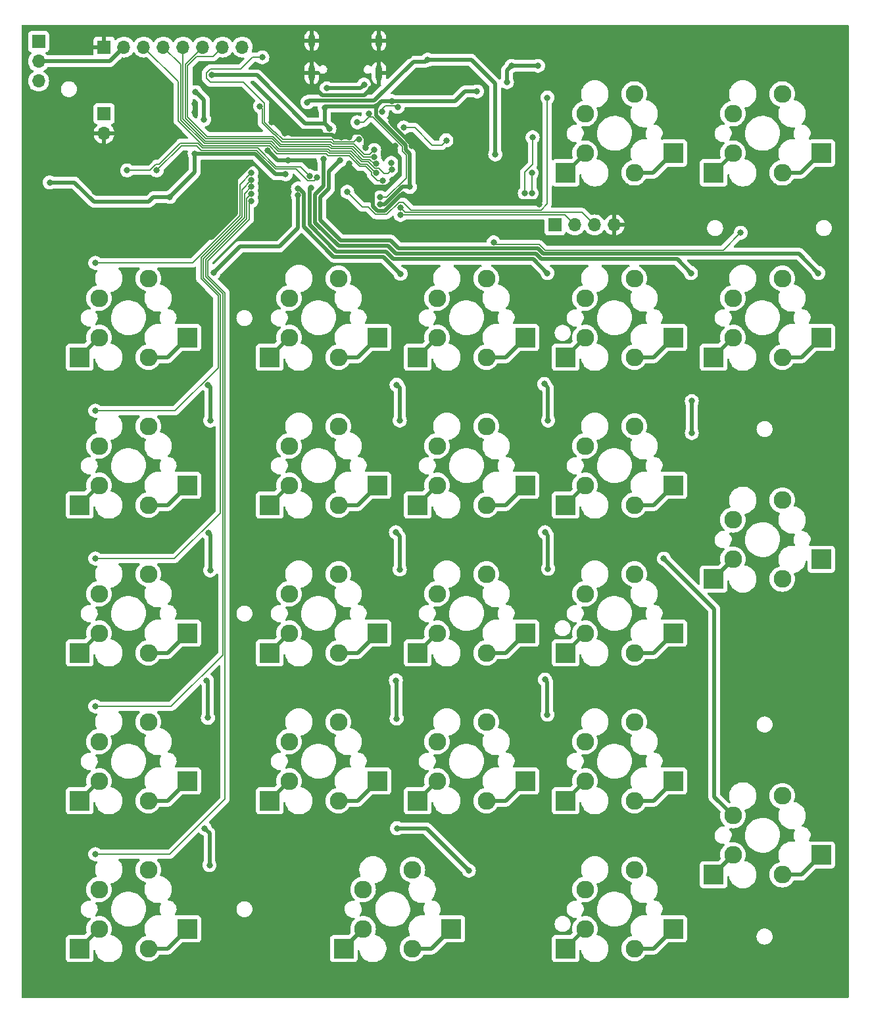
<source format=gbr>
%TF.GenerationSoftware,KiCad,Pcbnew,7.0.7*%
%TF.CreationDate,2024-03-05T00:21:34+09:00*%
%TF.ProjectId,RP2040_KBD,52503230-3430-45f4-9b42-442e6b696361,rev?*%
%TF.SameCoordinates,Original*%
%TF.FileFunction,Copper,L2,Bot*%
%TF.FilePolarity,Positive*%
%FSLAX46Y46*%
G04 Gerber Fmt 4.6, Leading zero omitted, Abs format (unit mm)*
G04 Created by KiCad (PCBNEW 7.0.7) date 2024-03-05 00:21:34*
%MOMM*%
%LPD*%
G01*
G04 APERTURE LIST*
%TA.AperFunction,SMDPad,CuDef*%
%ADD10R,2.550000X2.500000*%
%TD*%
%TA.AperFunction,ComponentPad*%
%ADD11C,2.286000*%
%TD*%
%TA.AperFunction,ComponentPad*%
%ADD12O,0.900000X2.000000*%
%TD*%
%TA.AperFunction,ComponentPad*%
%ADD13O,0.900000X1.700000*%
%TD*%
%TA.AperFunction,ComponentPad*%
%ADD14R,1.700000X1.700000*%
%TD*%
%TA.AperFunction,ComponentPad*%
%ADD15O,1.700000X1.700000*%
%TD*%
%TA.AperFunction,ViaPad*%
%ADD16C,0.800000*%
%TD*%
%TA.AperFunction,Conductor*%
%ADD17C,0.500000*%
%TD*%
%TA.AperFunction,Conductor*%
%ADD18C,0.200000*%
%TD*%
G04 APERTURE END LIST*
D10*
%TO.P,SW3,1,1*%
%TO.N,GP1*%
X45800000Y-88600000D03*
D11*
X48280000Y-80980000D03*
X48280000Y-86060000D03*
%TO.P,SW3,2,2*%
%TO.N,Net-(D8-A)*%
X54630000Y-78440000D03*
X54630000Y-88600000D03*
D10*
X59650000Y-86060000D03*
%TD*%
%TO.P,SW14,1,1*%
%TO.N,GP2*%
X89320000Y-107650000D03*
D11*
X91800000Y-100030000D03*
X91800000Y-105110000D03*
%TO.P,SW14,2,2*%
%TO.N,Net-(D19-A)*%
X98150000Y-97490000D03*
X98150000Y-107650000D03*
D10*
X103170000Y-105110000D03*
%TD*%
%TO.P,SW6,1,1*%
%TO.N,GP4*%
X45800000Y-145750000D03*
D11*
X48280000Y-138130000D03*
X48280000Y-143210000D03*
%TO.P,SW6,2,2*%
%TO.N,Net-(D11-A)*%
X54630000Y-135590000D03*
X54630000Y-145750000D03*
D10*
X59650000Y-143210000D03*
%TD*%
%TO.P,SW8,1,1*%
%TO.N,GP1*%
X70270000Y-88600000D03*
D11*
X72750000Y-80980000D03*
X72750000Y-86060000D03*
%TO.P,SW8,2,2*%
%TO.N,Net-(D13-A)*%
X79100000Y-78440000D03*
X79100000Y-88600000D03*
D10*
X84120000Y-86060000D03*
%TD*%
D12*
%TO.P,J3,S1,SHIELD*%
%TO.N,GND*%
X84320000Y-32930000D03*
D13*
X84320000Y-28760000D03*
D12*
X75680000Y-32930000D03*
D13*
X75680000Y-28760000D03*
%TD*%
D10*
%TO.P,SW17,1,1*%
%TO.N,GP1*%
X108370000Y-88600000D03*
D11*
X110850000Y-80980000D03*
X110850000Y-86060000D03*
%TO.P,SW17,2,2*%
%TO.N,Net-(D22-A)*%
X117200000Y-78440000D03*
X117200000Y-88600000D03*
D10*
X122220000Y-86060000D03*
%TD*%
D14*
%TO.P,JP1,1,A*%
%TO.N,+5V*%
X40500000Y-28875000D03*
D15*
%TO.P,JP1,2,C*%
%TO.N,/TFT_ST7735/TFT_VCC*%
X40500000Y-31415000D03*
%TO.P,JP1,3,B*%
%TO.N,+3V3*%
X40500000Y-33955000D03*
%TD*%
D10*
%TO.P,SW13,1,1*%
%TO.N,GP1*%
X89320000Y-88600000D03*
D11*
X91800000Y-80980000D03*
X91800000Y-86060000D03*
%TO.P,SW13,2,2*%
%TO.N,Net-(D18-A)*%
X98150000Y-78440000D03*
X98150000Y-88600000D03*
D10*
X103170000Y-86060000D03*
%TD*%
%TO.P,SW15,1,1*%
%TO.N,GP3*%
X89320000Y-126700000D03*
D11*
X91800000Y-119080000D03*
X91800000Y-124160000D03*
%TO.P,SW15,2,2*%
%TO.N,Net-(D20-A)*%
X98150000Y-116540000D03*
X98150000Y-126700000D03*
D10*
X103170000Y-124160000D03*
%TD*%
%TO.P,SW22,1,1*%
%TO.N,GP1*%
X127420000Y-98125000D03*
D11*
X129900000Y-90505000D03*
X129900000Y-95585000D03*
%TO.P,SW22,2,2*%
%TO.N,Net-(D27-A)*%
X136250000Y-87965000D03*
X136250000Y-98125000D03*
D10*
X141270000Y-95585000D03*
%TD*%
%TO.P,SW11,1,1*%
%TO.N,GP4*%
X79795000Y-145750000D03*
D11*
X82275000Y-138130000D03*
X82275000Y-143210000D03*
%TO.P,SW11,2,2*%
%TO.N,Net-(D16-A)*%
X88625000Y-135590000D03*
X88625000Y-145750000D03*
D10*
X93645000Y-143210000D03*
%TD*%
%TO.P,SW12,1,1*%
%TO.N,GP0*%
X89320000Y-69550000D03*
D11*
X91800000Y-61930000D03*
X91800000Y-67010000D03*
%TO.P,SW12,2,2*%
%TO.N,Net-(D17-A)*%
X98150000Y-59390000D03*
X98150000Y-69550000D03*
D10*
X103170000Y-67010000D03*
%TD*%
%TO.P,SW4,1,1*%
%TO.N,GP2*%
X45800000Y-107650000D03*
D11*
X48280000Y-100030000D03*
X48280000Y-105110000D03*
%TO.P,SW4,2,2*%
%TO.N,Net-(D9-A)*%
X54630000Y-97490000D03*
X54630000Y-107650000D03*
D10*
X59650000Y-105110000D03*
%TD*%
%TO.P,SW5,1,1*%
%TO.N,GP3*%
X45800000Y-126700000D03*
D11*
X48280000Y-119080000D03*
X48280000Y-124160000D03*
%TO.P,SW5,2,2*%
%TO.N,Net-(D10-A)*%
X54630000Y-116540000D03*
X54630000Y-126700000D03*
D10*
X59650000Y-124160000D03*
%TD*%
%TO.P,SW19,1,1*%
%TO.N,GP3*%
X108370000Y-126700000D03*
D11*
X110850000Y-119080000D03*
X110850000Y-124160000D03*
%TO.P,SW19,2,2*%
%TO.N,Net-(D24-A)*%
X117200000Y-116540000D03*
X117200000Y-126700000D03*
D10*
X122220000Y-124160000D03*
%TD*%
%TO.P,SW18,1,1*%
%TO.N,GP2*%
X108370000Y-107650000D03*
D11*
X110850000Y-100030000D03*
X110850000Y-105110000D03*
%TO.P,SW18,2,2*%
%TO.N,Net-(D23-A)*%
X117200000Y-97490000D03*
X117200000Y-107650000D03*
D10*
X122220000Y-105110000D03*
%TD*%
D14*
%TO.P,J4,1,Pin_1*%
%TO.N,GND*%
X48940000Y-29575000D03*
D15*
%TO.P,J4,2,Pin_2*%
%TO.N,/TFT_ST7735/TFT_VCC*%
X51480000Y-29575000D03*
%TO.P,J4,3,Pin_3*%
%TO.N,GP18*%
X54020000Y-29575000D03*
%TO.P,J4,4,Pin_4*%
%TO.N,GP19*%
X56560000Y-29575000D03*
%TO.P,J4,5,Pin_5*%
%TO.N,GP21*%
X59100000Y-29575000D03*
%TO.P,J4,6,Pin_6*%
%TO.N,GP20*%
X61640000Y-29575000D03*
%TO.P,J4,7,Pin_7*%
%TO.N,GP17*%
X64180000Y-29575000D03*
%TO.P,J4,8,Pin_8*%
%TO.N,/TFT_ST7735/TFT_BLK*%
X66720000Y-29575000D03*
%TD*%
D10*
%TO.P,SW9,1,1*%
%TO.N,GP2*%
X70270000Y-107650000D03*
D11*
X72750000Y-100030000D03*
X72750000Y-105110000D03*
%TO.P,SW9,2,2*%
%TO.N,Net-(D14-A)*%
X79100000Y-97490000D03*
X79100000Y-107650000D03*
D10*
X84120000Y-105110000D03*
%TD*%
%TO.P,SW10,1,1*%
%TO.N,GP3*%
X70270000Y-126700000D03*
D11*
X72750000Y-119080000D03*
X72750000Y-124160000D03*
%TO.P,SW10,2,2*%
%TO.N,Net-(D15-A)*%
X79100000Y-116540000D03*
X79100000Y-126700000D03*
D10*
X84120000Y-124160000D03*
%TD*%
%TO.P,SW20,1,1*%
%TO.N,GP4*%
X108370000Y-145750000D03*
D11*
X110850000Y-138130000D03*
X110850000Y-143210000D03*
%TO.P,SW20,2,2*%
%TO.N,Net-(D25-A)*%
X117200000Y-135590000D03*
X117200000Y-145750000D03*
D10*
X122220000Y-143210000D03*
%TD*%
%TO.P,SW2,1,1*%
%TO.N,GP0*%
X45800000Y-69550000D03*
D11*
X48280000Y-61930000D03*
X48280000Y-67010000D03*
%TO.P,SW2,2,2*%
%TO.N,Net-(D7-A)*%
X54630000Y-59390000D03*
X54630000Y-69550000D03*
D10*
X59650000Y-67010000D03*
%TD*%
%TO.P,SW24,1,1*%
%TO.N,Net-(R30-Pad2)*%
X108370000Y-45780000D03*
D11*
X110850000Y-38160000D03*
X110850000Y-43240000D03*
%TO.P,SW24,2,2*%
%TO.N,+3V3*%
X117200000Y-35620000D03*
X117200000Y-45780000D03*
D10*
X122220000Y-43240000D03*
%TD*%
%TO.P,SW7,1,1*%
%TO.N,GP0*%
X70270000Y-69550000D03*
D11*
X72750000Y-61930000D03*
X72750000Y-67010000D03*
%TO.P,SW7,2,2*%
%TO.N,Net-(D12-A)*%
X79100000Y-59390000D03*
X79100000Y-69550000D03*
D10*
X84120000Y-67010000D03*
%TD*%
%TO.P,SW23,1,1*%
%TO.N,GP2*%
X127420000Y-136225000D03*
D11*
X129900000Y-128605000D03*
X129900000Y-133685000D03*
%TO.P,SW23,2,2*%
%TO.N,Net-(D28-A)*%
X136250000Y-126065000D03*
X136250000Y-136225000D03*
D10*
X141270000Y-133685000D03*
%TD*%
D14*
%TO.P,J2,1,Pin_1*%
%TO.N,SWD_3V3*%
X107000000Y-52500000D03*
D15*
%TO.P,J2,2,Pin_2*%
%TO.N,SWD_CLK*%
X109540000Y-52500000D03*
%TO.P,J2,3,Pin_3*%
%TO.N,SWD_DIO*%
X112080000Y-52500000D03*
%TO.P,J2,4,Pin_4*%
%TO.N,GND*%
X114620000Y-52500000D03*
%TD*%
D10*
%TO.P,SW21,1,1*%
%TO.N,GP0*%
X127420000Y-69550000D03*
D11*
X129900000Y-61930000D03*
X129900000Y-67010000D03*
%TO.P,SW21,2,2*%
%TO.N,Net-(D26-A)*%
X136250000Y-59390000D03*
X136250000Y-69550000D03*
D10*
X141270000Y-67010000D03*
%TD*%
%TO.P,SW25,1,1*%
%TO.N,Net-(R31-Pad2)*%
X127420000Y-45780000D03*
D11*
X129900000Y-38160000D03*
X129900000Y-43240000D03*
%TO.P,SW25,2,2*%
%TO.N,+3V3*%
X136250000Y-35620000D03*
X136250000Y-45780000D03*
D10*
X141270000Y-43240000D03*
%TD*%
%TO.P,SW16,1,1*%
%TO.N,GP0*%
X108370000Y-69550000D03*
D11*
X110850000Y-61930000D03*
X110850000Y-67010000D03*
%TO.P,SW16,2,2*%
%TO.N,Net-(D21-A)*%
X117200000Y-59390000D03*
X117200000Y-69550000D03*
D10*
X122220000Y-67010000D03*
%TD*%
D14*
%TO.P,J1,1,Pin_1*%
%TO.N,Net-(D1-A)*%
X48940000Y-38160000D03*
D15*
%TO.P,J1,2,Pin_2*%
%TO.N,GND*%
X48940000Y-40700000D03*
%TD*%
D16*
%TO.N,+3V3*%
X61800000Y-38900000D03*
X72300000Y-45974263D03*
X84505915Y-49841564D03*
X88300000Y-47600000D03*
X86000000Y-36538298D03*
X77950250Y-40099500D03*
X77350000Y-37400500D03*
X101400000Y-32000000D03*
X60600000Y-43300000D03*
X100800000Y-34100000D03*
X62800000Y-33200000D03*
X57400000Y-48900000D03*
X60720023Y-35400500D03*
X104800000Y-32000000D03*
X41925000Y-47025000D03*
X96950500Y-35300000D03*
X83974500Y-37200000D03*
X85912856Y-44502879D03*
%TO.N,GND*%
X140800000Y-34100000D03*
X124000000Y-29200000D03*
X89700000Y-54100000D03*
X90800000Y-54100000D03*
X65900000Y-39100000D03*
X131200000Y-30400000D03*
X44400000Y-41700000D03*
X85900000Y-39200000D03*
X47700000Y-48200000D03*
X45500000Y-42900000D03*
X100400000Y-47400000D03*
X44400000Y-45200000D03*
X51800000Y-38400000D03*
X71000000Y-47700000D03*
X88600000Y-53000000D03*
X72232746Y-40700000D03*
X91100000Y-48500000D03*
X59200000Y-43600000D03*
X65900000Y-37800000D03*
X136000000Y-32900000D03*
X56000000Y-38400000D03*
X101500000Y-49400000D03*
X43300000Y-40600000D03*
X126900000Y-39000000D03*
X121600000Y-29200000D03*
X42200000Y-41700000D03*
X44400000Y-38400000D03*
X134500000Y-50500000D03*
X44600000Y-51900000D03*
X93300000Y-44100000D03*
X103100000Y-36400000D03*
X59200000Y-53800000D03*
X63500000Y-39100000D03*
X52900000Y-38400000D03*
X118500000Y-53200000D03*
X65900000Y-36500000D03*
X64700000Y-37800000D03*
X63700000Y-45000000D03*
X44600000Y-53000000D03*
X126900000Y-42900000D03*
X122100000Y-53200000D03*
X47900000Y-42900000D03*
X121600000Y-30400000D03*
X104949750Y-49850250D03*
X93300000Y-45200000D03*
X71000000Y-49900000D03*
X139600000Y-29200000D03*
X43500000Y-49700000D03*
X64800000Y-46100000D03*
X63700000Y-49500000D03*
X94200000Y-40200000D03*
X110800000Y-30400000D03*
X46900000Y-50800000D03*
X97500000Y-39200000D03*
X114400000Y-30400000D03*
X129700000Y-50500000D03*
X90100000Y-33500000D03*
X45500000Y-39500000D03*
X122100000Y-52000000D03*
X42200000Y-36100000D03*
X119700000Y-52000000D03*
X42200000Y-44000000D03*
X71200000Y-53600000D03*
X92200000Y-44100000D03*
X125200000Y-29200000D03*
X43300000Y-39500000D03*
X44400000Y-30200000D03*
X60600000Y-38000000D03*
X142000000Y-29200000D03*
X137200000Y-29200000D03*
X48200000Y-34000000D03*
X124500000Y-52000000D03*
X70200000Y-53600000D03*
X133600000Y-30400000D03*
X139600000Y-32900000D03*
X67900000Y-44600000D03*
X63700000Y-48300000D03*
X91900000Y-54100000D03*
X130900000Y-49300000D03*
X123300000Y-53200000D03*
X104400000Y-34900000D03*
X138400000Y-31700000D03*
X64800000Y-49500000D03*
X43500000Y-48600000D03*
X140800000Y-35300000D03*
X103600000Y-30400000D03*
X103600000Y-29200000D03*
X86200000Y-29500000D03*
X47900000Y-44000000D03*
X93300000Y-48500000D03*
X135700000Y-50500000D03*
X97500000Y-36700000D03*
X123300000Y-52000000D03*
X72100000Y-49900000D03*
X58100000Y-44800000D03*
X107200000Y-30400000D03*
X42200000Y-32800000D03*
X131200000Y-29200000D03*
X92200000Y-47400000D03*
X63700000Y-47200000D03*
X80600000Y-28700000D03*
X101200000Y-30400000D03*
X45500000Y-45200000D03*
X112000000Y-29200000D03*
X79500000Y-29800000D03*
X122800000Y-29200000D03*
X45500000Y-40600000D03*
X72100000Y-48800000D03*
X140800000Y-31700000D03*
X135700000Y-49300000D03*
X64800000Y-48300000D03*
X120400000Y-29200000D03*
X128500000Y-50500000D03*
X52900000Y-39600000D03*
X100400000Y-48500000D03*
X88600000Y-54100000D03*
X51700000Y-50800000D03*
X51800000Y-39600000D03*
X42200000Y-39500000D03*
X119200000Y-30400000D03*
X43500000Y-51900000D03*
X92900000Y-40200000D03*
X49100000Y-42900000D03*
X91500000Y-39100000D03*
X101500000Y-46300000D03*
X42200000Y-37200000D03*
X58100000Y-54900000D03*
X58600000Y-40900000D03*
X43300000Y-30200000D03*
X73900000Y-28300000D03*
X63500000Y-36500000D03*
X127300000Y-49300000D03*
X93000000Y-54100000D03*
X69900000Y-49900000D03*
X136000000Y-30400000D03*
X125700000Y-52000000D03*
X81700000Y-29800000D03*
X72100000Y-47700000D03*
X97500000Y-37900000D03*
X128800000Y-30400000D03*
X110800000Y-29200000D03*
X132100000Y-49300000D03*
X118000000Y-30400000D03*
X142000000Y-32900000D03*
X142000000Y-30400000D03*
X45500000Y-27600000D03*
X80799500Y-50680331D03*
X72600000Y-44200000D03*
X125200000Y-30400000D03*
X104400000Y-36400000D03*
X133600000Y-29200000D03*
X132100000Y-50500000D03*
X99300000Y-46300000D03*
X90100000Y-34800000D03*
X45500000Y-37200000D03*
X43300000Y-44000000D03*
X91300000Y-34800000D03*
X43500000Y-53000000D03*
X91400000Y-41000000D03*
X44400000Y-32800000D03*
X77300000Y-29800000D03*
X116800000Y-30400000D03*
X139600000Y-34100000D03*
X139600000Y-30400000D03*
X142000000Y-34100000D03*
X73900000Y-29500000D03*
X120900000Y-52000000D03*
X79500000Y-30900000D03*
X133300000Y-49300000D03*
X101500000Y-47400000D03*
X124000000Y-30400000D03*
X124500000Y-53200000D03*
X136000000Y-29200000D03*
X71200000Y-31200000D03*
X94400000Y-45200000D03*
X69200000Y-53600000D03*
X127600000Y-29200000D03*
X42400000Y-48600000D03*
X59200000Y-54900000D03*
X64800000Y-45000000D03*
X125700000Y-53200000D03*
X43300000Y-41700000D03*
X42200000Y-30200000D03*
X42400000Y-50800000D03*
X43300000Y-32800000D03*
X82800000Y-28700000D03*
X95200000Y-54100000D03*
X128800000Y-29200000D03*
X109600000Y-30400000D03*
X126400000Y-29200000D03*
X130000000Y-29200000D03*
X44400000Y-37200000D03*
X63500000Y-37800000D03*
X104800000Y-29200000D03*
X61800000Y-54199956D03*
X81700000Y-28700000D03*
X103100000Y-34900000D03*
X91500000Y-29500000D03*
X86400000Y-42300000D03*
X86100000Y-46700000D03*
X139600000Y-31700000D03*
X43300000Y-42900000D03*
X67100000Y-37800000D03*
X42200000Y-38400000D03*
X79500000Y-28700000D03*
X120900000Y-53200000D03*
X42400000Y-54100000D03*
X63700000Y-46100000D03*
X44400000Y-40600000D03*
X45700000Y-51900000D03*
X92200000Y-45200000D03*
X87400000Y-48600000D03*
X132400000Y-30400000D03*
X92200000Y-46300000D03*
X100000000Y-30400000D03*
X138400000Y-34100000D03*
X43300000Y-45200000D03*
X96300000Y-54100000D03*
X45500000Y-41700000D03*
X132400000Y-29200000D03*
X101500000Y-48500000D03*
X43500000Y-50800000D03*
X138400000Y-32900000D03*
X49100000Y-44000000D03*
X93300000Y-47400000D03*
X119700000Y-53200000D03*
X102400000Y-29200000D03*
X44400000Y-42900000D03*
X67100000Y-39100000D03*
X81400000Y-45950000D03*
X45500000Y-44000000D03*
X108000000Y-42900000D03*
X102400000Y-30400000D03*
X115600000Y-30400000D03*
X118000000Y-29200000D03*
X49300000Y-50800000D03*
X60600000Y-36900000D03*
X129700000Y-49300000D03*
X79500000Y-41181904D03*
X94200000Y-39100000D03*
X117300000Y-53200000D03*
X89800000Y-38100000D03*
X42200000Y-40600000D03*
X86200000Y-28400000D03*
X108400000Y-29200000D03*
X88200000Y-29500000D03*
X44400000Y-44000000D03*
X50500000Y-50800000D03*
X48100000Y-50800000D03*
X126400000Y-30400000D03*
X44400000Y-27600000D03*
X93300000Y-46300000D03*
X130900000Y-50500000D03*
X43300000Y-37200000D03*
X134800000Y-30400000D03*
X70500000Y-39300000D03*
X91500000Y-28400000D03*
X87500000Y-53000000D03*
X120400000Y-30400000D03*
X78400000Y-28700000D03*
X106000000Y-30400000D03*
X88550000Y-42300000D03*
X134500000Y-49300000D03*
X104400000Y-33500000D03*
X80500000Y-41181904D03*
X99300000Y-47400000D03*
X88200000Y-28400000D03*
X99300000Y-48500000D03*
X117300000Y-52000000D03*
X92900000Y-39100000D03*
X45500000Y-30200000D03*
X113200000Y-30400000D03*
X50200000Y-44000000D03*
X112000000Y-30400000D03*
X140800000Y-32900000D03*
X61000000Y-32600000D03*
X88900000Y-34800000D03*
X89700000Y-53000000D03*
X44400000Y-39500000D03*
X52300000Y-32200000D03*
X46800000Y-44000000D03*
X127300000Y-50500000D03*
X127600000Y-30400000D03*
X140800000Y-29200000D03*
X133300000Y-50500000D03*
X42400000Y-49700000D03*
X42200000Y-27600000D03*
X109600000Y-29200000D03*
X103100000Y-33600000D03*
X108400000Y-30400000D03*
X43300000Y-38400000D03*
X45700000Y-50800000D03*
X43300000Y-27600000D03*
X137200000Y-30400000D03*
X107200000Y-29200000D03*
X94100000Y-54100000D03*
X71200000Y-32300000D03*
X138400000Y-30400000D03*
X108000000Y-38900000D03*
X100400000Y-46300000D03*
X140800000Y-30400000D03*
X106000000Y-29200000D03*
X64800000Y-47200000D03*
X50200000Y-42900000D03*
X119200000Y-29200000D03*
X58100000Y-53800000D03*
X88200000Y-30700000D03*
X92500000Y-34800000D03*
X45500000Y-38400000D03*
X138400000Y-29200000D03*
X79400000Y-45950000D03*
X122800000Y-30400000D03*
X45500000Y-32800000D03*
X93700000Y-34800000D03*
X64700000Y-36500000D03*
X71000000Y-48800000D03*
X78400000Y-30900000D03*
X101200000Y-29200000D03*
X113200000Y-29200000D03*
X42400000Y-53000000D03*
X115600000Y-29200000D03*
X87500000Y-54100000D03*
X42400000Y-51900000D03*
X90400000Y-29500000D03*
X137200000Y-31700000D03*
X137200000Y-32900000D03*
X114400000Y-29200000D03*
X48200000Y-32800000D03*
X128500000Y-49300000D03*
X104800000Y-30400000D03*
X49400000Y-32800000D03*
X136000000Y-31700000D03*
X42200000Y-45200000D03*
X90800000Y-53000000D03*
X92200000Y-48500000D03*
X82800000Y-29800000D03*
X100000000Y-29200000D03*
X80400000Y-45950000D03*
X44600000Y-50800000D03*
X89300000Y-28400000D03*
X134800000Y-29200000D03*
X80600000Y-30900000D03*
X51100000Y-32200000D03*
X142000000Y-31700000D03*
X80600000Y-29800000D03*
X97500000Y-40500000D03*
X82600000Y-42600000D03*
X83250126Y-34949874D03*
X118500000Y-52000000D03*
X43500000Y-54100000D03*
X130000000Y-30400000D03*
X80500000Y-44600000D03*
X59200000Y-44800000D03*
X57100000Y-39700000D03*
X64700000Y-39100000D03*
X90100000Y-34800000D03*
X101800000Y-36400000D03*
X69996953Y-42935793D03*
X142000000Y-35300000D03*
X46800000Y-42900000D03*
X57100000Y-38400000D03*
X42200000Y-42900000D03*
X67100000Y-36500000D03*
X89300000Y-29500000D03*
X56000000Y-39700000D03*
X90400000Y-28400000D03*
X116800000Y-29200000D03*
X77300000Y-28700000D03*
X78400000Y-29800000D03*
%TO.N,+5V*%
X75101565Y-36698435D03*
X99300000Y-43400000D03*
X90600000Y-31200000D03*
%TO.N,/MCU/ADC_AVDD*%
X84724000Y-37949500D03*
X86735204Y-37287382D03*
%TO.N,+1V1*%
X81538438Y-39267858D03*
X84470188Y-48942771D03*
X83000000Y-38200000D03*
%TO.N,GP13*%
X80238437Y-48238436D03*
X106000000Y-36100000D03*
%TO.N,VBUS*%
X77600000Y-34900000D03*
X82400126Y-34420570D03*
%TO.N,GP9*%
X62600000Y-97000000D03*
X62600000Y-77700000D03*
X62147822Y-111200000D03*
X62300000Y-73100000D03*
X61900000Y-130250000D03*
X62300000Y-116000000D03*
X63050000Y-58650000D03*
X73900000Y-48700000D03*
X62500000Y-135000000D03*
X62350000Y-92150000D03*
%TO.N,GP8*%
X86600000Y-116100000D03*
X87000000Y-77700000D03*
X86600000Y-73100000D03*
X86500000Y-111200000D03*
X86500000Y-92100000D03*
X87100000Y-58800000D03*
X86640000Y-130240000D03*
X87000000Y-96900000D03*
X73900500Y-47800000D03*
X95900000Y-135700000D03*
%TO.N,GP7*%
X105700000Y-111100000D03*
X105600000Y-73000000D03*
X106000000Y-58700000D03*
X106100000Y-77700000D03*
X106100000Y-96800000D03*
X105700000Y-92100000D03*
X75600000Y-47700000D03*
X106000000Y-115600000D03*
%TO.N,GP6*%
X77200000Y-44000500D03*
X124600000Y-75200000D03*
X124500000Y-58700000D03*
X124600000Y-79300000D03*
%TO.N,GP5*%
X140900000Y-58700000D03*
X79337350Y-44180634D03*
%TO.N,Net-(D31-K)*%
X130900000Y-53500000D03*
X99088707Y-54739207D03*
%TO.N,Net-(D37-K)*%
X104100000Y-41200000D03*
X103100000Y-48400000D03*
%TO.N,Net-(D38-K)*%
X104000000Y-48400000D03*
X104000000Y-45800000D03*
%TO.N,SWD_CLK*%
X87100000Y-51200000D03*
%TO.N,SWD_DIO*%
X87100000Y-50300497D03*
%TO.N,GP18*%
X84799500Y-46800000D03*
%TO.N,GP19*%
X83999500Y-45800876D03*
%TO.N,GP21*%
X85974500Y-45400000D03*
%TO.N,GP20*%
X84000000Y-44601376D03*
%TO.N,GP17*%
X83699502Y-43753824D03*
%TO.N,/MCU/GPIO29_ADC3*%
X87500295Y-39949586D03*
X93000000Y-41600000D03*
%TO.N,/MCU/GPIO22*%
X69000000Y-37200500D03*
X83699502Y-42854321D03*
%TO.N,GP28*%
X69300000Y-30900000D03*
X81750103Y-41449397D03*
%TO.N,GP0*%
X67900000Y-45800000D03*
X47800000Y-57390000D03*
%TO.N,GP1*%
X47800000Y-76440000D03*
X67900000Y-46700497D03*
%TO.N,GP2*%
X47800000Y-95490000D03*
X121000000Y-95500000D03*
X67900000Y-47600000D03*
%TO.N,GP3*%
X67900000Y-48500000D03*
X47800000Y-114540000D03*
%TO.N,GP4*%
X67900000Y-49399503D03*
X47800000Y-133590000D03*
%TO.N,GP10*%
X51900166Y-45468184D03*
X75400000Y-46200000D03*
%TO.N,GP11*%
X55710250Y-45468279D03*
X76364405Y-46399500D03*
%TD*%
D17*
%TO.N,+3V3*%
X88300000Y-47600000D02*
X87339339Y-47600000D01*
X60600000Y-43300000D02*
X60650000Y-43350000D01*
X94111702Y-36538298D02*
X95350000Y-35300000D01*
X87800000Y-42800000D02*
X87800000Y-42200000D01*
X77950250Y-40099500D02*
X77950250Y-40049750D01*
X77950250Y-40049750D02*
X77350000Y-39449500D01*
X60600000Y-43300000D02*
X60600000Y-45700000D01*
X68389340Y-43350000D02*
X71013603Y-45974263D01*
X87339339Y-47600000D02*
X85097775Y-49841564D01*
X100800000Y-32600000D02*
X101400000Y-32000000D01*
X119620000Y-45780000D02*
X117200000Y-45780000D01*
X77350000Y-39449500D02*
X77350000Y-37400500D01*
X95350000Y-35300000D02*
X96950500Y-35300000D01*
X101400000Y-32000000D02*
X104800000Y-32000000D01*
X87800000Y-42200000D02*
X83974500Y-38374500D01*
X88300000Y-43300000D02*
X87800000Y-42800000D01*
X77350000Y-37400500D02*
X77550500Y-37200000D01*
X57400000Y-48900000D02*
X55300000Y-48900000D01*
X86000000Y-36538298D02*
X94111702Y-36538298D01*
X86000000Y-36538298D02*
X84636202Y-36538298D01*
X60600000Y-45700000D02*
X57400000Y-48900000D01*
X60720023Y-35400500D02*
X60800500Y-35400500D01*
X68600000Y-33200000D02*
X74800000Y-39400000D01*
X71013603Y-45974263D02*
X72300000Y-45974263D01*
X74800000Y-39400000D02*
X77300500Y-39400000D01*
X47600000Y-49500000D02*
X45125000Y-47025000D01*
X141270000Y-43240000D02*
X141160000Y-43240000D01*
X83974500Y-38374500D02*
X83974500Y-37200000D01*
X141160000Y-43240000D02*
X138620000Y-45780000D01*
X62800000Y-33200000D02*
X68600000Y-33200000D01*
X122220000Y-43240000D02*
X122160000Y-43240000D01*
X45125000Y-47025000D02*
X41925000Y-47025000D01*
X84636202Y-36538298D02*
X83974500Y-37200000D01*
X122160000Y-43240000D02*
X119620000Y-45780000D01*
X60650000Y-43350000D02*
X68389340Y-43350000D01*
X85097775Y-49841564D02*
X84505915Y-49841564D01*
X55300000Y-48900000D02*
X54700000Y-49500000D01*
X100800000Y-34100000D02*
X100800000Y-32600000D01*
X77300500Y-39400000D02*
X77350000Y-39449500D01*
X61800000Y-36400000D02*
X61800000Y-38900000D01*
X138620000Y-45780000D02*
X136250000Y-45780000D01*
X54700000Y-49500000D02*
X47600000Y-49500000D01*
X60800500Y-35400500D02*
X61800000Y-36400000D01*
X77550500Y-37200000D02*
X83974500Y-37200000D01*
X88300000Y-47600000D02*
X88300000Y-43300000D01*
%TO.N,GND*%
X85900000Y-39200000D02*
X86600000Y-39200000D01*
X79500000Y-41181904D02*
X79481904Y-41200000D01*
X83500000Y-48050000D02*
X83050000Y-47600000D01*
X82600000Y-42600000D02*
X82600000Y-41200000D01*
X85100000Y-50700000D02*
X84100000Y-50700000D01*
X72800000Y-40700000D02*
X72232746Y-40700000D01*
X91500000Y-39000000D02*
X91500000Y-39100000D01*
X86100000Y-46850000D02*
X86100000Y-46700000D01*
X82010661Y-40650000D02*
X82560661Y-41200000D01*
X88550000Y-42101472D02*
X85900000Y-39451472D01*
X75680000Y-34380000D02*
X77050000Y-35750000D01*
X85900000Y-39451472D02*
X85900000Y-39200000D01*
X87000000Y-43800000D02*
X86400000Y-43200000D01*
X86100000Y-46700000D02*
X87000000Y-45800000D01*
X69996953Y-42935793D02*
X71261160Y-44200000D01*
X75680000Y-32930000D02*
X75680000Y-34380000D01*
X65950000Y-51050000D02*
X65950000Y-46550000D01*
X56000000Y-39700000D02*
X55000000Y-40700000D01*
X81031904Y-40650000D02*
X82010661Y-40650000D01*
X80700001Y-50680331D02*
X79100000Y-49080330D01*
X80481904Y-41200000D02*
X80500000Y-41181904D01*
X84100000Y-50700000D02*
X83500000Y-50100000D01*
X82450000Y-35750000D02*
X83250126Y-34949874D01*
X62800044Y-54199956D02*
X65950000Y-51050000D01*
X84200000Y-41200000D02*
X82600000Y-41200000D01*
X86600000Y-39200000D02*
X87700000Y-38100000D01*
X80500000Y-41181904D02*
X81031904Y-40650000D01*
X77050000Y-35750000D02*
X82450000Y-35750000D01*
X71261160Y-44200000D02*
X72600000Y-44200000D01*
X61800000Y-54199956D02*
X62800044Y-54199956D01*
X79100000Y-49080330D02*
X79100000Y-47600000D01*
X85350000Y-47600000D02*
X86100000Y-46850000D01*
X72232746Y-40700000D02*
X72200000Y-40700000D01*
X83050000Y-47600000D02*
X85350000Y-47600000D01*
X86400000Y-42300000D02*
X85300000Y-42300000D01*
X87700000Y-38100000D02*
X89800000Y-38100000D01*
X84320000Y-28760000D02*
X84320000Y-32930000D01*
X82560661Y-41200000D02*
X82600000Y-41200000D01*
X72200000Y-40700000D02*
X70800000Y-39300000D01*
X78600576Y-41200000D02*
X78300576Y-40900000D01*
X79100000Y-47600000D02*
X80500000Y-46200000D01*
X55000000Y-40700000D02*
X48940000Y-40700000D01*
X48940000Y-46960000D02*
X48940000Y-40700000D01*
X90600000Y-38100000D02*
X91500000Y-39000000D01*
X78300576Y-40900000D02*
X73000000Y-40900000D01*
X75680000Y-28760000D02*
X75680000Y-32930000D01*
X87200000Y-48600000D02*
X85100000Y-50700000D01*
X104949750Y-49850250D02*
X104499500Y-49400000D01*
X80799500Y-50680331D02*
X80700001Y-50680331D01*
X87000000Y-45800000D02*
X87000000Y-43800000D01*
X80500000Y-46200000D02*
X80500000Y-44600000D01*
X87400000Y-48600000D02*
X87200000Y-48600000D01*
X104499500Y-49400000D02*
X101500000Y-49400000D01*
X85300000Y-42300000D02*
X84200000Y-41200000D01*
X89800000Y-38100000D02*
X90600000Y-38100000D01*
X70800000Y-39300000D02*
X70500000Y-39300000D01*
X81400000Y-45950000D02*
X83050000Y-47600000D01*
X88550000Y-42300000D02*
X88550000Y-42101472D01*
X83500000Y-50100000D02*
X83500000Y-48050000D01*
X86400000Y-43200000D02*
X86400000Y-42300000D01*
X47700000Y-48200000D02*
X48940000Y-46960000D01*
X65950000Y-46550000D02*
X67900000Y-44600000D01*
X79500000Y-41181904D02*
X79518096Y-41200000D01*
X79481904Y-41200000D02*
X78600576Y-41200000D01*
X79518096Y-41200000D02*
X80481904Y-41200000D01*
X73000000Y-40900000D02*
X72800000Y-40700000D01*
%TO.N,+5V*%
X96200000Y-31200000D02*
X90600000Y-31200000D01*
X75350000Y-36450000D02*
X75101565Y-36698435D01*
X99300000Y-43400000D02*
X99300000Y-34300000D01*
X88750000Y-31450000D02*
X83750000Y-36450000D01*
X83750000Y-36450000D02*
X75350000Y-36450000D01*
X99300000Y-34300000D02*
X96200000Y-31200000D01*
X90350000Y-31450000D02*
X88750000Y-31450000D01*
X90600000Y-31200000D02*
X90350000Y-31450000D01*
D18*
%TO.N,/MCU/ADC_AVDD*%
X85161702Y-37138298D02*
X84724000Y-37576000D01*
X86735204Y-37287382D02*
X86586120Y-37138298D01*
X86586120Y-37138298D02*
X85161702Y-37138298D01*
X84724000Y-37576000D02*
X84724000Y-37949500D01*
%TO.N,+1V1*%
X85357229Y-48942771D02*
X87850000Y-46450000D01*
X87350000Y-42386396D02*
X83563604Y-38600000D01*
X87850000Y-46450000D02*
X87850000Y-43486396D01*
X83000000Y-38200000D02*
X83000000Y-38600000D01*
X82332142Y-39267858D02*
X81538438Y-39267858D01*
X87350000Y-42986396D02*
X87350000Y-42386396D01*
X87850000Y-43486396D02*
X87350000Y-42986396D01*
X83563604Y-38600000D02*
X83000000Y-38600000D01*
X84470188Y-48942771D02*
X85357229Y-48942771D01*
X83000000Y-38600000D02*
X82332142Y-39267858D01*
%TO.N,GP13*%
X83913604Y-51150000D02*
X82963604Y-50200000D01*
X106000000Y-36100000D02*
X106000000Y-49800000D01*
X106000000Y-49800000D02*
X105200000Y-50600000D01*
X86900000Y-49600000D02*
X85350000Y-51150000D01*
X105200000Y-50600000D02*
X88472658Y-50600000D01*
X82200001Y-50200000D02*
X80238437Y-48238436D01*
X87472658Y-49600000D02*
X86900000Y-49600000D01*
X82963604Y-50200000D02*
X82200001Y-50200000D01*
X88472658Y-50600000D02*
X87472658Y-49600000D01*
X85350000Y-51150000D02*
X83913604Y-51150000D01*
D17*
%TO.N,VBUS*%
X81920696Y-34900000D02*
X77600000Y-34900000D01*
X82400126Y-34420570D02*
X81920696Y-34900000D01*
%TO.N,GP9*%
X62600000Y-92400000D02*
X62600000Y-97000000D01*
X62500000Y-130850000D02*
X62500000Y-135000000D01*
X62300000Y-111352178D02*
X62300000Y-116000000D01*
X71500000Y-55300000D02*
X73900000Y-52900000D01*
X61900000Y-130250000D02*
X62500000Y-130850000D01*
X63050000Y-58650000D02*
X66400000Y-55300000D01*
X62350000Y-92150000D02*
X62600000Y-92400000D01*
X73900000Y-52900000D02*
X73900000Y-48700000D01*
X62600000Y-73400000D02*
X62300000Y-73100000D01*
X62147822Y-111200000D02*
X62300000Y-111352178D01*
X66400000Y-55300000D02*
X71500000Y-55300000D01*
X62600000Y-77700000D02*
X62600000Y-73400000D01*
%TO.N,Net-(D7-A)*%
X57110000Y-69550000D02*
X54630000Y-69550000D01*
X59650000Y-67010000D02*
X57110000Y-69550000D01*
%TO.N,Net-(D8-A)*%
X59650000Y-86060000D02*
X57110000Y-88600000D01*
X57110000Y-88600000D02*
X54630000Y-88600000D01*
%TO.N,Net-(D9-A)*%
X57110000Y-107650000D02*
X54630000Y-107650000D01*
X59650000Y-105110000D02*
X57110000Y-107650000D01*
%TO.N,Net-(D10-A)*%
X59650000Y-124160000D02*
X57110000Y-126700000D01*
X57110000Y-126700000D02*
X54630000Y-126700000D01*
%TO.N,Net-(D11-A)*%
X57110000Y-145750000D02*
X54630000Y-145750000D01*
X59650000Y-143210000D02*
X57110000Y-145750000D01*
%TO.N,GP8*%
X87000000Y-96900000D02*
X87000000Y-92600000D01*
X87000000Y-77700000D02*
X87000000Y-73500000D01*
X86640000Y-130240000D02*
X90440000Y-130240000D01*
X78500000Y-56600000D02*
X74650000Y-52750000D01*
D18*
X73900500Y-47800000D02*
X73900500Y-47800500D01*
D17*
X86600000Y-111300000D02*
X86500000Y-111200000D01*
X87000000Y-73500000D02*
X86600000Y-73100000D01*
X87000000Y-92600000D02*
X86500000Y-92100000D01*
X74060661Y-47800000D02*
X73900500Y-47800000D01*
X74650000Y-48389339D02*
X74060661Y-47800000D01*
X86600000Y-116100000D02*
X86600000Y-111300000D01*
X87100000Y-58800000D02*
X84900000Y-56600000D01*
X84900000Y-56600000D02*
X78500000Y-56600000D01*
X74650000Y-52750000D02*
X74650000Y-48389339D01*
X90440000Y-130240000D02*
X95900000Y-135700000D01*
%TO.N,Net-(D12-A)*%
X84120000Y-67010000D02*
X81580000Y-69550000D01*
X81580000Y-69550000D02*
X79100000Y-69550000D01*
%TO.N,Net-(D13-A)*%
X84120000Y-86060000D02*
X81580000Y-88600000D01*
X81580000Y-88600000D02*
X79100000Y-88600000D01*
%TO.N,Net-(D14-A)*%
X81580000Y-107650000D02*
X79100000Y-107650000D01*
X84120000Y-105110000D02*
X81580000Y-107650000D01*
%TO.N,Net-(D15-A)*%
X84120000Y-124160000D02*
X81580000Y-126700000D01*
X81580000Y-126700000D02*
X79100000Y-126700000D01*
%TO.N,Net-(D16-A)*%
X93645000Y-143210000D02*
X91105000Y-145750000D01*
X91105000Y-145750000D02*
X88625000Y-145750000D01*
%TO.N,GP7*%
X106100000Y-92500000D02*
X105700000Y-92100000D01*
X78800000Y-55900000D02*
X85200000Y-55900000D01*
X85200000Y-55900000D02*
X86200000Y-56900000D01*
X86200000Y-56900000D02*
X104200000Y-56900000D01*
X106000000Y-111400000D02*
X105700000Y-111100000D01*
X75400000Y-52500000D02*
X78800000Y-55900000D01*
X104200000Y-56900000D02*
X106000000Y-58700000D01*
X106100000Y-96800000D02*
X106100000Y-92500000D01*
X106100000Y-73500000D02*
X105600000Y-73000000D01*
X106100000Y-77700000D02*
X106100000Y-73500000D01*
X75400000Y-47900000D02*
X75400000Y-52500000D01*
X106000000Y-115600000D02*
X106000000Y-111400000D01*
X75600000Y-47700000D02*
X75400000Y-47900000D01*
%TO.N,Net-(D17-A)*%
X100630000Y-69550000D02*
X98150000Y-69550000D01*
X103170000Y-67010000D02*
X100630000Y-69550000D01*
%TO.N,Net-(D18-A)*%
X103170000Y-86060000D02*
X100630000Y-88600000D01*
X100630000Y-88600000D02*
X98150000Y-88600000D01*
%TO.N,Net-(D19-A)*%
X103170000Y-105110000D02*
X100630000Y-107650000D01*
X100630000Y-107650000D02*
X98150000Y-107650000D01*
%TO.N,Net-(D20-A)*%
X103170000Y-124160000D02*
X100630000Y-126700000D01*
X100630000Y-126700000D02*
X98150000Y-126700000D01*
%TO.N,Net-(D21-A)*%
X122220000Y-67010000D02*
X119680000Y-69550000D01*
X119680000Y-69550000D02*
X117200000Y-69550000D01*
%TO.N,GP6*%
X79100000Y-55200000D02*
X85500000Y-55200000D01*
X105200000Y-56900000D02*
X122700000Y-56900000D01*
X85500000Y-55200000D02*
X86500000Y-56200000D01*
X122700000Y-56900000D02*
X124500000Y-58700000D01*
X124600000Y-79300000D02*
X124600000Y-75200000D01*
X76100000Y-48600000D02*
X76100000Y-52200000D01*
X104500000Y-56200000D02*
X105200000Y-56900000D01*
X77200000Y-47500000D02*
X76100000Y-48600000D01*
X76100000Y-52200000D02*
X79100000Y-55200000D01*
X86500000Y-56200000D02*
X104500000Y-56200000D01*
X77200000Y-44000500D02*
X77200000Y-47500000D01*
%TO.N,Net-(D22-A)*%
X122220000Y-86060000D02*
X119680000Y-88600000D01*
X119680000Y-88600000D02*
X117200000Y-88600000D01*
%TO.N,Net-(D23-A)*%
X119680000Y-107650000D02*
X117200000Y-107650000D01*
X122220000Y-105110000D02*
X119680000Y-107650000D01*
%TO.N,Net-(D24-A)*%
X122220000Y-124160000D02*
X119680000Y-126700000D01*
X119680000Y-126700000D02*
X117200000Y-126700000D01*
%TO.N,Net-(D25-A)*%
X119680000Y-145750000D02*
X117200000Y-145750000D01*
X122220000Y-143210000D02*
X119680000Y-145750000D01*
%TO.N,Net-(D26-A)*%
X138730000Y-69550000D02*
X136250000Y-69550000D01*
X141270000Y-67010000D02*
X138730000Y-69550000D01*
%TO.N,GP5*%
X76800000Y-48900000D02*
X76800000Y-51900000D01*
X77900000Y-47800000D02*
X76800000Y-48900000D01*
X79337350Y-44180634D02*
X77900000Y-45617984D01*
X79400000Y-54500000D02*
X85800000Y-54500000D01*
X105500000Y-56200000D02*
X138400000Y-56200000D01*
X76800000Y-51900000D02*
X79400000Y-54500000D01*
X77900000Y-45617984D02*
X77900000Y-47800000D01*
X86800000Y-55500000D02*
X104800000Y-55500000D01*
X104800000Y-55500000D02*
X105500000Y-56200000D01*
X138400000Y-56200000D02*
X140900000Y-58700000D01*
X85800000Y-54500000D02*
X86800000Y-55500000D01*
%TO.N,Net-(D28-A)*%
X138730000Y-136225000D02*
X136250000Y-136225000D01*
X141270000Y-133685000D02*
X138730000Y-136225000D01*
D18*
%TO.N,Net-(D31-K)*%
X128650000Y-55750000D02*
X130900000Y-53500000D01*
X104986396Y-55050000D02*
X105686396Y-55750000D01*
X99399500Y-55050000D02*
X104986396Y-55050000D01*
X105686396Y-55750000D02*
X128650000Y-55750000D01*
X99088707Y-54739207D02*
X99399500Y-55050000D01*
%TO.N,Net-(D37-K)*%
X104100000Y-44700000D02*
X104100000Y-41200000D01*
X103100000Y-45700000D02*
X104100000Y-44700000D01*
X103100000Y-48400000D02*
X103100000Y-45700000D01*
%TO.N,Net-(D38-K)*%
X104000000Y-48400000D02*
X104000000Y-45800000D01*
%TO.N,SWD_CLK*%
X108240000Y-51200000D02*
X109540000Y-52500000D01*
X87100000Y-51200000D02*
X108240000Y-51200000D01*
%TO.N,SWD_DIO*%
X87100000Y-50300497D02*
X87699503Y-50900000D01*
X110480000Y-50900000D02*
X112080000Y-52500000D01*
X87699503Y-50900000D02*
X110480000Y-50900000D01*
D17*
%TO.N,/TFT_ST7735/TFT_VCC*%
X49640000Y-31415000D02*
X40500000Y-31415000D01*
X51480000Y-29575000D02*
X49640000Y-31415000D01*
D18*
%TO.N,GP18*%
X84799500Y-46800000D02*
X84150095Y-46800000D01*
X77518596Y-43300000D02*
X71209689Y-43300000D01*
X80460084Y-43581404D02*
X77800000Y-43581404D01*
X71209689Y-43300000D02*
X70209689Y-42300000D01*
X77800000Y-43581404D02*
X77518596Y-43300000D01*
X58500000Y-39100000D02*
X58500000Y-34055000D01*
X82629560Y-44953824D02*
X81832504Y-44953824D01*
X84150095Y-46800000D02*
X83399500Y-46049405D01*
X81832504Y-44953824D02*
X80460084Y-43581404D01*
X58500000Y-34055000D02*
X54020000Y-29575000D01*
X83399500Y-46049405D02*
X83399500Y-45723764D01*
X61700000Y-42300000D02*
X58500000Y-39100000D01*
X70209689Y-42300000D02*
X61700000Y-42300000D01*
X83399500Y-45723764D02*
X82629560Y-44953824D01*
%TO.N,GP19*%
X58800000Y-38975736D02*
X58800000Y-31815000D01*
X61824264Y-42000000D02*
X58800000Y-38975736D01*
X71333953Y-43000000D02*
X70333953Y-42000000D01*
X80584348Y-43281404D02*
X77924264Y-43281404D01*
X83999500Y-45800876D02*
X83900876Y-45800876D01*
X70333953Y-42000000D02*
X61824264Y-42000000D01*
X77924264Y-43281404D02*
X77642860Y-43000000D01*
X81956768Y-44653824D02*
X80584348Y-43281404D01*
X58800000Y-31815000D02*
X56560000Y-29575000D01*
X83900876Y-45800876D02*
X82753824Y-44653824D01*
X77642860Y-43000000D02*
X71333953Y-43000000D01*
X82753824Y-44653824D02*
X81956768Y-44653824D01*
%TO.N,GP21*%
X78048528Y-42981404D02*
X77767124Y-42700000D01*
X85974500Y-45400000D02*
X85474500Y-45900000D01*
X82903919Y-44353824D02*
X82081032Y-44353824D01*
X70458217Y-41700000D02*
X61948528Y-41700000D01*
X77767124Y-42700000D02*
X71458217Y-42700000D01*
X71458217Y-42700000D02*
X70458217Y-41700000D01*
X61948528Y-41700000D02*
X59100000Y-38851472D01*
X82081032Y-44353824D02*
X80708612Y-42981404D01*
X85474500Y-45900000D02*
X85000000Y-45900000D01*
X59100000Y-38851472D02*
X59100000Y-29575000D01*
X80708612Y-42981404D02*
X78048528Y-42981404D01*
X85000000Y-45900000D02*
X84300876Y-45200876D01*
X84300876Y-45200876D02*
X83750971Y-45200876D01*
X83750971Y-45200876D02*
X82903919Y-44353824D01*
%TO.N,GP20*%
X82205296Y-44053824D02*
X80832876Y-42681404D01*
X83698525Y-44601376D02*
X83150973Y-44053824D01*
X71582481Y-42400000D02*
X70582481Y-41400000D01*
X78172792Y-42681404D02*
X77891388Y-42400000D01*
X70582481Y-41400000D02*
X62072792Y-41400000D01*
X84000000Y-44601376D02*
X83698525Y-44601376D01*
X83150973Y-44053824D02*
X82205296Y-44053824D01*
X59400000Y-31815000D02*
X61640000Y-29575000D01*
X77891388Y-42400000D02*
X71582481Y-42400000D01*
X62072792Y-41400000D02*
X59400000Y-38727208D01*
X59400000Y-38727208D02*
X59400000Y-31815000D01*
X80832876Y-42681404D02*
X78172792Y-42681404D01*
%TO.N,GP17*%
X80957140Y-42381404D02*
X78297056Y-42381404D01*
X70706745Y-41100000D02*
X62200000Y-41100000D01*
X62955000Y-30800000D02*
X64180000Y-29575000D01*
X60839264Y-30800000D02*
X62955000Y-30800000D01*
X78015652Y-42100000D02*
X71706745Y-42100000D01*
X83699502Y-43753824D02*
X82329560Y-43753824D01*
X62200000Y-41100000D02*
X59700000Y-38600000D01*
X59700000Y-38600000D02*
X59700000Y-31939264D01*
X71706745Y-42100000D02*
X70706745Y-41100000D01*
X82329560Y-43753824D02*
X80957140Y-42381404D01*
X78297056Y-42381404D02*
X78015652Y-42100000D01*
X59700000Y-31939264D02*
X60839264Y-30800000D01*
%TO.N,/MCU/GPIO29_ADC3*%
X88949586Y-39949586D02*
X91200000Y-42200000D01*
X92400000Y-42200000D02*
X93000000Y-41600000D01*
X91200000Y-42200000D02*
X92400000Y-42200000D01*
X87500295Y-39949586D02*
X88949586Y-39949586D01*
%TO.N,/MCU/GPIO22*%
X78421320Y-42081404D02*
X78139916Y-41800000D01*
X69300000Y-37500500D02*
X69000000Y-37200500D01*
X69300000Y-39372793D02*
X69300000Y-37500500D01*
X81081404Y-42081404D02*
X78421320Y-42081404D01*
X71831009Y-41800000D02*
X70831009Y-40800000D01*
X70831009Y-40800000D02*
X70727207Y-40800000D01*
X83699502Y-42854321D02*
X83153823Y-43400000D01*
X82400000Y-43400000D02*
X81081404Y-42081404D01*
X83153823Y-43400000D02*
X82400000Y-43400000D01*
X78139916Y-41800000D02*
X71831009Y-41800000D01*
X70727207Y-40800000D02*
X69300000Y-39372793D01*
%TO.N,GP28*%
X70851471Y-40500000D02*
X69600000Y-39248529D01*
X78545584Y-41781404D02*
X78264180Y-41500000D01*
X69600000Y-39248529D02*
X69600000Y-36800000D01*
X70955273Y-40500000D02*
X70851471Y-40500000D01*
X62600000Y-32400000D02*
X66539632Y-32400000D01*
X66900000Y-34100000D02*
X62600000Y-34100000D01*
X62600000Y-34100000D02*
X62100000Y-33600000D01*
X81750103Y-41449397D02*
X81450603Y-41449397D01*
X71955273Y-41500000D02*
X70955273Y-40500000D01*
X62100000Y-33600000D02*
X62100000Y-32900000D01*
X66539632Y-32400000D02*
X68039632Y-30900000D01*
X62100000Y-32900000D02*
X62600000Y-32400000D01*
X78264180Y-41500000D02*
X71955273Y-41500000D01*
X81450603Y-41449397D02*
X81118596Y-41781404D01*
X69600000Y-36800000D02*
X66900000Y-34100000D01*
X81118596Y-41781404D02*
X78545584Y-41781404D01*
X68039632Y-30900000D02*
X69300000Y-30900000D01*
D17*
%TO.N,Net-(R30-Pad2)*%
X110850000Y-43240000D02*
X110850000Y-43300000D01*
X110850000Y-43300000D02*
X108370000Y-45780000D01*
%TO.N,Net-(R31-Pad2)*%
X129900000Y-43300000D02*
X127420000Y-45780000D01*
X129900000Y-43240000D02*
X129900000Y-43300000D01*
%TO.N,GP0*%
X70270000Y-69490000D02*
X72750000Y-67010000D01*
X127420000Y-69490000D02*
X129900000Y-67010000D01*
X45800000Y-69490000D02*
X48280000Y-67010000D01*
X127420000Y-69550000D02*
X127420000Y-69490000D01*
D18*
X66400000Y-47300000D02*
X66400000Y-51300000D01*
X67900000Y-45800000D02*
X66400000Y-47300000D01*
D17*
X89320000Y-69550000D02*
X89320000Y-69490000D01*
X108370000Y-69550000D02*
X108370000Y-69490000D01*
D18*
X66400000Y-51300000D02*
X60310000Y-57390000D01*
D17*
X70270000Y-69550000D02*
X70270000Y-69490000D01*
D18*
X60310000Y-57390000D02*
X47800000Y-57390000D01*
D17*
X89320000Y-69490000D02*
X91800000Y-67010000D01*
X108370000Y-69490000D02*
X110850000Y-67010000D01*
X45800000Y-69550000D02*
X45800000Y-69490000D01*
D18*
%TO.N,GP1*%
X58060000Y-76440000D02*
X47800000Y-76440000D01*
D17*
X45800000Y-88540000D02*
X48280000Y-86060000D01*
D18*
X61400000Y-56727208D02*
X61400000Y-59421321D01*
D17*
X127420000Y-98065000D02*
X129900000Y-95585000D01*
D18*
X61400000Y-59421321D02*
X63600000Y-61621321D01*
D17*
X108370000Y-88540000D02*
X110850000Y-86060000D01*
X45800000Y-88600000D02*
X45800000Y-88540000D01*
D18*
X67900000Y-46700497D02*
X67900000Y-46751471D01*
D17*
X70270000Y-88600000D02*
X70270000Y-88540000D01*
D18*
X63600000Y-70900000D02*
X58060000Y-76440000D01*
D17*
X127420000Y-98125000D02*
X127420000Y-98065000D01*
D18*
X66700000Y-51427208D02*
X61400000Y-56727208D01*
X63600000Y-61621321D02*
X63600000Y-70900000D01*
D17*
X108370000Y-88600000D02*
X108370000Y-88540000D01*
D18*
X66700000Y-47951471D02*
X66700000Y-51427208D01*
X67900000Y-46751471D02*
X66700000Y-47951471D01*
D17*
X89320000Y-88540000D02*
X91800000Y-86060000D01*
X70270000Y-88540000D02*
X72750000Y-86060000D01*
X89320000Y-88600000D02*
X89320000Y-88540000D01*
%TO.N,GP2*%
X127420000Y-136165000D02*
X129900000Y-133685000D01*
X127500000Y-102000000D02*
X127500000Y-126205000D01*
X89320000Y-107650000D02*
X89320000Y-107590000D01*
X70270000Y-107650000D02*
X70270000Y-107590000D01*
D18*
X61700000Y-56851472D02*
X61700000Y-59297057D01*
D17*
X127420000Y-136225000D02*
X127420000Y-136165000D01*
X127500000Y-126205000D02*
X129900000Y-128605000D01*
D18*
X63900000Y-89600000D02*
X58010000Y-95490000D01*
D17*
X70270000Y-107590000D02*
X72750000Y-105110000D01*
X89320000Y-107590000D02*
X91800000Y-105110000D01*
X108370000Y-107590000D02*
X110850000Y-105110000D01*
D18*
X67000000Y-51551472D02*
X61700000Y-56851472D01*
X67900000Y-47600000D02*
X67000000Y-48500000D01*
X67000000Y-48500000D02*
X67000000Y-51551472D01*
D17*
X121000000Y-95500000D02*
X127500000Y-102000000D01*
D18*
X58010000Y-95490000D02*
X47800000Y-95490000D01*
D17*
X45800000Y-107650000D02*
X45800000Y-107590000D01*
X108370000Y-107650000D02*
X108370000Y-107590000D01*
X45800000Y-107590000D02*
X48280000Y-105110000D01*
D18*
X63900000Y-61497057D02*
X63900000Y-89600000D01*
X61700000Y-59297057D02*
X63900000Y-61497057D01*
%TO.N,GP3*%
X64200000Y-107900000D02*
X57560000Y-114540000D01*
X62000000Y-56975736D02*
X62000000Y-59172793D01*
D17*
X70270000Y-126640000D02*
X72750000Y-124160000D01*
D18*
X57560000Y-114540000D02*
X47800000Y-114540000D01*
D17*
X108370000Y-126640000D02*
X110850000Y-124160000D01*
X89320000Y-126700000D02*
X89320000Y-126640000D01*
X45800000Y-126640000D02*
X48280000Y-124160000D01*
D18*
X62000000Y-59172793D02*
X64200000Y-61372793D01*
X67300000Y-49100000D02*
X67300000Y-51675736D01*
X67900000Y-48500000D02*
X67300000Y-49100000D01*
D17*
X89320000Y-126640000D02*
X91800000Y-124160000D01*
D18*
X64200000Y-61372793D02*
X64200000Y-107900000D01*
D17*
X70270000Y-126700000D02*
X70270000Y-126640000D01*
X108370000Y-126700000D02*
X108370000Y-126640000D01*
X45800000Y-126700000D02*
X45800000Y-126640000D01*
D18*
X67300000Y-51675736D02*
X62000000Y-56975736D01*
D17*
%TO.N,GP4*%
X79795000Y-145690000D02*
X82275000Y-143210000D01*
X45800000Y-145750000D02*
X45800000Y-145690000D01*
D18*
X62300000Y-59048529D02*
X64500000Y-61248529D01*
X67600000Y-51800000D02*
X62300000Y-57100000D01*
X64500000Y-126500000D02*
X57410000Y-133590000D01*
D17*
X45800000Y-145690000D02*
X48280000Y-143210000D01*
D18*
X62300000Y-57100000D02*
X62300000Y-59048529D01*
D17*
X108370000Y-145690000D02*
X110850000Y-143210000D01*
X79795000Y-145750000D02*
X79795000Y-145690000D01*
X108370000Y-145750000D02*
X108370000Y-145690000D01*
D18*
X67600000Y-49699503D02*
X67600000Y-51800000D01*
X64500000Y-61248529D02*
X64500000Y-126500000D01*
X57410000Y-133590000D02*
X47800000Y-133590000D01*
X67900000Y-49399503D02*
X67600000Y-49699503D01*
%TO.N,GP10*%
X51900166Y-45468184D02*
X54861816Y-45468184D01*
X55630000Y-44700000D02*
X56054265Y-44700000D01*
X54861816Y-45468184D02*
X55630000Y-44700000D01*
X56054265Y-44700000D02*
X58754265Y-42000000D01*
X74200000Y-45000000D02*
X75400000Y-46200000D01*
X60975736Y-42000000D02*
X61575736Y-42600000D01*
X71100000Y-45000000D02*
X74200000Y-45000000D01*
X61575736Y-42600000D02*
X68700000Y-42600000D01*
X68700000Y-42600000D02*
X71100000Y-45000000D01*
X58754265Y-42000000D02*
X60975736Y-42000000D01*
%TO.N,GP11*%
X75151471Y-46800000D02*
X75963905Y-46800000D01*
X70975736Y-45300000D02*
X73651471Y-45300000D01*
X75963905Y-46800000D02*
X76364405Y-46399500D01*
X61451472Y-42900000D02*
X68575736Y-42900000D01*
X73651471Y-45300000D02*
X75151471Y-46800000D01*
X60851472Y-42300000D02*
X61451472Y-42900000D01*
X58878529Y-42300000D02*
X60851472Y-42300000D01*
X55710250Y-45468279D02*
X58878529Y-42300000D01*
X68575736Y-42900000D02*
X70975736Y-45300000D01*
%TD*%
%TA.AperFunction,Conductor*%
%TO.N,GND*%
G36*
X71163295Y-43899574D02*
G01*
X71170322Y-43900500D01*
X71209688Y-43905683D01*
X71209689Y-43905683D01*
X71245023Y-43901030D01*
X71253123Y-43900500D01*
X76172380Y-43900500D01*
X76239419Y-43920185D01*
X76285174Y-43972989D01*
X76295699Y-44011534D01*
X76314326Y-44188756D01*
X76314327Y-44188759D01*
X76372818Y-44368777D01*
X76372821Y-44368784D01*
X76420441Y-44451265D01*
X76432887Y-44472821D01*
X76449500Y-44534821D01*
X76449500Y-45375000D01*
X76429815Y-45442039D01*
X76377011Y-45487794D01*
X76325500Y-45499000D01*
X76269757Y-45499000D01*
X76089665Y-45537279D01*
X76019998Y-45531963D01*
X75991000Y-45516307D01*
X75852734Y-45415851D01*
X75852729Y-45415848D01*
X75679807Y-45338857D01*
X75679802Y-45338855D01*
X75534000Y-45307865D01*
X75494646Y-45299500D01*
X75494645Y-45299500D01*
X75400097Y-45299500D01*
X75333058Y-45279815D01*
X75312416Y-45263181D01*
X74655328Y-44606093D01*
X74649974Y-44599988D01*
X74628286Y-44571722D01*
X74628283Y-44571720D01*
X74628282Y-44571718D01*
X74502841Y-44475464D01*
X74496460Y-44472821D01*
X74460054Y-44457741D01*
X74356762Y-44414956D01*
X74342816Y-44413120D01*
X74242415Y-44399902D01*
X74200001Y-44394318D01*
X74200000Y-44394318D01*
X74164670Y-44398969D01*
X74156572Y-44399500D01*
X71400097Y-44399500D01*
X71333058Y-44379815D01*
X71312416Y-44363181D01*
X71059430Y-44110195D01*
X71025945Y-44048872D01*
X71030929Y-43979180D01*
X71072801Y-43923247D01*
X71138265Y-43898830D01*
X71163295Y-43899574D01*
G37*
%TD.AperFunction*%
%TA.AperFunction,Conductor*%
G36*
X68304809Y-33970185D02*
G01*
X68325451Y-33986819D01*
X74224270Y-39885638D01*
X74236051Y-39899270D01*
X74250388Y-39918528D01*
X74290409Y-39952111D01*
X74294397Y-39955766D01*
X74300216Y-39961585D01*
X74300220Y-39961588D01*
X74300223Y-39961591D01*
X74325959Y-39981940D01*
X74384786Y-40031302D01*
X74384787Y-40031302D01*
X74384789Y-40031304D01*
X74390818Y-40035270D01*
X74390785Y-40035319D01*
X74397147Y-40039372D01*
X74397179Y-40039321D01*
X74403319Y-40043108D01*
X74403323Y-40043111D01*
X74422405Y-40052009D01*
X74472941Y-40075575D01*
X74520580Y-40099500D01*
X74541567Y-40110040D01*
X74541569Y-40110040D01*
X74548357Y-40112511D01*
X74548336Y-40112567D01*
X74555455Y-40115042D01*
X74555474Y-40114986D01*
X74562323Y-40117256D01*
X74562326Y-40117256D01*
X74562327Y-40117257D01*
X74619203Y-40129000D01*
X74637550Y-40132788D01*
X74712279Y-40150500D01*
X74719452Y-40151339D01*
X74719445Y-40151397D01*
X74726946Y-40152163D01*
X74726952Y-40152104D01*
X74734140Y-40152733D01*
X74734143Y-40152732D01*
X74734144Y-40152733D01*
X74810898Y-40150500D01*
X76938270Y-40150500D01*
X77005309Y-40170185D01*
X77025951Y-40186819D01*
X77026207Y-40187075D01*
X77059692Y-40248398D01*
X77061846Y-40261791D01*
X77064575Y-40287750D01*
X77064577Y-40287760D01*
X77123068Y-40467777D01*
X77123071Y-40467784D01*
X77212380Y-40622473D01*
X77217717Y-40631716D01*
X77272474Y-40692530D01*
X77302703Y-40755519D01*
X77294078Y-40824854D01*
X77249337Y-40878520D01*
X77182684Y-40899478D01*
X77180323Y-40899500D01*
X72255370Y-40899500D01*
X72188331Y-40879815D01*
X72167689Y-40863181D01*
X71410601Y-40106093D01*
X71405247Y-40099988D01*
X71383557Y-40071720D01*
X71383555Y-40071719D01*
X71383555Y-40071718D01*
X71258114Y-39975464D01*
X71258110Y-39975462D01*
X71258111Y-39975462D01*
X71141012Y-39926958D01*
X71100784Y-39900078D01*
X70236819Y-39036113D01*
X70203334Y-38974790D01*
X70200500Y-38948432D01*
X70200500Y-36843428D01*
X70201031Y-36835326D01*
X70201441Y-36832216D01*
X70205682Y-36800000D01*
X70203802Y-36785723D01*
X70185044Y-36643239D01*
X70185042Y-36643234D01*
X70180478Y-36632216D01*
X70129929Y-36510179D01*
X70124538Y-36497163D01*
X70124537Y-36497162D01*
X70124536Y-36497159D01*
X70084291Y-36444711D01*
X70028282Y-36371718D01*
X70024011Y-36368441D01*
X70000007Y-36350022D01*
X69993904Y-36344669D01*
X67811416Y-34162181D01*
X67777931Y-34100858D01*
X67782915Y-34031166D01*
X67824787Y-33975233D01*
X67890251Y-33950816D01*
X67899097Y-33950500D01*
X68237770Y-33950500D01*
X68304809Y-33970185D01*
G37*
%TD.AperFunction*%
%TA.AperFunction,Conductor*%
G36*
X65534855Y-30241546D02*
G01*
X65551575Y-30260842D01*
X65667092Y-30425818D01*
X65681505Y-30446401D01*
X65848599Y-30613495D01*
X65912833Y-30658472D01*
X66042165Y-30749032D01*
X66042167Y-30749033D01*
X66042170Y-30749035D01*
X66256337Y-30848903D01*
X66256343Y-30848904D01*
X66256344Y-30848905D01*
X66304339Y-30861765D01*
X66484592Y-30910063D01*
X66672918Y-30926539D01*
X66719999Y-30930659D01*
X66720000Y-30930659D01*
X66862510Y-30918190D01*
X66931007Y-30931956D01*
X66981190Y-30980571D01*
X66997124Y-31048599D01*
X66973749Y-31114443D01*
X66960996Y-31129399D01*
X66327216Y-31763181D01*
X66265893Y-31796666D01*
X66239535Y-31799500D01*
X62643428Y-31799500D01*
X62635329Y-31798969D01*
X62600000Y-31794318D01*
X62560639Y-31799500D01*
X62443239Y-31814955D01*
X62443237Y-31814956D01*
X62297160Y-31875463D01*
X62171714Y-31971721D01*
X62150024Y-31999990D01*
X62144671Y-32006094D01*
X61706096Y-32444668D01*
X61699994Y-32450019D01*
X61671716Y-32471718D01*
X61606823Y-32556291D01*
X61575463Y-32597159D01*
X61514956Y-32743237D01*
X61514955Y-32743239D01*
X61494318Y-32899998D01*
X61494318Y-32900000D01*
X61497789Y-32926368D01*
X61498969Y-32935326D01*
X61499500Y-32943428D01*
X61499500Y-33556571D01*
X61498969Y-33564673D01*
X61494318Y-33599999D01*
X61494318Y-33600000D01*
X61499500Y-33639360D01*
X61514955Y-33756760D01*
X61514956Y-33756762D01*
X61575464Y-33902841D01*
X61671718Y-34028282D01*
X61699995Y-34049980D01*
X61706085Y-34055320D01*
X61937032Y-34286267D01*
X62144669Y-34493904D01*
X62150022Y-34500007D01*
X62171718Y-34528282D01*
X62297337Y-34624674D01*
X62299032Y-34625312D01*
X62443238Y-34685044D01*
X62469026Y-34688439D01*
X62599999Y-34705682D01*
X62600000Y-34705682D01*
X62635329Y-34701030D01*
X62643428Y-34700500D01*
X66599903Y-34700500D01*
X66666942Y-34720185D01*
X66687584Y-34736819D01*
X68350838Y-36400073D01*
X68384323Y-36461396D01*
X68379339Y-36531088D01*
X68355308Y-36570725D01*
X68267466Y-36668285D01*
X68172821Y-36832215D01*
X68172818Y-36832222D01*
X68120164Y-36994276D01*
X68114326Y-37012244D01*
X68094540Y-37200500D01*
X68114326Y-37388756D01*
X68114327Y-37388759D01*
X68172818Y-37568777D01*
X68172821Y-37568784D01*
X68267467Y-37732716D01*
X68345696Y-37819598D01*
X68394129Y-37873388D01*
X68547265Y-37984648D01*
X68547267Y-37984649D01*
X68547270Y-37984651D01*
X68625937Y-38019675D01*
X68679172Y-38064924D01*
X68699494Y-38131773D01*
X68699500Y-38132954D01*
X68699500Y-39329364D01*
X68698969Y-39337462D01*
X68694318Y-39372793D01*
X68696617Y-39390259D01*
X68699500Y-39412153D01*
X68714955Y-39529553D01*
X68714956Y-39529555D01*
X68770910Y-39664641D01*
X68775464Y-39675634D01*
X68871718Y-39801075D01*
X68899995Y-39822773D01*
X68906085Y-39828113D01*
X69136186Y-40058214D01*
X69365791Y-40287819D01*
X69399276Y-40349142D01*
X69394292Y-40418834D01*
X69352420Y-40474767D01*
X69286956Y-40499184D01*
X69278110Y-40499500D01*
X62500097Y-40499500D01*
X62433058Y-40479815D01*
X62412416Y-40463181D01*
X61936625Y-39987390D01*
X61903140Y-39926067D01*
X61908124Y-39856375D01*
X61949996Y-39800442D01*
X61998520Y-39778421D01*
X62079803Y-39761144D01*
X62252730Y-39684151D01*
X62405871Y-39572888D01*
X62532533Y-39432216D01*
X62627179Y-39268284D01*
X62685674Y-39088256D01*
X62705460Y-38900000D01*
X62685674Y-38711744D01*
X62627179Y-38531716D01*
X62606358Y-38495652D01*
X62567113Y-38427677D01*
X62550500Y-38365677D01*
X62550500Y-36463705D01*
X62551809Y-36445735D01*
X62552799Y-36438976D01*
X62555289Y-36421977D01*
X62550735Y-36369933D01*
X62550500Y-36364532D01*
X62550500Y-36356297D01*
X62550500Y-36356291D01*
X62546691Y-36323707D01*
X62539998Y-36247202D01*
X62539996Y-36247197D01*
X62538538Y-36240133D01*
X62538597Y-36240120D01*
X62536967Y-36232764D01*
X62536908Y-36232779D01*
X62535242Y-36225753D01*
X62535241Y-36225745D01*
X62508973Y-36153573D01*
X62491221Y-36099999D01*
X62484815Y-36080666D01*
X62481763Y-36074121D01*
X62481817Y-36074095D01*
X62478533Y-36067312D01*
X62478480Y-36067340D01*
X62475238Y-36060885D01*
X62458244Y-36035047D01*
X62433029Y-35996709D01*
X62392711Y-35931344D01*
X62392710Y-35931343D01*
X62392709Y-35931341D01*
X62388233Y-35925681D01*
X62388280Y-35925643D01*
X62383519Y-35919799D01*
X62383474Y-35919838D01*
X62378834Y-35914309D01*
X62378832Y-35914307D01*
X62378830Y-35914304D01*
X62340239Y-35877895D01*
X62322965Y-35861597D01*
X61594058Y-35132691D01*
X61563809Y-35083330D01*
X61547202Y-35032216D01*
X61547201Y-35032214D01*
X61547200Y-35032211D01*
X61452557Y-34868285D01*
X61339121Y-34742302D01*
X61325894Y-34727612D01*
X61317454Y-34721480D01*
X61172757Y-34616351D01*
X61172752Y-34616348D01*
X60999830Y-34539357D01*
X60999825Y-34539355D01*
X60825080Y-34502213D01*
X60814669Y-34500000D01*
X60625377Y-34500000D01*
X60625376Y-34500000D01*
X60450280Y-34537217D01*
X60380613Y-34531901D01*
X60324880Y-34489764D01*
X60300775Y-34424184D01*
X60300500Y-34415927D01*
X60300500Y-32239361D01*
X60320185Y-32172322D01*
X60336819Y-32151680D01*
X61051680Y-31436819D01*
X61113003Y-31403334D01*
X61139361Y-31400500D01*
X62911572Y-31400500D01*
X62919670Y-31401030D01*
X62955000Y-31405682D01*
X62955001Y-31405682D01*
X63007254Y-31398802D01*
X63111762Y-31385044D01*
X63257841Y-31324536D01*
X63263513Y-31320183D01*
X63270028Y-31315185D01*
X63355893Y-31249298D01*
X63383282Y-31228282D01*
X63404983Y-31199999D01*
X63410311Y-31193922D01*
X63696470Y-30907763D01*
X63757791Y-30874280D01*
X63816238Y-30875670D01*
X63944592Y-30910063D01*
X64132918Y-30926539D01*
X64179999Y-30930659D01*
X64180000Y-30930659D01*
X64180001Y-30930659D01*
X64221422Y-30927035D01*
X64415408Y-30910063D01*
X64643663Y-30848903D01*
X64857830Y-30749035D01*
X65051401Y-30613495D01*
X65218495Y-30446401D01*
X65348424Y-30260842D01*
X65403002Y-30217217D01*
X65472500Y-30210023D01*
X65534855Y-30241546D01*
G37*
%TD.AperFunction*%
%TA.AperFunction,Conductor*%
G36*
X60450266Y-36263779D02*
G01*
X60607552Y-36297211D01*
X60669034Y-36330403D01*
X60669452Y-36330820D01*
X61013181Y-36674548D01*
X61046666Y-36735871D01*
X61049500Y-36762229D01*
X61049500Y-38365677D01*
X61032887Y-38427677D01*
X60972821Y-38531714D01*
X60914725Y-38710515D01*
X60875287Y-38768191D01*
X60810929Y-38795389D01*
X60742082Y-38783474D01*
X60709113Y-38759878D01*
X60598735Y-38649500D01*
X60336819Y-38387583D01*
X60303334Y-38326260D01*
X60300500Y-38299902D01*
X60300500Y-36385072D01*
X60320185Y-36318033D01*
X60372989Y-36272278D01*
X60442147Y-36262334D01*
X60450266Y-36263779D01*
G37*
%TD.AperFunction*%
%TA.AperFunction,Conductor*%
G36*
X144742539Y-26720185D02*
G01*
X144788294Y-26772989D01*
X144799500Y-26824500D01*
X144799500Y-151975500D01*
X144779815Y-152042539D01*
X144727011Y-152088294D01*
X144675500Y-152099500D01*
X38424500Y-152099500D01*
X38357461Y-152079815D01*
X38311706Y-152027011D01*
X38300500Y-151975500D01*
X38300500Y-39057870D01*
X47589500Y-39057870D01*
X47589501Y-39057876D01*
X47595908Y-39117483D01*
X47646202Y-39252328D01*
X47646206Y-39252335D01*
X47732452Y-39367544D01*
X47732455Y-39367547D01*
X47847664Y-39453793D01*
X47847671Y-39453797D01*
X47856133Y-39456953D01*
X47979598Y-39503002D01*
X48035531Y-39544873D01*
X48059949Y-39610337D01*
X48045098Y-39678610D01*
X48023947Y-39706865D01*
X47901886Y-39828926D01*
X47766400Y-40022420D01*
X47766399Y-40022422D01*
X47666570Y-40236507D01*
X47666567Y-40236513D01*
X47609364Y-40449999D01*
X47609364Y-40450000D01*
X48326653Y-40450000D01*
X48393692Y-40469685D01*
X48439447Y-40522489D01*
X48449391Y-40591647D01*
X48445631Y-40608933D01*
X48440000Y-40628111D01*
X48440000Y-40771888D01*
X48445631Y-40791067D01*
X48445630Y-40860936D01*
X48407855Y-40919714D01*
X48344299Y-40948738D01*
X48326653Y-40950000D01*
X47609364Y-40950000D01*
X47666567Y-41163486D01*
X47666570Y-41163492D01*
X47766399Y-41377578D01*
X47901894Y-41571082D01*
X48068917Y-41738105D01*
X48262421Y-41873600D01*
X48476507Y-41973429D01*
X48476516Y-41973433D01*
X48689999Y-42030633D01*
X48689999Y-41312301D01*
X48709683Y-41245262D01*
X48762487Y-41199507D01*
X48831646Y-41189563D01*
X48838380Y-41190531D01*
X48904237Y-41200000D01*
X48904238Y-41200000D01*
X48975762Y-41200000D01*
X48975763Y-41200000D01*
X49048353Y-41189563D01*
X49117512Y-41199507D01*
X49170315Y-41245262D01*
X49190000Y-41312301D01*
X49190000Y-42030633D01*
X49403483Y-41973433D01*
X49403492Y-41973429D01*
X49617578Y-41873600D01*
X49811082Y-41738105D01*
X49978105Y-41571082D01*
X50113600Y-41377578D01*
X50213429Y-41163492D01*
X50213432Y-41163486D01*
X50270636Y-40950000D01*
X49553347Y-40950000D01*
X49486308Y-40930315D01*
X49440553Y-40877511D01*
X49430609Y-40808353D01*
X49434369Y-40791067D01*
X49440000Y-40771888D01*
X49440000Y-40628111D01*
X49434369Y-40608933D01*
X49434370Y-40539064D01*
X49472145Y-40480286D01*
X49535701Y-40451262D01*
X49553347Y-40450000D01*
X50270636Y-40450000D01*
X50270635Y-40449999D01*
X50213432Y-40236513D01*
X50213429Y-40236507D01*
X50113600Y-40022422D01*
X50113599Y-40022420D01*
X49978113Y-39828926D01*
X49978108Y-39828920D01*
X49856053Y-39706865D01*
X49822568Y-39645542D01*
X49827552Y-39575850D01*
X49869424Y-39519917D01*
X49900400Y-39503002D01*
X50032331Y-39453796D01*
X50147546Y-39367546D01*
X50233796Y-39252331D01*
X50284091Y-39117483D01*
X50290500Y-39057873D01*
X50290499Y-37262128D01*
X50284091Y-37202517D01*
X50278638Y-37187898D01*
X50233797Y-37067671D01*
X50233793Y-37067664D01*
X50147547Y-36952455D01*
X50147544Y-36952452D01*
X50032335Y-36866206D01*
X50032328Y-36866202D01*
X49897482Y-36815908D01*
X49897483Y-36815908D01*
X49837883Y-36809501D01*
X49837881Y-36809500D01*
X49837873Y-36809500D01*
X49837864Y-36809500D01*
X48042129Y-36809500D01*
X48042123Y-36809501D01*
X47982516Y-36815908D01*
X47847671Y-36866202D01*
X47847664Y-36866206D01*
X47732455Y-36952452D01*
X47732452Y-36952455D01*
X47646206Y-37067664D01*
X47646202Y-37067671D01*
X47595908Y-37202517D01*
X47589501Y-37262116D01*
X47589501Y-37262123D01*
X47589500Y-37262135D01*
X47589500Y-39057870D01*
X38300500Y-39057870D01*
X38300500Y-33955000D01*
X39144341Y-33955000D01*
X39164936Y-34190403D01*
X39164938Y-34190413D01*
X39226094Y-34418655D01*
X39226096Y-34418659D01*
X39226097Y-34418663D01*
X39317735Y-34615181D01*
X39325965Y-34632830D01*
X39325967Y-34632834D01*
X39424035Y-34772888D01*
X39461505Y-34826401D01*
X39628599Y-34993495D01*
X39725384Y-35061265D01*
X39822165Y-35129032D01*
X39822167Y-35129033D01*
X39822170Y-35129035D01*
X40036337Y-35228903D01*
X40036343Y-35228904D01*
X40036344Y-35228905D01*
X40073486Y-35238857D01*
X40264592Y-35290063D01*
X40414677Y-35303194D01*
X40499999Y-35310659D01*
X40500000Y-35310659D01*
X40500001Y-35310659D01*
X40539234Y-35307226D01*
X40735408Y-35290063D01*
X40963663Y-35228903D01*
X41177830Y-35129035D01*
X41362109Y-35000001D01*
X43364953Y-35000001D01*
X43371261Y-35064054D01*
X43368465Y-35078792D01*
X43370533Y-35089185D01*
X43372916Y-35113377D01*
X43372916Y-35118911D01*
X43378531Y-35137872D01*
X43384840Y-35201925D01*
X43384841Y-35201930D01*
X43403525Y-35263524D01*
X43403658Y-35278519D01*
X43407711Y-35288303D01*
X43414767Y-35311565D01*
X43415846Y-35316992D01*
X43425055Y-35334499D01*
X43443741Y-35396097D01*
X43474080Y-35452856D01*
X43477136Y-35467538D01*
X43483020Y-35476343D01*
X43494478Y-35497779D01*
X43496598Y-35502897D01*
X43509044Y-35518270D01*
X43539391Y-35575043D01*
X43580228Y-35624803D01*
X43586090Y-35638607D01*
X43593567Y-35646084D01*
X43608989Y-35664876D01*
X43612061Y-35669474D01*
X43627278Y-35682133D01*
X43668110Y-35731889D01*
X43717865Y-35772721D01*
X43726313Y-35785123D01*
X43735120Y-35791008D01*
X43753912Y-35806430D01*
X43757812Y-35810330D01*
X43775196Y-35819771D01*
X43796545Y-35837292D01*
X43824959Y-35860610D01*
X43881719Y-35890949D01*
X43881725Y-35890952D01*
X43892425Y-35901462D01*
X43902213Y-35905517D01*
X43923653Y-35916977D01*
X43928254Y-35920051D01*
X43947141Y-35925918D01*
X43993561Y-35950730D01*
X44003905Y-35956259D01*
X44065496Y-35974943D01*
X44078038Y-35983162D01*
X44088433Y-35985230D01*
X44111696Y-35992287D01*
X44116808Y-35994404D01*
X44136473Y-35996473D01*
X44198072Y-36015159D01*
X44262125Y-36021467D01*
X44276035Y-36027084D01*
X44286628Y-36027084D01*
X44310819Y-36029467D01*
X44316246Y-36030546D01*
X44335944Y-36028738D01*
X44400000Y-36035047D01*
X44464052Y-36028738D01*
X44478790Y-36031533D01*
X44489179Y-36029467D01*
X44513370Y-36027084D01*
X44518906Y-36027084D01*
X44537871Y-36021467D01*
X44601928Y-36015159D01*
X44663520Y-35996474D01*
X44678516Y-35996340D01*
X44688303Y-35992287D01*
X44711567Y-35985230D01*
X44716995Y-35984150D01*
X44734499Y-35974943D01*
X44796095Y-35956259D01*
X44852855Y-35925919D01*
X44867536Y-35922862D01*
X44876341Y-35916980D01*
X44897780Y-35905520D01*
X44902898Y-35903399D01*
X44918272Y-35890953D01*
X44975041Y-35860610D01*
X45024802Y-35819772D01*
X45038604Y-35813909D01*
X45046081Y-35806433D01*
X45064878Y-35791008D01*
X45069473Y-35787937D01*
X45082130Y-35772724D01*
X45131889Y-35731889D01*
X45172722Y-35682132D01*
X45185123Y-35673685D01*
X45191008Y-35664878D01*
X45206433Y-35646081D01*
X45210331Y-35642182D01*
X45219770Y-35624804D01*
X45260610Y-35575041D01*
X45290952Y-35518274D01*
X45301463Y-35507573D01*
X45305520Y-35497780D01*
X45316980Y-35476341D01*
X45320049Y-35471747D01*
X45325919Y-35452856D01*
X45356259Y-35396095D01*
X45374943Y-35334501D01*
X45383163Y-35321958D01*
X45385230Y-35311567D01*
X45392287Y-35288303D01*
X45394403Y-35283194D01*
X45396474Y-35263523D01*
X45415159Y-35201928D01*
X45422825Y-35124091D01*
X45423715Y-35118095D01*
X45427084Y-35101159D01*
X45427084Y-35101154D01*
X45430545Y-35083755D01*
X45428738Y-35064053D01*
X45435047Y-35000000D01*
X45428738Y-34935945D01*
X45431532Y-34921208D01*
X45428125Y-34904077D01*
X45428125Y-34904073D01*
X45423716Y-34881909D01*
X45422824Y-34875901D01*
X45415159Y-34798072D01*
X45396473Y-34736475D01*
X45396339Y-34721480D01*
X45392287Y-34711696D01*
X45385230Y-34688433D01*
X45384150Y-34683003D01*
X45374943Y-34665496D01*
X45356259Y-34603905D01*
X45340421Y-34574274D01*
X45325918Y-34547142D01*
X45322861Y-34532460D01*
X45316977Y-34523653D01*
X45305517Y-34502213D01*
X45303401Y-34497105D01*
X45290952Y-34481725D01*
X45260610Y-34424959D01*
X45257007Y-34420569D01*
X45219771Y-34375196D01*
X45213907Y-34361389D01*
X45206430Y-34353912D01*
X45191008Y-34335120D01*
X45187938Y-34330526D01*
X45172721Y-34317865D01*
X45131889Y-34268110D01*
X45088265Y-34232310D01*
X45082132Y-34227277D01*
X45073683Y-34214873D01*
X45064876Y-34208989D01*
X45046084Y-34193567D01*
X45042191Y-34189674D01*
X45024803Y-34180228D01*
X44975043Y-34139391D01*
X44918270Y-34109044D01*
X44907571Y-34098534D01*
X44897779Y-34094478D01*
X44876343Y-34083020D01*
X44871749Y-34079951D01*
X44852856Y-34074080D01*
X44796097Y-34043741D01*
X44734499Y-34025055D01*
X44721954Y-34016833D01*
X44711565Y-34014767D01*
X44688303Y-34007711D01*
X44683199Y-34005597D01*
X44663524Y-34003525D01*
X44601930Y-33984841D01*
X44601925Y-33984840D01*
X44537872Y-33978531D01*
X44523967Y-33972916D01*
X44513378Y-33972916D01*
X44489187Y-33970533D01*
X44483764Y-33969454D01*
X44464054Y-33971261D01*
X44400001Y-33964953D01*
X44399998Y-33964953D01*
X44335942Y-33971261D01*
X44321204Y-33968465D01*
X44310811Y-33970533D01*
X44286620Y-33972916D01*
X44281094Y-33972916D01*
X44262127Y-33978531D01*
X44198074Y-33984840D01*
X44198069Y-33984841D01*
X44136473Y-34003526D01*
X44121476Y-34003659D01*
X44111693Y-34007712D01*
X44088439Y-34014766D01*
X44083012Y-34015845D01*
X44065501Y-34025055D01*
X44003905Y-34043741D01*
X43947140Y-34074082D01*
X43932459Y-34077138D01*
X43923656Y-34083020D01*
X43902223Y-34094475D01*
X43897107Y-34096593D01*
X43881729Y-34109044D01*
X43824965Y-34139386D01*
X43824954Y-34139393D01*
X43775191Y-34180231D01*
X43761388Y-34186092D01*
X43753910Y-34193571D01*
X43735121Y-34208990D01*
X43730526Y-34212059D01*
X43717870Y-34227274D01*
X43668111Y-34268111D01*
X43627274Y-34317870D01*
X43614872Y-34326316D01*
X43608990Y-34335121D01*
X43593571Y-34353910D01*
X43589671Y-34357810D01*
X43580231Y-34375191D01*
X43539393Y-34424954D01*
X43539386Y-34424965D01*
X43509044Y-34481729D01*
X43498531Y-34492431D01*
X43494475Y-34502223D01*
X43483020Y-34523656D01*
X43479949Y-34528251D01*
X43474082Y-34547140D01*
X43443741Y-34603905D01*
X43425055Y-34665501D01*
X43416833Y-34678045D01*
X43414766Y-34688439D01*
X43407712Y-34711693D01*
X43405595Y-34716802D01*
X43403526Y-34736473D01*
X43384841Y-34798069D01*
X43384840Y-34798074D01*
X43378531Y-34862126D01*
X43372916Y-34876030D01*
X43372916Y-34886620D01*
X43370533Y-34910811D01*
X43369453Y-34916237D01*
X43371261Y-34935942D01*
X43364953Y-34999997D01*
X43364953Y-35000001D01*
X41362109Y-35000001D01*
X41371401Y-34993495D01*
X41538495Y-34826401D01*
X41674035Y-34632830D01*
X41773903Y-34418663D01*
X41835063Y-34190408D01*
X41855659Y-33955000D01*
X41835063Y-33719592D01*
X41773903Y-33491337D01*
X41674035Y-33277171D01*
X41605996Y-33180000D01*
X41538494Y-33083597D01*
X41371402Y-32916506D01*
X41371396Y-32916501D01*
X41185842Y-32786575D01*
X41142217Y-32731998D01*
X41135023Y-32662500D01*
X41166546Y-32600145D01*
X41185842Y-32583425D01*
X41212543Y-32564729D01*
X41371401Y-32453495D01*
X41538495Y-32286401D01*
X41586126Y-32218376D01*
X41640704Y-32174751D01*
X41687701Y-32165500D01*
X49576295Y-32165500D01*
X49594265Y-32166809D01*
X49618023Y-32170289D01*
X49670068Y-32165735D01*
X49675470Y-32165500D01*
X49683704Y-32165500D01*
X49683709Y-32165500D01*
X49695327Y-32164141D01*
X49716276Y-32161693D01*
X49729028Y-32160577D01*
X49792797Y-32154999D01*
X49792805Y-32154996D01*
X49799866Y-32153539D01*
X49799878Y-32153598D01*
X49807243Y-32151965D01*
X49807229Y-32151906D01*
X49814246Y-32150241D01*
X49814255Y-32150241D01*
X49886423Y-32123974D01*
X49959334Y-32099814D01*
X49959343Y-32099807D01*
X49965882Y-32096760D01*
X49965908Y-32096816D01*
X49972690Y-32093532D01*
X49972663Y-32093478D01*
X49979106Y-32090240D01*
X49979117Y-32090237D01*
X50043283Y-32048034D01*
X50108656Y-32007712D01*
X50108662Y-32007705D01*
X50114325Y-32003229D01*
X50114363Y-32003277D01*
X50120200Y-31998522D01*
X50120161Y-31998475D01*
X50125696Y-31993830D01*
X50178385Y-31937983D01*
X50919584Y-31196783D01*
X51168499Y-30947867D01*
X51229820Y-30914384D01*
X51266984Y-30912022D01*
X51427235Y-30926042D01*
X51479999Y-30930659D01*
X51480000Y-30930659D01*
X51480001Y-30930659D01*
X51521422Y-30927035D01*
X51715408Y-30910063D01*
X51943663Y-30848903D01*
X52157830Y-30749035D01*
X52351401Y-30613495D01*
X52518495Y-30446401D01*
X52648424Y-30260842D01*
X52703002Y-30217217D01*
X52772500Y-30210023D01*
X52834855Y-30241546D01*
X52851575Y-30260842D01*
X52967092Y-30425818D01*
X52981505Y-30446401D01*
X53148599Y-30613495D01*
X53212833Y-30658472D01*
X53342165Y-30749032D01*
X53342167Y-30749033D01*
X53342170Y-30749035D01*
X53556337Y-30848903D01*
X53556343Y-30848904D01*
X53556344Y-30848905D01*
X53604339Y-30861765D01*
X53784592Y-30910063D01*
X53972918Y-30926539D01*
X54019999Y-30930659D01*
X54020000Y-30930659D01*
X54020001Y-30930659D01*
X54061422Y-30927035D01*
X54255408Y-30910063D01*
X54383757Y-30875672D01*
X54453606Y-30877335D01*
X54503531Y-30907766D01*
X57863181Y-34267416D01*
X57896666Y-34328739D01*
X57899500Y-34355097D01*
X57899499Y-39056571D01*
X57898968Y-39064670D01*
X57894318Y-39100000D01*
X57899500Y-39139360D01*
X57914955Y-39256760D01*
X57914956Y-39256762D01*
X57959599Y-39364541D01*
X57975464Y-39402841D01*
X58071718Y-39528282D01*
X58099995Y-39549980D01*
X58106085Y-39555320D01*
X58966613Y-40415848D01*
X59738584Y-41187819D01*
X59772069Y-41249142D01*
X59767085Y-41318834D01*
X59725213Y-41374767D01*
X59659749Y-41399184D01*
X59650903Y-41399500D01*
X58797693Y-41399500D01*
X58789594Y-41398969D01*
X58754265Y-41394318D01*
X58754264Y-41394318D01*
X58621931Y-41411740D01*
X58621901Y-41411744D01*
X58597503Y-41414956D01*
X58597502Y-41414956D01*
X58451425Y-41475463D01*
X58325979Y-41571721D01*
X58304289Y-41599990D01*
X58298936Y-41606094D01*
X55841849Y-44063181D01*
X55780526Y-44096666D01*
X55754168Y-44099500D01*
X55673427Y-44099500D01*
X55665329Y-44098969D01*
X55643207Y-44096056D01*
X55630001Y-44094318D01*
X55629997Y-44094318D01*
X55459431Y-44116772D01*
X55446524Y-44126021D01*
X55327160Y-44175463D01*
X55201714Y-44271721D01*
X55180024Y-44299990D01*
X55174671Y-44306094D01*
X54649400Y-44831365D01*
X54588077Y-44864850D01*
X54561719Y-44867684D01*
X52626424Y-44867684D01*
X52559385Y-44847999D01*
X52534275Y-44826657D01*
X52506037Y-44795296D01*
X52506030Y-44795290D01*
X52352900Y-44684035D01*
X52352895Y-44684032D01*
X52179973Y-44607041D01*
X52179968Y-44607039D01*
X52013809Y-44571722D01*
X51994812Y-44567684D01*
X51805520Y-44567684D01*
X51786523Y-44571722D01*
X51620363Y-44607039D01*
X51620358Y-44607041D01*
X51447436Y-44684032D01*
X51447431Y-44684035D01*
X51294295Y-44795295D01*
X51167632Y-44935969D01*
X51072987Y-45099899D01*
X51072984Y-45099906D01*
X51014493Y-45279924D01*
X51014492Y-45279928D01*
X50994706Y-45468184D01*
X51014492Y-45656440D01*
X51014493Y-45656443D01*
X51072984Y-45836461D01*
X51072987Y-45836468D01*
X51167633Y-46000400D01*
X51294294Y-46141071D01*
X51294295Y-46141072D01*
X51447431Y-46252332D01*
X51447436Y-46252335D01*
X51620358Y-46329326D01*
X51620363Y-46329328D01*
X51805520Y-46368684D01*
X51805521Y-46368684D01*
X51994810Y-46368684D01*
X51994812Y-46368684D01*
X52179969Y-46329328D01*
X52352896Y-46252335D01*
X52506037Y-46141072D01*
X52534274Y-46109711D01*
X52593761Y-46073063D01*
X52626424Y-46068684D01*
X54818388Y-46068684D01*
X54826486Y-46069214D01*
X54861816Y-46073866D01*
X54959815Y-46060964D01*
X55028850Y-46071729D01*
X55068147Y-46100928D01*
X55104298Y-46141077D01*
X55104383Y-46141171D01*
X55104385Y-46141172D01*
X55257515Y-46252427D01*
X55257520Y-46252430D01*
X55430442Y-46329421D01*
X55430447Y-46329423D01*
X55615604Y-46368779D01*
X55615605Y-46368779D01*
X55804894Y-46368779D01*
X55804896Y-46368779D01*
X55990053Y-46329423D01*
X56162980Y-46252430D01*
X56316121Y-46141167D01*
X56442783Y-46000495D01*
X56537429Y-45836563D01*
X56595924Y-45656535D01*
X56615710Y-45468279D01*
X56615710Y-45468276D01*
X56615710Y-45463415D01*
X56635395Y-45396376D01*
X56652029Y-45375734D01*
X57870303Y-44157461D01*
X59090944Y-42936819D01*
X59152268Y-42903334D01*
X59178626Y-42900500D01*
X59612292Y-42900500D01*
X59679331Y-42920185D01*
X59725086Y-42972989D01*
X59735030Y-43042147D01*
X59730223Y-43062818D01*
X59715277Y-43108818D01*
X59714326Y-43111744D01*
X59694540Y-43300000D01*
X59714326Y-43488256D01*
X59714327Y-43488259D01*
X59772818Y-43668277D01*
X59772821Y-43668284D01*
X59819676Y-43749440D01*
X59832887Y-43772321D01*
X59849500Y-43834321D01*
X59849500Y-45337769D01*
X59829815Y-45404808D01*
X59813181Y-45425450D01*
X57247228Y-47991402D01*
X57185905Y-48024887D01*
X57185329Y-48025011D01*
X57120196Y-48038856D01*
X57120192Y-48038857D01*
X56947270Y-48115848D01*
X56947265Y-48115851D01*
X56933548Y-48125818D01*
X56867742Y-48149298D01*
X56860663Y-48149500D01*
X55363705Y-48149500D01*
X55345735Y-48148191D01*
X55321972Y-48144710D01*
X55276890Y-48148655D01*
X55269933Y-48149264D01*
X55264532Y-48149500D01*
X55256287Y-48149500D01*
X55230222Y-48152546D01*
X55223705Y-48153308D01*
X55218403Y-48153771D01*
X55147201Y-48160001D01*
X55140134Y-48161461D01*
X55140122Y-48161404D01*
X55132753Y-48163038D01*
X55132767Y-48163095D01*
X55125739Y-48164760D01*
X55070536Y-48184852D01*
X55053563Y-48191030D01*
X54980666Y-48215186D01*
X54980664Y-48215186D01*
X54980661Y-48215188D01*
X54974122Y-48218237D01*
X54974097Y-48218185D01*
X54967308Y-48221471D01*
X54967334Y-48221522D01*
X54960884Y-48224761D01*
X54896716Y-48266964D01*
X54831347Y-48307285D01*
X54825677Y-48311769D01*
X54825641Y-48311723D01*
X54819798Y-48316484D01*
X54819835Y-48316528D01*
X54814310Y-48321164D01*
X54814304Y-48321169D01*
X54814304Y-48321170D01*
X54787474Y-48349608D01*
X54761614Y-48377017D01*
X54425451Y-48713181D01*
X54364128Y-48746666D01*
X54337770Y-48749500D01*
X47962229Y-48749500D01*
X47895190Y-48729815D01*
X47874548Y-48713181D01*
X45700729Y-46539361D01*
X45688949Y-46525730D01*
X45681139Y-46515240D01*
X45674612Y-46506472D01*
X45658308Y-46492791D01*
X45634587Y-46472886D01*
X45630612Y-46469244D01*
X45627654Y-46466286D01*
X45624780Y-46463411D01*
X45599040Y-46443059D01*
X45540209Y-46393694D01*
X45534180Y-46389729D01*
X45534212Y-46389680D01*
X45527853Y-46385628D01*
X45527822Y-46385679D01*
X45521680Y-46381891D01*
X45521678Y-46381890D01*
X45521677Y-46381889D01*
X45458109Y-46352246D01*
X45452058Y-46349424D01*
X45409959Y-46328282D01*
X45383433Y-46314960D01*
X45383431Y-46314959D01*
X45383430Y-46314959D01*
X45376645Y-46312489D01*
X45376665Y-46312433D01*
X45369549Y-46309959D01*
X45369531Y-46310015D01*
X45362671Y-46307742D01*
X45329678Y-46300930D01*
X45287434Y-46292207D01*
X45238472Y-46280603D01*
X45212719Y-46274499D01*
X45205547Y-46273661D01*
X45205553Y-46273601D01*
X45198055Y-46272835D01*
X45198050Y-46272895D01*
X45190860Y-46272265D01*
X45114083Y-46274500D01*
X42464337Y-46274500D01*
X42397298Y-46254815D01*
X42391452Y-46250818D01*
X42377734Y-46240851D01*
X42377729Y-46240848D01*
X42204807Y-46163857D01*
X42204802Y-46163855D01*
X42059000Y-46132865D01*
X42019646Y-46124500D01*
X41830354Y-46124500D01*
X41797897Y-46131398D01*
X41645197Y-46163855D01*
X41645192Y-46163857D01*
X41472270Y-46240848D01*
X41472265Y-46240851D01*
X41319129Y-46352111D01*
X41192466Y-46492785D01*
X41097821Y-46656715D01*
X41097818Y-46656722D01*
X41039761Y-46835405D01*
X41039326Y-46836744D01*
X41019540Y-47025000D01*
X41039326Y-47213256D01*
X41039327Y-47213259D01*
X41097818Y-47393277D01*
X41097821Y-47393284D01*
X41192467Y-47557216D01*
X41297212Y-47673547D01*
X41319129Y-47697888D01*
X41472265Y-47809148D01*
X41472270Y-47809151D01*
X41645192Y-47886142D01*
X41645197Y-47886144D01*
X41830354Y-47925500D01*
X41830355Y-47925500D01*
X42019644Y-47925500D01*
X42019646Y-47925500D01*
X42204803Y-47886144D01*
X42377730Y-47809151D01*
X42379776Y-47807664D01*
X42391452Y-47799182D01*
X42457258Y-47775702D01*
X42464337Y-47775500D01*
X44762770Y-47775500D01*
X44829809Y-47795185D01*
X44850451Y-47811819D01*
X47024267Y-49985634D01*
X47036048Y-49999266D01*
X47050390Y-50018530D01*
X47090420Y-50052119D01*
X47094392Y-50055759D01*
X47100224Y-50061591D01*
X47100227Y-50061594D01*
X47125947Y-50081931D01*
X47184788Y-50131304D01*
X47190818Y-50135270D01*
X47190785Y-50135319D01*
X47197143Y-50139369D01*
X47197175Y-50139319D01*
X47203320Y-50143109D01*
X47203323Y-50143111D01*
X47272936Y-50175572D01*
X47341567Y-50210040D01*
X47341572Y-50210041D01*
X47348361Y-50212513D01*
X47348340Y-50212570D01*
X47355455Y-50215043D01*
X47355475Y-50214986D01*
X47362330Y-50217258D01*
X47437558Y-50232790D01*
X47512279Y-50250500D01*
X47512289Y-50250500D01*
X47519452Y-50251338D01*
X47519444Y-50251397D01*
X47526945Y-50252164D01*
X47526951Y-50252105D01*
X47534140Y-50252734D01*
X47534144Y-50252733D01*
X47534145Y-50252734D01*
X47610918Y-50250500D01*
X54636295Y-50250500D01*
X54654265Y-50251809D01*
X54678023Y-50255289D01*
X54730068Y-50250735D01*
X54735470Y-50250500D01*
X54743704Y-50250500D01*
X54743709Y-50250500D01*
X54755327Y-50249141D01*
X54776276Y-50246693D01*
X54789028Y-50245577D01*
X54852797Y-50239999D01*
X54852805Y-50239996D01*
X54859866Y-50238539D01*
X54859878Y-50238598D01*
X54867243Y-50236965D01*
X54867229Y-50236906D01*
X54874246Y-50235241D01*
X54874255Y-50235241D01*
X54946423Y-50208974D01*
X55019334Y-50184814D01*
X55019343Y-50184807D01*
X55025882Y-50181760D01*
X55025908Y-50181816D01*
X55032690Y-50178532D01*
X55032663Y-50178478D01*
X55039106Y-50175240D01*
X55039117Y-50175237D01*
X55103283Y-50133034D01*
X55168656Y-50092712D01*
X55168662Y-50092705D01*
X55174325Y-50088229D01*
X55174362Y-50088277D01*
X55180204Y-50083518D01*
X55180164Y-50083471D01*
X55185686Y-50078836D01*
X55185696Y-50078830D01*
X55210904Y-50052111D01*
X55238387Y-50022981D01*
X55574548Y-49686819D01*
X55635871Y-49653334D01*
X55662229Y-49650500D01*
X56860663Y-49650500D01*
X56927702Y-49670185D01*
X56933548Y-49674182D01*
X56947265Y-49684148D01*
X56947270Y-49684151D01*
X57120192Y-49761142D01*
X57120197Y-49761144D01*
X57305354Y-49800500D01*
X57305355Y-49800500D01*
X57494644Y-49800500D01*
X57494646Y-49800500D01*
X57679803Y-49761144D01*
X57852730Y-49684151D01*
X58005871Y-49572888D01*
X58132533Y-49432216D01*
X58227179Y-49268284D01*
X58282522Y-49097955D01*
X58312769Y-49048597D01*
X61085638Y-46275727D01*
X61099267Y-46263950D01*
X61118530Y-46249610D01*
X61118532Y-46249606D01*
X61118534Y-46249606D01*
X61136663Y-46227999D01*
X61152113Y-46209585D01*
X61155767Y-46205599D01*
X61161589Y-46199778D01*
X61181928Y-46174054D01*
X61202195Y-46149901D01*
X61231302Y-46115214D01*
X61231304Y-46115209D01*
X61235272Y-46109179D01*
X61235323Y-46109212D01*
X61239369Y-46102860D01*
X61239317Y-46102828D01*
X61243109Y-46096679D01*
X61243111Y-46096677D01*
X61275569Y-46027069D01*
X61310040Y-45958433D01*
X61310043Y-45958417D01*
X61312510Y-45951644D01*
X61312568Y-45951665D01*
X61315043Y-45944546D01*
X61314985Y-45944527D01*
X61317256Y-45937672D01*
X61332784Y-45862467D01*
X61347589Y-45800002D01*
X61350500Y-45787721D01*
X61350500Y-45787720D01*
X61351339Y-45780548D01*
X61351397Y-45780554D01*
X61352164Y-45773056D01*
X61352104Y-45773051D01*
X61352733Y-45765860D01*
X61352080Y-45743428D01*
X61350500Y-45689102D01*
X61350500Y-44224499D01*
X61370185Y-44157461D01*
X61422989Y-44111706D01*
X61474500Y-44100500D01*
X68027110Y-44100500D01*
X68094149Y-44120185D01*
X68114791Y-44136819D01*
X70437870Y-46459897D01*
X70449651Y-46473529D01*
X70463993Y-46492793D01*
X70504023Y-46526382D01*
X70507995Y-46530022D01*
X70513826Y-46535853D01*
X70513825Y-46535853D01*
X70522656Y-46542835D01*
X70539547Y-46556190D01*
X70598389Y-46605565D01*
X70598397Y-46605569D01*
X70604427Y-46609536D01*
X70604393Y-46609586D01*
X70610740Y-46613629D01*
X70610772Y-46613579D01*
X70616921Y-46617371D01*
X70616923Y-46617372D01*
X70616926Y-46617374D01*
X70686533Y-46649832D01*
X70755170Y-46684303D01*
X70755179Y-46684305D01*
X70761958Y-46686773D01*
X70761937Y-46686830D01*
X70769054Y-46689303D01*
X70769073Y-46689247D01*
X70775933Y-46691520D01*
X70851134Y-46707046D01*
X70851135Y-46707047D01*
X70925882Y-46724763D01*
X70925891Y-46724763D01*
X70933055Y-46725601D01*
X70933048Y-46725660D01*
X70940549Y-46726426D01*
X70940555Y-46726367D01*
X70947743Y-46726996D01*
X70947746Y-46726995D01*
X70947747Y-46726996D01*
X71024501Y-46724763D01*
X71760663Y-46724763D01*
X71827702Y-46744448D01*
X71833548Y-46748445D01*
X71847265Y-46758411D01*
X71847270Y-46758414D01*
X72020192Y-46835405D01*
X72020197Y-46835407D01*
X72205354Y-46874763D01*
X72205355Y-46874763D01*
X72394644Y-46874763D01*
X72394646Y-46874763D01*
X72579803Y-46835407D01*
X72752730Y-46758414D01*
X72905871Y-46647151D01*
X73032533Y-46506479D01*
X73127179Y-46342547D01*
X73185674Y-46162519D01*
X73201542Y-46011536D01*
X73228127Y-45946924D01*
X73285424Y-45906939D01*
X73324863Y-45900500D01*
X73351374Y-45900500D01*
X73418413Y-45920185D01*
X73439055Y-45936819D01*
X74215481Y-46713245D01*
X74248966Y-46774568D01*
X74243982Y-46844260D01*
X74202110Y-46900193D01*
X74136646Y-46924610D01*
X74102020Y-46922216D01*
X73995147Y-46899500D01*
X73995146Y-46899500D01*
X73805854Y-46899500D01*
X73773397Y-46906398D01*
X73620697Y-46938855D01*
X73620692Y-46938857D01*
X73447770Y-47015848D01*
X73447765Y-47015851D01*
X73294629Y-47127111D01*
X73167966Y-47267785D01*
X73073321Y-47431715D01*
X73073318Y-47431722D01*
X73018642Y-47600000D01*
X73014826Y-47611744D01*
X72995040Y-47800000D01*
X73014826Y-47988256D01*
X73014827Y-47988259D01*
X73073318Y-48168277D01*
X73073320Y-48168281D01*
X73073321Y-48168284D01*
X73082084Y-48183463D01*
X73084455Y-48187569D01*
X73100925Y-48255469D01*
X73084456Y-48311561D01*
X73072821Y-48331714D01*
X73030767Y-48461144D01*
X73014326Y-48511744D01*
X72994540Y-48700000D01*
X73014326Y-48888256D01*
X73014327Y-48888259D01*
X73072818Y-49068277D01*
X73072821Y-49068284D01*
X73109047Y-49131030D01*
X73132887Y-49172321D01*
X73149500Y-49234321D01*
X73149500Y-52537770D01*
X73129815Y-52604809D01*
X73113181Y-52625451D01*
X71225451Y-54513181D01*
X71164128Y-54546666D01*
X71137770Y-54549500D01*
X66463705Y-54549500D01*
X66445735Y-54548191D01*
X66421972Y-54544710D01*
X66376890Y-54548655D01*
X66369933Y-54549264D01*
X66364532Y-54549500D01*
X66356288Y-54549500D01*
X66323707Y-54553308D01*
X66247199Y-54560001D01*
X66240133Y-54561461D01*
X66240121Y-54561404D01*
X66232754Y-54563038D01*
X66232768Y-54563094D01*
X66225751Y-54564756D01*
X66153573Y-54591026D01*
X66080662Y-54615187D01*
X66074119Y-54618238D01*
X66074094Y-54618186D01*
X66067314Y-54621468D01*
X66067340Y-54621520D01*
X66060881Y-54624764D01*
X65996709Y-54666970D01*
X65931345Y-54707288D01*
X65925677Y-54711770D01*
X65925641Y-54711724D01*
X65919798Y-54716484D01*
X65919835Y-54716528D01*
X65914310Y-54721164D01*
X65914304Y-54721169D01*
X65914304Y-54721170D01*
X65861597Y-54777035D01*
X63112181Y-57526451D01*
X63050858Y-57559936D01*
X62981166Y-57554952D01*
X62925233Y-57513080D01*
X62900816Y-57447616D01*
X62900500Y-57438770D01*
X62900500Y-57400096D01*
X62920185Y-57333057D01*
X62936814Y-57312420D01*
X67993923Y-52255310D01*
X67999998Y-52249984D01*
X68028282Y-52228282D01*
X68124536Y-52102841D01*
X68185044Y-51956762D01*
X68194486Y-51885044D01*
X68197131Y-51864953D01*
X68205682Y-51800001D01*
X68205682Y-51799999D01*
X68201031Y-51764673D01*
X68200500Y-51756571D01*
X68200500Y-50331957D01*
X68220185Y-50264918D01*
X68272989Y-50219163D01*
X68273936Y-50218735D01*
X68352730Y-50183654D01*
X68505871Y-50072391D01*
X68632533Y-49931719D01*
X68727179Y-49767787D01*
X68785674Y-49587759D01*
X68805460Y-49399503D01*
X68785674Y-49211247D01*
X68727179Y-49031219D01*
X68727176Y-49031213D01*
X68715939Y-49011750D01*
X68699466Y-48943850D01*
X68715941Y-48887748D01*
X68727179Y-48868284D01*
X68785674Y-48688256D01*
X68805460Y-48500000D01*
X68785674Y-48311744D01*
X68731112Y-48143823D01*
X68727181Y-48131722D01*
X68727179Y-48131717D01*
X68727179Y-48131716D01*
X68715795Y-48111998D01*
X68699322Y-48044102D01*
X68715794Y-47988001D01*
X68727179Y-47968284D01*
X68785674Y-47788256D01*
X68805460Y-47600000D01*
X68785674Y-47411744D01*
X68727179Y-47231716D01*
X68727176Y-47231710D01*
X68715939Y-47212247D01*
X68699466Y-47144347D01*
X68715941Y-47088245D01*
X68727179Y-47068781D01*
X68785674Y-46888753D01*
X68805460Y-46700497D01*
X68785674Y-46512241D01*
X68727179Y-46332213D01*
X68715651Y-46312247D01*
X68699179Y-46244347D01*
X68715654Y-46188245D01*
X68718018Y-46184151D01*
X68727179Y-46168284D01*
X68785674Y-45988256D01*
X68805460Y-45800000D01*
X68785674Y-45611744D01*
X68727179Y-45431716D01*
X68632533Y-45267784D01*
X68505871Y-45127112D01*
X68505870Y-45127111D01*
X68352734Y-45015851D01*
X68352729Y-45015848D01*
X68179807Y-44938857D01*
X68179802Y-44938855D01*
X68007800Y-44902296D01*
X67994646Y-44899500D01*
X67805354Y-44899500D01*
X67792200Y-44902296D01*
X67620197Y-44938855D01*
X67620192Y-44938857D01*
X67447270Y-45015848D01*
X67447265Y-45015851D01*
X67294129Y-45127111D01*
X67167466Y-45267785D01*
X67072821Y-45431715D01*
X67072818Y-45431722D01*
X67018299Y-45599516D01*
X67014326Y-45611744D01*
X66996584Y-45780554D01*
X66994540Y-45800002D01*
X66994540Y-45804862D01*
X66974855Y-45871901D01*
X66958221Y-45892543D01*
X66006096Y-46844668D01*
X65999994Y-46850019D01*
X65971720Y-46871715D01*
X65881240Y-46989631D01*
X65875467Y-46997154D01*
X65875463Y-46997161D01*
X65814956Y-47143237D01*
X65814955Y-47143239D01*
X65794318Y-47299998D01*
X65798968Y-47335332D01*
X65799499Y-47343431D01*
X65799499Y-50999902D01*
X65779814Y-51066941D01*
X65763180Y-51087583D01*
X60097584Y-56753181D01*
X60036261Y-56786666D01*
X60009903Y-56789500D01*
X48526258Y-56789500D01*
X48459219Y-56769815D01*
X48434109Y-56748473D01*
X48405871Y-56717112D01*
X48405864Y-56717106D01*
X48252734Y-56605851D01*
X48252729Y-56605848D01*
X48079807Y-56528857D01*
X48079802Y-56528855D01*
X47934001Y-56497865D01*
X47894646Y-56489500D01*
X47705354Y-56489500D01*
X47672897Y-56496398D01*
X47520197Y-56528855D01*
X47520192Y-56528857D01*
X47347270Y-56605848D01*
X47347265Y-56605851D01*
X47194129Y-56717111D01*
X47067466Y-56857785D01*
X46972821Y-57021715D01*
X46972818Y-57021722D01*
X46920765Y-57181927D01*
X46914326Y-57201744D01*
X46894540Y-57390000D01*
X46914326Y-57578256D01*
X46914327Y-57578259D01*
X46972818Y-57758277D01*
X46972821Y-57758284D01*
X47067467Y-57922216D01*
X47146675Y-58010185D01*
X47194129Y-58062888D01*
X47347265Y-58174148D01*
X47347270Y-58174151D01*
X47520192Y-58251142D01*
X47520197Y-58251144D01*
X47705354Y-58290500D01*
X47705355Y-58290500D01*
X47894644Y-58290500D01*
X47894646Y-58290500D01*
X47927149Y-58283591D01*
X47996813Y-58288906D01*
X48052547Y-58331043D01*
X48076653Y-58396622D01*
X48061477Y-58464824D01*
X48055383Y-58474731D01*
X48030149Y-58511744D01*
X48029771Y-58512298D01*
X48029767Y-58512303D01*
X47915938Y-58748673D01*
X47838606Y-58999376D01*
X47838605Y-58999381D01*
X47838604Y-58999385D01*
X47828220Y-59068277D01*
X47799500Y-59258812D01*
X47799500Y-59521187D01*
X47808991Y-59584151D01*
X47838604Y-59780615D01*
X47838605Y-59780617D01*
X47838606Y-59780623D01*
X47915938Y-60031326D01*
X47976964Y-60158048D01*
X47988316Y-60226989D01*
X47960594Y-60291124D01*
X47902598Y-60330089D01*
X47894192Y-60332423D01*
X47770567Y-60362103D01*
X47770557Y-60362106D01*
X47531558Y-60461102D01*
X47310990Y-60596267D01*
X47310985Y-60596270D01*
X47114276Y-60764276D01*
X46946270Y-60960985D01*
X46946267Y-60960990D01*
X46811102Y-61181558D01*
X46712106Y-61420557D01*
X46712102Y-61420569D01*
X46651715Y-61672101D01*
X46631418Y-61929999D01*
X46651715Y-62187898D01*
X46712102Y-62439430D01*
X46712106Y-62439442D01*
X46811102Y-62678441D01*
X46946267Y-62899009D01*
X46946270Y-62899014D01*
X46952423Y-62906218D01*
X47114276Y-63095724D01*
X47161066Y-63135686D01*
X47178188Y-63150310D01*
X47216381Y-63208817D01*
X47216879Y-63278685D01*
X47179525Y-63337731D01*
X47116178Y-63367209D01*
X47097656Y-63368600D01*
X46957532Y-63368600D01*
X46800610Y-63383584D01*
X46800611Y-63383584D01*
X46800607Y-63383585D01*
X46598791Y-63442843D01*
X46411831Y-63539228D01*
X46246490Y-63669252D01*
X46246489Y-63669253D01*
X46108749Y-63828214D01*
X46108740Y-63828225D01*
X46003574Y-64010379D01*
X45934779Y-64209148D01*
X45934778Y-64209153D01*
X45934778Y-64209154D01*
X45909940Y-64381909D01*
X45904843Y-64417357D01*
X45905728Y-64435942D01*
X45914852Y-64627459D01*
X45964442Y-64831871D01*
X45993772Y-64896095D01*
X46051820Y-65023204D01*
X46051824Y-65023210D01*
X46173826Y-65194539D01*
X46173831Y-65194544D01*
X46326063Y-65339697D01*
X46503014Y-65453416D01*
X46698288Y-65531593D01*
X46827084Y-65556416D01*
X46904828Y-65571400D01*
X46904829Y-65571400D01*
X47062468Y-65571400D01*
X47089554Y-65568813D01*
X47158159Y-65582034D01*
X47208727Y-65630248D01*
X47225202Y-65698148D01*
X47202351Y-65764175D01*
X47181875Y-65786540D01*
X47114276Y-65844275D01*
X46946270Y-66040985D01*
X46946267Y-66040990D01*
X46811102Y-66261558D01*
X46712106Y-66500557D01*
X46712102Y-66500569D01*
X46651715Y-66752101D01*
X46631418Y-67010000D01*
X46651715Y-67267898D01*
X46682584Y-67396474D01*
X46689932Y-67427084D01*
X46695330Y-67449566D01*
X46691839Y-67519349D01*
X46662437Y-67566194D01*
X46465450Y-67763181D01*
X46404127Y-67796666D01*
X46377769Y-67799500D01*
X44477129Y-67799500D01*
X44477123Y-67799501D01*
X44417516Y-67805908D01*
X44282671Y-67856202D01*
X44282664Y-67856206D01*
X44167455Y-67942452D01*
X44167452Y-67942455D01*
X44081206Y-68057664D01*
X44081202Y-68057671D01*
X44030908Y-68192517D01*
X44024501Y-68252116D01*
X44024500Y-68252135D01*
X44024500Y-70847870D01*
X44024501Y-70847876D01*
X44030908Y-70907483D01*
X44081202Y-71042328D01*
X44081206Y-71042335D01*
X44167452Y-71157544D01*
X44167455Y-71157547D01*
X44282664Y-71243793D01*
X44282671Y-71243797D01*
X44417517Y-71294091D01*
X44417516Y-71294091D01*
X44424444Y-71294835D01*
X44477127Y-71300500D01*
X47122872Y-71300499D01*
X47182483Y-71294091D01*
X47317331Y-71243796D01*
X47432546Y-71157546D01*
X47518796Y-71042331D01*
X47569091Y-70907483D01*
X47575500Y-70847873D01*
X47575499Y-69849695D01*
X47595183Y-69782658D01*
X47647987Y-69736903D01*
X47717146Y-69726959D01*
X47780702Y-69755984D01*
X47818476Y-69814762D01*
X47822114Y-69831214D01*
X47838605Y-69940619D01*
X47838606Y-69940623D01*
X47915938Y-70191326D01*
X48029767Y-70427696D01*
X48029768Y-70427697D01*
X48029770Y-70427700D01*
X48029772Y-70427704D01*
X48147175Y-70599902D01*
X48177567Y-70644479D01*
X48356014Y-70836801D01*
X48356018Y-70836804D01*
X48356019Y-70836805D01*
X48561143Y-71000386D01*
X48788357Y-71131568D01*
X49032584Y-71227420D01*
X49288370Y-71285802D01*
X49288376Y-71285802D01*
X49288379Y-71285803D01*
X49484500Y-71300500D01*
X49484506Y-71300500D01*
X49615500Y-71300500D01*
X49811620Y-71285803D01*
X49811622Y-71285802D01*
X49811630Y-71285802D01*
X50067416Y-71227420D01*
X50311643Y-71131568D01*
X50538857Y-71000386D01*
X50743981Y-70836805D01*
X50922433Y-70644479D01*
X51070228Y-70427704D01*
X51184063Y-70191323D01*
X51261396Y-69940615D01*
X51300500Y-69681182D01*
X51300500Y-69418818D01*
X51261396Y-69159385D01*
X51184063Y-68908677D01*
X51114069Y-68763333D01*
X51070232Y-68672303D01*
X51070231Y-68672302D01*
X51070230Y-68672301D01*
X51070228Y-68672296D01*
X50922433Y-68455521D01*
X50912441Y-68444753D01*
X50743985Y-68263198D01*
X50685135Y-68216267D01*
X50538857Y-68099614D01*
X50311643Y-67968432D01*
X50067416Y-67872580D01*
X50067407Y-67872578D01*
X50067404Y-67872577D01*
X49876378Y-67828976D01*
X49815400Y-67794867D01*
X49782542Y-67733206D01*
X49788237Y-67663568D01*
X49789381Y-67660702D01*
X49847895Y-67519440D01*
X49908285Y-67267895D01*
X49928582Y-67010000D01*
X49908285Y-66752105D01*
X49847895Y-66500560D01*
X49773605Y-66321208D01*
X49748897Y-66261558D01*
X49639478Y-66083003D01*
X49613731Y-66040988D01*
X49613730Y-66040987D01*
X49613729Y-66040985D01*
X49533581Y-65947144D01*
X49445724Y-65844276D01*
X49297715Y-65717865D01*
X49249014Y-65676270D01*
X49249009Y-65676267D01*
X49028441Y-65541102D01*
X48806738Y-65449270D01*
X48789440Y-65442105D01*
X48789436Y-65442104D01*
X48789430Y-65442102D01*
X48537898Y-65381715D01*
X48324916Y-65364953D01*
X48280000Y-65361418D01*
X48279999Y-65361418D01*
X48250376Y-65363749D01*
X48022105Y-65381715D01*
X48022101Y-65381715D01*
X48022100Y-65381716D01*
X48022096Y-65381716D01*
X47962443Y-65396037D01*
X47892660Y-65392545D01*
X47835844Y-65351881D01*
X47810032Y-65286954D01*
X47823419Y-65218379D01*
X47839781Y-65194265D01*
X47911255Y-65111781D01*
X48016426Y-64929619D01*
X48085222Y-64730846D01*
X48111919Y-64545167D01*
X49841833Y-64545167D01*
X49871910Y-64844142D01*
X49871911Y-64844149D01*
X49941568Y-65136441D01*
X49941571Y-65136453D01*
X50049566Y-65416853D01*
X50049573Y-65416868D01*
X50193979Y-65680375D01*
X50193983Y-65680381D01*
X50302958Y-65828283D01*
X50372223Y-65922290D01*
X50581121Y-66138289D01*
X50816946Y-66324518D01*
X51075487Y-66477652D01*
X51352133Y-66594960D01*
X51352136Y-66594960D01*
X51352139Y-66594962D01*
X51497039Y-66634654D01*
X51641946Y-66674348D01*
X51939755Y-66714400D01*
X51939760Y-66714400D01*
X52165041Y-66714400D01*
X52328513Y-66703456D01*
X52389819Y-66699352D01*
X52684287Y-66639499D01*
X52968151Y-66540931D01*
X53236343Y-66405407D01*
X53484080Y-66235346D01*
X53706939Y-66033782D01*
X53900943Y-65804312D01*
X54062631Y-65551032D01*
X54189118Y-65278460D01*
X54278146Y-64991462D01*
X54328126Y-64695158D01*
X54338167Y-64394836D01*
X54308089Y-64095855D01*
X54238430Y-63803551D01*
X54130431Y-63523140D01*
X53986021Y-63259625D01*
X53807777Y-63017710D01*
X53598879Y-62801711D01*
X53598872Y-62801705D01*
X53363055Y-62615483D01*
X53363056Y-62615483D01*
X53363054Y-62615482D01*
X53104513Y-62462348D01*
X52827867Y-62345040D01*
X52827860Y-62345037D01*
X52538059Y-62265653D01*
X52538056Y-62265652D01*
X52538054Y-62265652D01*
X52240245Y-62225600D01*
X52014967Y-62225600D01*
X52014959Y-62225600D01*
X51790183Y-62240647D01*
X51790174Y-62240649D01*
X51495710Y-62300501D01*
X51211847Y-62399069D01*
X51211844Y-62399071D01*
X50943662Y-62534589D01*
X50695918Y-62704655D01*
X50473062Y-62906216D01*
X50279058Y-63135686D01*
X50279056Y-63135688D01*
X50117366Y-63388972D01*
X50001160Y-63639391D01*
X49990882Y-63661540D01*
X49983856Y-63684190D01*
X49901854Y-63948535D01*
X49851874Y-64244842D01*
X49841833Y-64545167D01*
X48111919Y-64545167D01*
X48115157Y-64522645D01*
X48105148Y-64312541D01*
X48055558Y-64108129D01*
X47968179Y-63916795D01*
X47968175Y-63916789D01*
X47842743Y-63740644D01*
X47844378Y-63739479D01*
X47819130Y-63684190D01*
X47829074Y-63615032D01*
X47874830Y-63562229D01*
X47941870Y-63542545D01*
X47970811Y-63545970D01*
X48022105Y-63558285D01*
X48280000Y-63578582D01*
X48537895Y-63558285D01*
X48789440Y-63497895D01*
X49028441Y-63398897D01*
X49249012Y-63263731D01*
X49445724Y-63095724D01*
X49613731Y-62899012D01*
X49748897Y-62678441D01*
X49847895Y-62439440D01*
X49908285Y-62187895D01*
X49928582Y-61930000D01*
X49908285Y-61672105D01*
X49847895Y-61420560D01*
X49789409Y-61279364D01*
X49781941Y-61209898D01*
X49813216Y-61147418D01*
X49873305Y-61111766D01*
X49876354Y-61111028D01*
X50067416Y-61067420D01*
X50311643Y-60971568D01*
X50538857Y-60840386D01*
X50743981Y-60676805D01*
X50775167Y-60643195D01*
X50856328Y-60555723D01*
X50922433Y-60484479D01*
X51070228Y-60267704D01*
X51184063Y-60031323D01*
X51261396Y-59780615D01*
X51300500Y-59521182D01*
X51300500Y-59258818D01*
X51261396Y-58999385D01*
X51184063Y-58748677D01*
X51118118Y-58611740D01*
X51070232Y-58512303D01*
X51070231Y-58512302D01*
X51070230Y-58512301D01*
X51070228Y-58512296D01*
X50922433Y-58295521D01*
X50832726Y-58198840D01*
X50801559Y-58136309D01*
X50809146Y-58066852D01*
X50853080Y-58012524D01*
X50919411Y-57990572D01*
X50923626Y-57990500D01*
X53401876Y-57990500D01*
X53468915Y-58010185D01*
X53514670Y-58062989D01*
X53524614Y-58132147D01*
X53495589Y-58195703D01*
X53482408Y-58208790D01*
X53464276Y-58224276D01*
X53296270Y-58420985D01*
X53296267Y-58420990D01*
X53161102Y-58641558D01*
X53062106Y-58880557D01*
X53062102Y-58880569D01*
X53001715Y-59132101D01*
X52981418Y-59389999D01*
X53001715Y-59647898D01*
X53062102Y-59899430D01*
X53062106Y-59899442D01*
X53161102Y-60138441D01*
X53296267Y-60359009D01*
X53296270Y-60359014D01*
X53372426Y-60448181D01*
X53464276Y-60555724D01*
X53590191Y-60663265D01*
X53660985Y-60723729D01*
X53660990Y-60723732D01*
X53881558Y-60858897D01*
X53966057Y-60893897D01*
X54120560Y-60957895D01*
X54244191Y-60987576D01*
X54304782Y-61022365D01*
X54336947Y-61084391D01*
X54330471Y-61153960D01*
X54326965Y-61161950D01*
X54265936Y-61288678D01*
X54188606Y-61539376D01*
X54188605Y-61539381D01*
X54188604Y-61539385D01*
X54173853Y-61637247D01*
X54149500Y-61798812D01*
X54149500Y-62061187D01*
X54168599Y-62187895D01*
X54188604Y-62320615D01*
X54188605Y-62320617D01*
X54188606Y-62320623D01*
X54265938Y-62571326D01*
X54379767Y-62807696D01*
X54379768Y-62807697D01*
X54379770Y-62807700D01*
X54379772Y-62807704D01*
X54446938Y-62906218D01*
X54527567Y-63024479D01*
X54706014Y-63216801D01*
X54706018Y-63216804D01*
X54706019Y-63216805D01*
X54911143Y-63380386D01*
X55138357Y-63511568D01*
X55382584Y-63607420D01*
X55638370Y-63665802D01*
X55638376Y-63665802D01*
X55638379Y-63665803D01*
X55834500Y-63680500D01*
X55834506Y-63680500D01*
X55965500Y-63680500D01*
X56137637Y-63667600D01*
X56205960Y-63682219D01*
X56255533Y-63731456D01*
X56270617Y-63799678D01*
X56254291Y-63853253D01*
X56163574Y-64010379D01*
X56094779Y-64209148D01*
X56094778Y-64209153D01*
X56094778Y-64209154D01*
X56069940Y-64381909D01*
X56064843Y-64417357D01*
X56065728Y-64435942D01*
X56074852Y-64627459D01*
X56124442Y-64831871D01*
X56200209Y-64997779D01*
X56211820Y-65023203D01*
X56250117Y-65076984D01*
X56272969Y-65143011D01*
X56256496Y-65210912D01*
X56205929Y-65259127D01*
X56139843Y-65272564D01*
X55965500Y-65259500D01*
X55965494Y-65259500D01*
X55834506Y-65259500D01*
X55834500Y-65259500D01*
X55638379Y-65274196D01*
X55638374Y-65274197D01*
X55382597Y-65332576D01*
X55382578Y-65332582D01*
X55138356Y-65428432D01*
X54911143Y-65559614D01*
X54706014Y-65723198D01*
X54527567Y-65915520D01*
X54379768Y-66132302D01*
X54379767Y-66132303D01*
X54265938Y-66368673D01*
X54188606Y-66619376D01*
X54188605Y-66619381D01*
X54188604Y-66619385D01*
X54179691Y-66678519D01*
X54149500Y-66878812D01*
X54149500Y-67141187D01*
X54161346Y-67219774D01*
X54188604Y-67400615D01*
X54188605Y-67400617D01*
X54188606Y-67400623D01*
X54265938Y-67651326D01*
X54326964Y-67778048D01*
X54338316Y-67846989D01*
X54310594Y-67911124D01*
X54252598Y-67950089D01*
X54244192Y-67952423D01*
X54120567Y-67982103D01*
X54120557Y-67982106D01*
X53881558Y-68081102D01*
X53660990Y-68216267D01*
X53660985Y-68216270D01*
X53464276Y-68384276D01*
X53296270Y-68580985D01*
X53296267Y-68580990D01*
X53161102Y-68801558D01*
X53062106Y-69040557D01*
X53062102Y-69040569D01*
X53001715Y-69292101D01*
X52981418Y-69550000D01*
X53001715Y-69807898D01*
X53062102Y-70059430D01*
X53062106Y-70059442D01*
X53161102Y-70298441D01*
X53296267Y-70519009D01*
X53296270Y-70519014D01*
X53365355Y-70599902D01*
X53464276Y-70715724D01*
X53590191Y-70823265D01*
X53660985Y-70883729D01*
X53660990Y-70883732D01*
X53881558Y-71018897D01*
X53938126Y-71042328D01*
X54120560Y-71117895D01*
X54372105Y-71178285D01*
X54630000Y-71198582D01*
X54887895Y-71178285D01*
X55139440Y-71117895D01*
X55378441Y-71018897D01*
X55599012Y-70883731D01*
X55795724Y-70715724D01*
X55963731Y-70519012D01*
X56061351Y-70359709D01*
X56113162Y-70312835D01*
X56167078Y-70300500D01*
X57046295Y-70300500D01*
X57064265Y-70301809D01*
X57088023Y-70305289D01*
X57140068Y-70300735D01*
X57145470Y-70300500D01*
X57153704Y-70300500D01*
X57153709Y-70300500D01*
X57171322Y-70298441D01*
X57186276Y-70296693D01*
X57199028Y-70295577D01*
X57262797Y-70289999D01*
X57262805Y-70289996D01*
X57269866Y-70288539D01*
X57269878Y-70288598D01*
X57277243Y-70286965D01*
X57277229Y-70286906D01*
X57284246Y-70285241D01*
X57284255Y-70285241D01*
X57356423Y-70258974D01*
X57429334Y-70234814D01*
X57429343Y-70234807D01*
X57435882Y-70231760D01*
X57435908Y-70231816D01*
X57442690Y-70228532D01*
X57442663Y-70228478D01*
X57449106Y-70225240D01*
X57449117Y-70225237D01*
X57513283Y-70183034D01*
X57578656Y-70142712D01*
X57578662Y-70142705D01*
X57584325Y-70138229D01*
X57584362Y-70138277D01*
X57590204Y-70133518D01*
X57590164Y-70133471D01*
X57595686Y-70128836D01*
X57595696Y-70128830D01*
X57617398Y-70105825D01*
X57648386Y-70072982D01*
X58924548Y-68796818D01*
X58985871Y-68763333D01*
X59012229Y-68760499D01*
X60972871Y-68760499D01*
X60972872Y-68760499D01*
X61032483Y-68754091D01*
X61167331Y-68703796D01*
X61282546Y-68617546D01*
X61368796Y-68502331D01*
X61419091Y-68367483D01*
X61425500Y-68307873D01*
X61425499Y-65712128D01*
X61419091Y-65652517D01*
X61410785Y-65630248D01*
X61368797Y-65517671D01*
X61368793Y-65517664D01*
X61282547Y-65402455D01*
X61282544Y-65402452D01*
X61167335Y-65316206D01*
X61167328Y-65316202D01*
X61032482Y-65265908D01*
X61032483Y-65265908D01*
X60972883Y-65259501D01*
X60972881Y-65259500D01*
X60972873Y-65259500D01*
X60972864Y-65259500D01*
X58327129Y-65259500D01*
X58327123Y-65259501D01*
X58267515Y-65265909D01*
X58227172Y-65280955D01*
X58157480Y-65285937D01*
X58096158Y-65252451D01*
X58062675Y-65191126D01*
X58067662Y-65121435D01*
X58076446Y-65102788D01*
X58176426Y-64929619D01*
X58245222Y-64730846D01*
X58275157Y-64522645D01*
X58265148Y-64312541D01*
X58215558Y-64108129D01*
X58128179Y-63916795D01*
X58128175Y-63916789D01*
X58006173Y-63745460D01*
X58006167Y-63745454D01*
X57853939Y-63600305D01*
X57853937Y-63600303D01*
X57676986Y-63486584D01*
X57676984Y-63486583D01*
X57481721Y-63408410D01*
X57481714Y-63408407D01*
X57481712Y-63408407D01*
X57481709Y-63408406D01*
X57481708Y-63408406D01*
X57275172Y-63368600D01*
X57275171Y-63368600D01*
X57237347Y-63368600D01*
X57170308Y-63348915D01*
X57124553Y-63296111D01*
X57114609Y-63226953D01*
X57143634Y-63163397D01*
X57146448Y-63160259D01*
X57206328Y-63095723D01*
X57272433Y-63024479D01*
X57420228Y-62807704D01*
X57534063Y-62571323D01*
X57611396Y-62320615D01*
X57650500Y-62061182D01*
X57650500Y-61798818D01*
X57611396Y-61539385D01*
X57534063Y-61288677D01*
X57469187Y-61153960D01*
X57420232Y-61052303D01*
X57420231Y-61052302D01*
X57420230Y-61052301D01*
X57420228Y-61052296D01*
X57272433Y-60835521D01*
X57238130Y-60798551D01*
X57093985Y-60643198D01*
X57035135Y-60596267D01*
X56888857Y-60479614D01*
X56661643Y-60348432D01*
X56417416Y-60252580D01*
X56417407Y-60252578D01*
X56417404Y-60252577D01*
X56226378Y-60208976D01*
X56165400Y-60174867D01*
X56132542Y-60113206D01*
X56138237Y-60043568D01*
X56139381Y-60040702D01*
X56197895Y-59899440D01*
X56258285Y-59647895D01*
X56278582Y-59390000D01*
X56258285Y-59132105D01*
X56197895Y-58880560D01*
X56098897Y-58641559D01*
X56098897Y-58641558D01*
X55970305Y-58431716D01*
X55963731Y-58420988D01*
X55963730Y-58420987D01*
X55963729Y-58420985D01*
X55886911Y-58331043D01*
X55795724Y-58224276D01*
X55777591Y-58208789D01*
X55739399Y-58150283D01*
X55738901Y-58080415D01*
X55776255Y-58021369D01*
X55839602Y-57991891D01*
X55858124Y-57990500D01*
X60266572Y-57990500D01*
X60274670Y-57991030D01*
X60310000Y-57995682D01*
X60310001Y-57995682D01*
X60362254Y-57988802D01*
X60466762Y-57975044D01*
X60612841Y-57914536D01*
X60612853Y-57914526D01*
X60613481Y-57914165D01*
X60614102Y-57914014D01*
X60620351Y-57911426D01*
X60620754Y-57912399D01*
X60681378Y-57897681D01*
X60747409Y-57920523D01*
X60790609Y-57975437D01*
X60799499Y-58021542D01*
X60799500Y-59377892D01*
X60798969Y-59385990D01*
X60798142Y-59392278D01*
X60794318Y-59421320D01*
X60794318Y-59421321D01*
X60799500Y-59460681D01*
X60814955Y-59578081D01*
X60814956Y-59578083D01*
X60875464Y-59724162D01*
X60971718Y-59849603D01*
X60999995Y-59871301D01*
X61006085Y-59876641D01*
X61988341Y-60858897D01*
X62963181Y-61833737D01*
X62996666Y-61895060D01*
X62999500Y-61921418D01*
X62999500Y-70599902D01*
X62979815Y-70666941D01*
X62963181Y-70687583D01*
X57847584Y-75803181D01*
X57786261Y-75836666D01*
X57759903Y-75839500D01*
X48526258Y-75839500D01*
X48459219Y-75819815D01*
X48434109Y-75798473D01*
X48405871Y-75767112D01*
X48405864Y-75767106D01*
X48252734Y-75655851D01*
X48252729Y-75655848D01*
X48079807Y-75578857D01*
X48079802Y-75578855D01*
X47934000Y-75547865D01*
X47894646Y-75539500D01*
X47705354Y-75539500D01*
X47672897Y-75546398D01*
X47520197Y-75578855D01*
X47520192Y-75578857D01*
X47347270Y-75655848D01*
X47347265Y-75655851D01*
X47194129Y-75767111D01*
X47067466Y-75907785D01*
X46972821Y-76071715D01*
X46972818Y-76071722D01*
X46914327Y-76251740D01*
X46914326Y-76251744D01*
X46894540Y-76440000D01*
X46914326Y-76628256D01*
X46914327Y-76628259D01*
X46972818Y-76808277D01*
X46972821Y-76808284D01*
X47067467Y-76972216D01*
X47146675Y-77060185D01*
X47194129Y-77112888D01*
X47347265Y-77224148D01*
X47347270Y-77224151D01*
X47520192Y-77301142D01*
X47520197Y-77301144D01*
X47705354Y-77340500D01*
X47705355Y-77340500D01*
X47894644Y-77340500D01*
X47894646Y-77340500D01*
X47927149Y-77333591D01*
X47996813Y-77338906D01*
X48052547Y-77381043D01*
X48076653Y-77446622D01*
X48061477Y-77514824D01*
X48055383Y-77524731D01*
X48029771Y-77562298D01*
X48029767Y-77562303D01*
X47915938Y-77798673D01*
X47838606Y-78049376D01*
X47838605Y-78049381D01*
X47838604Y-78049385D01*
X47827008Y-78126316D01*
X47799500Y-78308812D01*
X47799500Y-78571187D01*
X47816190Y-78681909D01*
X47838604Y-78830615D01*
X47838605Y-78830617D01*
X47838606Y-78830623D01*
X47915938Y-79081326D01*
X47976964Y-79208048D01*
X47988316Y-79276989D01*
X47960594Y-79341124D01*
X47902598Y-79380089D01*
X47894192Y-79382423D01*
X47770567Y-79412103D01*
X47770557Y-79412106D01*
X47531558Y-79511102D01*
X47310990Y-79646267D01*
X47310985Y-79646270D01*
X47114276Y-79814276D01*
X46946270Y-80010985D01*
X46946267Y-80010990D01*
X46811102Y-80231558D01*
X46712106Y-80470557D01*
X46712102Y-80470569D01*
X46651715Y-80722101D01*
X46631418Y-80980000D01*
X46651715Y-81237898D01*
X46712102Y-81489430D01*
X46712106Y-81489442D01*
X46811102Y-81728441D01*
X46946267Y-81949009D01*
X46946270Y-81949014D01*
X46952423Y-81956218D01*
X47114276Y-82145724D01*
X47161066Y-82185686D01*
X47178188Y-82200310D01*
X47216381Y-82258817D01*
X47216879Y-82328685D01*
X47179525Y-82387731D01*
X47116178Y-82417209D01*
X47097656Y-82418600D01*
X46957532Y-82418600D01*
X46800610Y-82433584D01*
X46800611Y-82433584D01*
X46800607Y-82433585D01*
X46598791Y-82492843D01*
X46411831Y-82589228D01*
X46246490Y-82719252D01*
X46246489Y-82719253D01*
X46108749Y-82878214D01*
X46108740Y-82878225D01*
X46003574Y-83060379D01*
X45934779Y-83259148D01*
X45934778Y-83259153D01*
X45934778Y-83259154D01*
X45904843Y-83467355D01*
X45914852Y-83677459D01*
X45964442Y-83881871D01*
X46009081Y-83979617D01*
X46051820Y-84073204D01*
X46051824Y-84073210D01*
X46173826Y-84244539D01*
X46173831Y-84244544D01*
X46326063Y-84389697D01*
X46503014Y-84503416D01*
X46698288Y-84581593D01*
X46827084Y-84606416D01*
X46904828Y-84621400D01*
X46904829Y-84621400D01*
X47062468Y-84621400D01*
X47089554Y-84618813D01*
X47158159Y-84632034D01*
X47208727Y-84680248D01*
X47225202Y-84748148D01*
X47202351Y-84814175D01*
X47181875Y-84836540D01*
X47114276Y-84894275D01*
X46946270Y-85090985D01*
X46946267Y-85090990D01*
X46811102Y-85311558D01*
X46712106Y-85550557D01*
X46712102Y-85550569D01*
X46651715Y-85802101D01*
X46631418Y-86059999D01*
X46651715Y-86317898D01*
X46683578Y-86450615D01*
X46694498Y-86496103D01*
X46695330Y-86499566D01*
X46691839Y-86569349D01*
X46662437Y-86616194D01*
X46465450Y-86813181D01*
X46404127Y-86846666D01*
X46377769Y-86849500D01*
X44477129Y-86849500D01*
X44477123Y-86849501D01*
X44417516Y-86855908D01*
X44282671Y-86906202D01*
X44282664Y-86906206D01*
X44167455Y-86992452D01*
X44167452Y-86992455D01*
X44081206Y-87107664D01*
X44081202Y-87107671D01*
X44030908Y-87242517D01*
X44024501Y-87302116D01*
X44024500Y-87302135D01*
X44024500Y-89897870D01*
X44024501Y-89897876D01*
X44030908Y-89957483D01*
X44081202Y-90092328D01*
X44081206Y-90092335D01*
X44167452Y-90207544D01*
X44167455Y-90207547D01*
X44282664Y-90293793D01*
X44282671Y-90293797D01*
X44417517Y-90344091D01*
X44417516Y-90344091D01*
X44424444Y-90344835D01*
X44477127Y-90350500D01*
X47122872Y-90350499D01*
X47182483Y-90344091D01*
X47317331Y-90293796D01*
X47432546Y-90207546D01*
X47518796Y-90092331D01*
X47569091Y-89957483D01*
X47575500Y-89897873D01*
X47575499Y-88899695D01*
X47595183Y-88832658D01*
X47647987Y-88786903D01*
X47717146Y-88776959D01*
X47780702Y-88805984D01*
X47818476Y-88864762D01*
X47822114Y-88881214D01*
X47838605Y-88990619D01*
X47838606Y-88990623D01*
X47915938Y-89241326D01*
X48029767Y-89477696D01*
X48029768Y-89477697D01*
X48029770Y-89477700D01*
X48029772Y-89477704D01*
X48131767Y-89627303D01*
X48177567Y-89694479D01*
X48356014Y-89886801D01*
X48356018Y-89886804D01*
X48356019Y-89886805D01*
X48561143Y-90050386D01*
X48788357Y-90181568D01*
X49032584Y-90277420D01*
X49288370Y-90335802D01*
X49288376Y-90335802D01*
X49288379Y-90335803D01*
X49484500Y-90350500D01*
X49484506Y-90350500D01*
X49615500Y-90350500D01*
X49811620Y-90335803D01*
X49811622Y-90335802D01*
X49811630Y-90335802D01*
X50067416Y-90277420D01*
X50311643Y-90181568D01*
X50538857Y-90050386D01*
X50743981Y-89886805D01*
X50922433Y-89694479D01*
X51070228Y-89477704D01*
X51184063Y-89241323D01*
X51261396Y-88990615D01*
X51300500Y-88731182D01*
X51300500Y-88468818D01*
X51261396Y-88209385D01*
X51184063Y-87958677D01*
X51123934Y-87833817D01*
X51070232Y-87722303D01*
X51070231Y-87722302D01*
X51070230Y-87722301D01*
X51070228Y-87722296D01*
X50922433Y-87505521D01*
X50912441Y-87494753D01*
X50743985Y-87313198D01*
X50685135Y-87266267D01*
X50538857Y-87149614D01*
X50311643Y-87018432D01*
X50067416Y-86922580D01*
X50067407Y-86922578D01*
X50067404Y-86922577D01*
X49876378Y-86878976D01*
X49815400Y-86844867D01*
X49782542Y-86783206D01*
X49788237Y-86713568D01*
X49789381Y-86710702D01*
X49847895Y-86569440D01*
X49908285Y-86317895D01*
X49928582Y-86060000D01*
X49908285Y-85802105D01*
X49847895Y-85550560D01*
X49748897Y-85311559D01*
X49748897Y-85311558D01*
X49613732Y-85090990D01*
X49613729Y-85090985D01*
X49512351Y-84972287D01*
X49445724Y-84894276D01*
X49303956Y-84773195D01*
X49249014Y-84726270D01*
X49249009Y-84726267D01*
X49028441Y-84591102D01*
X48789442Y-84492106D01*
X48789444Y-84492106D01*
X48789440Y-84492105D01*
X48789436Y-84492104D01*
X48789430Y-84492102D01*
X48537898Y-84431715D01*
X48344473Y-84416492D01*
X48280000Y-84411418D01*
X48279999Y-84411418D01*
X48250376Y-84413749D01*
X48022105Y-84431715D01*
X48022101Y-84431715D01*
X48022100Y-84431716D01*
X48022096Y-84431716D01*
X47962443Y-84446037D01*
X47892660Y-84442545D01*
X47835844Y-84401881D01*
X47810032Y-84336954D01*
X47823419Y-84268379D01*
X47839781Y-84244265D01*
X47911255Y-84161781D01*
X48016426Y-83979619D01*
X48085222Y-83780846D01*
X48111919Y-83595167D01*
X49841833Y-83595167D01*
X49871910Y-83894142D01*
X49871911Y-83894149D01*
X49941568Y-84186441D01*
X49941571Y-84186453D01*
X50049566Y-84466853D01*
X50049573Y-84466868D01*
X50193979Y-84730375D01*
X50193983Y-84730381D01*
X50285296Y-84854312D01*
X50372223Y-84972290D01*
X50581121Y-85188289D01*
X50816946Y-85374518D01*
X51075487Y-85527652D01*
X51352133Y-85644960D01*
X51352136Y-85644960D01*
X51352139Y-85644962D01*
X51497039Y-85684654D01*
X51641946Y-85724348D01*
X51939755Y-85764400D01*
X51939760Y-85764400D01*
X52165041Y-85764400D01*
X52328513Y-85753456D01*
X52389819Y-85749352D01*
X52684287Y-85689499D01*
X52968151Y-85590931D01*
X53236343Y-85455407D01*
X53484080Y-85285346D01*
X53706939Y-85083782D01*
X53900943Y-84854312D01*
X54062631Y-84601032D01*
X54189118Y-84328460D01*
X54278146Y-84041462D01*
X54328126Y-83745158D01*
X54338167Y-83444836D01*
X54308089Y-83145855D01*
X54238430Y-82853551D01*
X54130431Y-82573140D01*
X53986021Y-82309625D01*
X53807777Y-82067710D01*
X53598879Y-81851711D01*
X53598872Y-81851705D01*
X53363055Y-81665483D01*
X53363056Y-81665483D01*
X53363054Y-81665482D01*
X53104513Y-81512348D01*
X52827867Y-81395040D01*
X52827860Y-81395037D01*
X52538059Y-81315653D01*
X52538056Y-81315652D01*
X52538054Y-81315652D01*
X52240245Y-81275600D01*
X52014967Y-81275600D01*
X52014959Y-81275600D01*
X51790183Y-81290647D01*
X51790174Y-81290649D01*
X51495710Y-81350501D01*
X51211847Y-81449069D01*
X51211844Y-81449071D01*
X50943662Y-81584589D01*
X50695918Y-81754655D01*
X50473062Y-81956216D01*
X50279058Y-82185686D01*
X50279056Y-82185688D01*
X50117366Y-82438972D01*
X50015996Y-82657420D01*
X49990882Y-82711540D01*
X49983856Y-82734190D01*
X49901854Y-82998535D01*
X49851874Y-83294842D01*
X49841833Y-83595167D01*
X48111919Y-83595167D01*
X48115157Y-83572645D01*
X48105148Y-83362541D01*
X48055558Y-83158129D01*
X47968179Y-82966795D01*
X47905109Y-82878225D01*
X47842743Y-82790644D01*
X47844378Y-82789479D01*
X47819130Y-82734190D01*
X47829074Y-82665032D01*
X47874830Y-82612229D01*
X47941870Y-82592545D01*
X47970811Y-82595970D01*
X48022105Y-82608285D01*
X48280000Y-82628582D01*
X48537895Y-82608285D01*
X48789440Y-82547895D01*
X49028441Y-82448897D01*
X49249012Y-82313731D01*
X49445724Y-82145724D01*
X49613731Y-81949012D01*
X49748897Y-81728441D01*
X49847895Y-81489440D01*
X49908285Y-81237895D01*
X49928582Y-80980000D01*
X49908285Y-80722105D01*
X49847895Y-80470560D01*
X49789409Y-80329364D01*
X49781941Y-80259898D01*
X49813216Y-80197418D01*
X49873305Y-80161766D01*
X49876354Y-80161028D01*
X50067416Y-80117420D01*
X50311643Y-80021568D01*
X50538857Y-79890386D01*
X50743981Y-79726805D01*
X50744802Y-79725921D01*
X50805403Y-79660608D01*
X50922433Y-79534479D01*
X51070228Y-79317704D01*
X51184063Y-79081323D01*
X51261396Y-78830615D01*
X51300500Y-78571182D01*
X51300500Y-78308818D01*
X51261396Y-78049385D01*
X51184063Y-77798677D01*
X51132477Y-77691558D01*
X51070232Y-77562303D01*
X51070231Y-77562302D01*
X51070230Y-77562301D01*
X51070228Y-77562296D01*
X50922433Y-77345521D01*
X50832726Y-77248840D01*
X50801559Y-77186309D01*
X50809146Y-77116852D01*
X50853080Y-77062524D01*
X50919411Y-77040572D01*
X50923626Y-77040500D01*
X53401876Y-77040500D01*
X53468915Y-77060185D01*
X53514670Y-77112989D01*
X53524614Y-77182147D01*
X53495589Y-77245703D01*
X53482408Y-77258790D01*
X53464276Y-77274276D01*
X53296270Y-77470985D01*
X53296267Y-77470990D01*
X53161102Y-77691558D01*
X53062106Y-77930557D01*
X53062102Y-77930569D01*
X53001715Y-78182101D01*
X52981418Y-78440000D01*
X53001715Y-78697898D01*
X53062102Y-78949430D01*
X53062106Y-78949442D01*
X53161102Y-79188441D01*
X53296267Y-79409009D01*
X53296270Y-79409014D01*
X53358720Y-79482133D01*
X53464276Y-79605724D01*
X53578639Y-79703399D01*
X53660985Y-79773729D01*
X53660987Y-79773730D01*
X53660988Y-79773731D01*
X53679753Y-79785230D01*
X53881558Y-79908897D01*
X53966057Y-79943897D01*
X54120560Y-80007895D01*
X54244191Y-80037576D01*
X54304782Y-80072365D01*
X54336947Y-80134391D01*
X54330471Y-80203960D01*
X54326965Y-80211950D01*
X54265936Y-80338678D01*
X54188606Y-80589376D01*
X54188605Y-80589381D01*
X54188604Y-80589385D01*
X54173853Y-80687247D01*
X54149500Y-80848812D01*
X54149500Y-81111187D01*
X54168599Y-81237895D01*
X54188604Y-81370615D01*
X54188605Y-81370617D01*
X54188606Y-81370623D01*
X54265938Y-81621326D01*
X54379767Y-81857696D01*
X54379768Y-81857697D01*
X54379770Y-81857700D01*
X54379772Y-81857704D01*
X54446938Y-81956218D01*
X54527567Y-82074479D01*
X54706014Y-82266801D01*
X54706018Y-82266804D01*
X54706019Y-82266805D01*
X54911143Y-82430386D01*
X55138357Y-82561568D01*
X55382584Y-82657420D01*
X55638370Y-82715802D01*
X55638376Y-82715802D01*
X55638379Y-82715803D01*
X55834500Y-82730500D01*
X55834506Y-82730500D01*
X55965500Y-82730500D01*
X56137637Y-82717600D01*
X56205960Y-82732219D01*
X56255533Y-82781456D01*
X56270617Y-82849678D01*
X56254291Y-82903253D01*
X56163574Y-83060379D01*
X56094779Y-83259148D01*
X56094778Y-83259153D01*
X56094778Y-83259154D01*
X56064843Y-83467355D01*
X56074852Y-83677459D01*
X56124442Y-83881871D01*
X56204250Y-84056627D01*
X56211820Y-84073203D01*
X56250117Y-84126984D01*
X56272969Y-84193011D01*
X56256496Y-84260912D01*
X56205929Y-84309127D01*
X56139843Y-84322564D01*
X55965500Y-84309500D01*
X55965494Y-84309500D01*
X55834506Y-84309500D01*
X55834500Y-84309500D01*
X55638379Y-84324196D01*
X55638374Y-84324197D01*
X55382597Y-84382576D01*
X55382578Y-84382582D01*
X55138356Y-84478432D01*
X54911143Y-84609614D01*
X54706014Y-84773198D01*
X54527567Y-84965520D01*
X54379768Y-85182302D01*
X54379767Y-85182303D01*
X54265938Y-85418673D01*
X54188606Y-85669376D01*
X54188605Y-85669381D01*
X54188604Y-85669385D01*
X54176551Y-85749350D01*
X54149500Y-85928812D01*
X54149500Y-86191187D01*
X54157003Y-86240963D01*
X54188604Y-86450615D01*
X54188605Y-86450617D01*
X54188606Y-86450623D01*
X54265938Y-86701326D01*
X54326964Y-86828048D01*
X54338316Y-86896989D01*
X54310594Y-86961124D01*
X54252598Y-87000089D01*
X54244192Y-87002423D01*
X54120567Y-87032103D01*
X54120557Y-87032106D01*
X53881558Y-87131102D01*
X53660990Y-87266267D01*
X53660985Y-87266270D01*
X53464276Y-87434276D01*
X53296270Y-87630985D01*
X53296267Y-87630990D01*
X53161102Y-87851558D01*
X53062106Y-88090557D01*
X53062102Y-88090569D01*
X53001715Y-88342101D01*
X52981418Y-88599999D01*
X53001715Y-88857898D01*
X53062102Y-89109430D01*
X53062106Y-89109442D01*
X53161102Y-89348441D01*
X53296267Y-89569009D01*
X53296270Y-89569014D01*
X53372426Y-89658181D01*
X53464276Y-89765724D01*
X53568064Y-89854367D01*
X53660985Y-89933729D01*
X53660990Y-89933732D01*
X53881558Y-90068897D01*
X53938126Y-90092328D01*
X54120560Y-90167895D01*
X54372105Y-90228285D01*
X54630000Y-90248582D01*
X54887895Y-90228285D01*
X55139440Y-90167895D01*
X55378441Y-90068897D01*
X55599012Y-89933731D01*
X55795724Y-89765724D01*
X55963731Y-89569012D01*
X56061351Y-89409709D01*
X56113162Y-89362835D01*
X56167078Y-89350500D01*
X57046295Y-89350500D01*
X57064265Y-89351809D01*
X57088023Y-89355289D01*
X57140068Y-89350735D01*
X57145470Y-89350500D01*
X57153704Y-89350500D01*
X57153709Y-89350500D01*
X57171322Y-89348441D01*
X57186276Y-89346693D01*
X57199028Y-89345577D01*
X57262797Y-89339999D01*
X57262805Y-89339996D01*
X57269866Y-89338539D01*
X57269878Y-89338598D01*
X57277243Y-89336965D01*
X57277229Y-89336906D01*
X57284246Y-89335241D01*
X57284255Y-89335241D01*
X57356423Y-89308974D01*
X57429334Y-89284814D01*
X57429343Y-89284807D01*
X57435882Y-89281760D01*
X57435908Y-89281816D01*
X57442690Y-89278532D01*
X57442663Y-89278478D01*
X57449106Y-89275240D01*
X57449117Y-89275237D01*
X57513283Y-89233034D01*
X57578656Y-89192712D01*
X57578662Y-89192705D01*
X57584325Y-89188229D01*
X57584362Y-89188277D01*
X57590204Y-89183518D01*
X57590164Y-89183471D01*
X57595686Y-89178836D01*
X57595696Y-89178830D01*
X57617398Y-89155825D01*
X57648386Y-89122982D01*
X58924548Y-87846818D01*
X58985871Y-87813333D01*
X59012229Y-87810499D01*
X60972871Y-87810499D01*
X60972872Y-87810499D01*
X61032483Y-87804091D01*
X61167331Y-87753796D01*
X61282546Y-87667546D01*
X61368796Y-87552331D01*
X61419091Y-87417483D01*
X61425500Y-87357873D01*
X61425499Y-84762128D01*
X61419091Y-84702517D01*
X61410785Y-84680248D01*
X61368797Y-84567671D01*
X61368793Y-84567664D01*
X61282547Y-84452455D01*
X61282544Y-84452452D01*
X61167335Y-84366206D01*
X61167328Y-84366202D01*
X61032482Y-84315908D01*
X61032483Y-84315908D01*
X60972883Y-84309501D01*
X60972881Y-84309500D01*
X60972873Y-84309500D01*
X60972864Y-84309500D01*
X58327129Y-84309500D01*
X58327123Y-84309501D01*
X58267515Y-84315909D01*
X58227172Y-84330955D01*
X58157480Y-84335937D01*
X58096158Y-84302451D01*
X58062675Y-84241126D01*
X58067662Y-84171435D01*
X58076446Y-84152788D01*
X58176426Y-83979619D01*
X58245222Y-83780846D01*
X58275157Y-83572645D01*
X58265148Y-83362541D01*
X58215558Y-83158129D01*
X58128179Y-82966795D01*
X58128175Y-82966789D01*
X58006173Y-82795460D01*
X58006167Y-82795454D01*
X57853939Y-82650305D01*
X57853937Y-82650303D01*
X57676986Y-82536584D01*
X57676984Y-82536583D01*
X57481721Y-82458410D01*
X57481714Y-82458407D01*
X57481712Y-82458407D01*
X57481709Y-82458406D01*
X57481708Y-82458406D01*
X57275172Y-82418600D01*
X57275171Y-82418600D01*
X57237347Y-82418600D01*
X57170308Y-82398915D01*
X57124553Y-82346111D01*
X57114609Y-82276953D01*
X57143634Y-82213397D01*
X57146448Y-82210259D01*
X57206328Y-82145723D01*
X57272433Y-82074479D01*
X57420228Y-81857704D01*
X57534063Y-81621323D01*
X57611396Y-81370615D01*
X57650500Y-81111182D01*
X57650500Y-80848818D01*
X57611396Y-80589385D01*
X57534063Y-80338677D01*
X57467521Y-80200500D01*
X57420232Y-80102303D01*
X57420231Y-80102302D01*
X57420230Y-80102301D01*
X57420228Y-80102296D01*
X57272433Y-79885521D01*
X57225599Y-79835046D01*
X57093985Y-79693198D01*
X57001910Y-79619771D01*
X56888857Y-79529614D01*
X56661643Y-79398432D01*
X56417416Y-79302580D01*
X56417407Y-79302578D01*
X56417404Y-79302577D01*
X56226378Y-79258976D01*
X56165400Y-79224867D01*
X56132542Y-79163206D01*
X56138237Y-79093568D01*
X56139381Y-79090702D01*
X56197895Y-78949440D01*
X56258285Y-78697895D01*
X56278582Y-78440000D01*
X56258285Y-78182105D01*
X56197895Y-77930560D01*
X56129298Y-77764953D01*
X56098897Y-77691558D01*
X55963732Y-77470990D01*
X55963729Y-77470985D01*
X55886911Y-77381043D01*
X55795724Y-77274276D01*
X55777591Y-77258789D01*
X55739399Y-77200283D01*
X55738901Y-77130415D01*
X55776255Y-77071369D01*
X55839602Y-77041891D01*
X55858124Y-77040500D01*
X58016572Y-77040500D01*
X58024670Y-77041030D01*
X58060000Y-77045682D01*
X58060001Y-77045682D01*
X58112253Y-77038802D01*
X58216762Y-77025044D01*
X58362841Y-76964536D01*
X58426291Y-76915849D01*
X58488282Y-76868282D01*
X58509983Y-76839999D01*
X58515311Y-76833922D01*
X61551025Y-73798208D01*
X61612346Y-73764725D01*
X61682038Y-73769709D01*
X61711584Y-73785569D01*
X61788479Y-73841437D01*
X61798385Y-73848634D01*
X61841050Y-73903964D01*
X61849499Y-73948952D01*
X61849499Y-77165677D01*
X61832887Y-77227676D01*
X61772820Y-77331716D01*
X61714327Y-77511740D01*
X61714326Y-77511744D01*
X61694540Y-77700000D01*
X61714326Y-77888256D01*
X61714327Y-77888259D01*
X61772818Y-78068277D01*
X61772821Y-78068284D01*
X61867467Y-78232216D01*
X61970945Y-78347140D01*
X61994129Y-78372888D01*
X62147265Y-78484148D01*
X62147270Y-78484151D01*
X62320192Y-78561142D01*
X62320197Y-78561144D01*
X62505354Y-78600500D01*
X62505355Y-78600500D01*
X62694644Y-78600500D01*
X62694646Y-78600500D01*
X62879803Y-78561144D01*
X63052730Y-78484151D01*
X63102613Y-78447908D01*
X63168419Y-78424428D01*
X63236473Y-78440253D01*
X63285168Y-78490358D01*
X63299499Y-78548226D01*
X63299499Y-89299903D01*
X63279814Y-89366942D01*
X63263180Y-89387584D01*
X57797584Y-94853181D01*
X57736261Y-94886666D01*
X57709903Y-94889500D01*
X48526258Y-94889500D01*
X48459219Y-94869815D01*
X48434109Y-94848473D01*
X48405871Y-94817112D01*
X48405864Y-94817106D01*
X48252734Y-94705851D01*
X48252729Y-94705848D01*
X48079807Y-94628857D01*
X48079802Y-94628855D01*
X47934000Y-94597865D01*
X47894646Y-94589500D01*
X47705354Y-94589500D01*
X47672897Y-94596398D01*
X47520197Y-94628855D01*
X47520192Y-94628857D01*
X47347270Y-94705848D01*
X47347265Y-94705851D01*
X47194129Y-94817111D01*
X47067466Y-94957785D01*
X46972821Y-95121715D01*
X46972818Y-95121722D01*
X46914327Y-95301740D01*
X46914326Y-95301744D01*
X46894540Y-95490000D01*
X46914326Y-95678256D01*
X46914327Y-95678259D01*
X46972818Y-95858277D01*
X46972821Y-95858284D01*
X47067467Y-96022216D01*
X47146675Y-96110185D01*
X47194129Y-96162888D01*
X47347265Y-96274148D01*
X47347270Y-96274151D01*
X47520192Y-96351142D01*
X47520197Y-96351144D01*
X47705354Y-96390500D01*
X47705355Y-96390500D01*
X47894644Y-96390500D01*
X47894646Y-96390500D01*
X47927149Y-96383591D01*
X47996813Y-96388906D01*
X48052547Y-96431043D01*
X48076653Y-96496622D01*
X48061477Y-96564824D01*
X48055383Y-96574731D01*
X48044873Y-96590147D01*
X48030149Y-96611744D01*
X48029771Y-96612298D01*
X48029767Y-96612303D01*
X47915938Y-96848673D01*
X47838606Y-97099376D01*
X47838605Y-97099381D01*
X47838604Y-97099385D01*
X47828010Y-97169669D01*
X47799500Y-97358812D01*
X47799500Y-97621187D01*
X47816562Y-97734382D01*
X47838604Y-97880615D01*
X47838605Y-97880617D01*
X47838606Y-97880623D01*
X47915938Y-98131326D01*
X47976964Y-98258048D01*
X47988316Y-98326989D01*
X47960594Y-98391124D01*
X47902598Y-98430089D01*
X47894192Y-98432423D01*
X47770567Y-98462103D01*
X47770557Y-98462106D01*
X47531558Y-98561102D01*
X47310990Y-98696267D01*
X47310985Y-98696270D01*
X47114276Y-98864276D01*
X46946270Y-99060985D01*
X46946267Y-99060990D01*
X46811102Y-99281558D01*
X46712106Y-99520557D01*
X46712102Y-99520569D01*
X46651715Y-99772101D01*
X46631418Y-100030000D01*
X46651715Y-100287898D01*
X46712102Y-100539430D01*
X46712106Y-100539442D01*
X46811102Y-100778441D01*
X46946267Y-100999009D01*
X46946270Y-100999014D01*
X46952423Y-101006218D01*
X47114276Y-101195724D01*
X47161066Y-101235686D01*
X47178188Y-101250310D01*
X47216381Y-101308817D01*
X47216879Y-101378685D01*
X47179525Y-101437731D01*
X47116178Y-101467209D01*
X47097656Y-101468600D01*
X46957532Y-101468600D01*
X46800610Y-101483584D01*
X46800611Y-101483584D01*
X46800607Y-101483585D01*
X46598791Y-101542843D01*
X46411831Y-101639228D01*
X46246490Y-101769252D01*
X46246489Y-101769253D01*
X46108749Y-101928214D01*
X46108740Y-101928225D01*
X46003574Y-102110379D01*
X45934779Y-102309148D01*
X45934778Y-102309153D01*
X45934778Y-102309154D01*
X45904843Y-102517355D01*
X45914852Y-102727459D01*
X45964442Y-102931871D01*
X46006190Y-103023287D01*
X46051820Y-103123204D01*
X46051824Y-103123210D01*
X46173826Y-103294539D01*
X46173832Y-103294545D01*
X46190997Y-103310912D01*
X46326063Y-103439697D01*
X46503014Y-103553416D01*
X46698288Y-103631593D01*
X46827084Y-103656416D01*
X46904828Y-103671400D01*
X46904829Y-103671400D01*
X47062468Y-103671400D01*
X47089554Y-103668813D01*
X47158159Y-103682034D01*
X47208727Y-103730248D01*
X47225202Y-103798148D01*
X47202351Y-103864175D01*
X47181875Y-103886540D01*
X47114276Y-103944275D01*
X46946270Y-104140985D01*
X46946267Y-104140990D01*
X46811102Y-104361558D01*
X46712106Y-104600557D01*
X46712102Y-104600569D01*
X46651715Y-104852101D01*
X46631418Y-105110000D01*
X46651715Y-105367898D01*
X46695330Y-105549566D01*
X46691839Y-105619349D01*
X46662437Y-105666194D01*
X46465450Y-105863181D01*
X46404127Y-105896666D01*
X46377769Y-105899500D01*
X44477129Y-105899500D01*
X44477123Y-105899501D01*
X44417516Y-105905908D01*
X44282671Y-105956202D01*
X44282664Y-105956206D01*
X44167455Y-106042452D01*
X44167452Y-106042455D01*
X44081206Y-106157664D01*
X44081202Y-106157671D01*
X44030908Y-106292517D01*
X44024501Y-106352116D01*
X44024500Y-106352135D01*
X44024500Y-108947870D01*
X44024501Y-108947876D01*
X44030908Y-109007483D01*
X44081202Y-109142328D01*
X44081206Y-109142335D01*
X44167452Y-109257544D01*
X44167455Y-109257547D01*
X44282664Y-109343793D01*
X44282671Y-109343797D01*
X44417517Y-109394091D01*
X44417516Y-109394091D01*
X44424444Y-109394835D01*
X44477127Y-109400500D01*
X47122872Y-109400499D01*
X47182483Y-109394091D01*
X47317331Y-109343796D01*
X47432546Y-109257546D01*
X47518796Y-109142331D01*
X47569091Y-109007483D01*
X47575500Y-108947873D01*
X47575499Y-107949695D01*
X47595183Y-107882658D01*
X47647987Y-107836903D01*
X47717146Y-107826959D01*
X47780702Y-107855984D01*
X47818476Y-107914762D01*
X47822114Y-107931214D01*
X47838605Y-108040619D01*
X47838606Y-108040623D01*
X47915938Y-108291326D01*
X48029767Y-108527696D01*
X48029768Y-108527697D01*
X48029770Y-108527700D01*
X48029772Y-108527704D01*
X48177567Y-108744479D01*
X48356014Y-108936801D01*
X48356018Y-108936804D01*
X48356019Y-108936805D01*
X48561143Y-109100386D01*
X48788357Y-109231568D01*
X49032584Y-109327420D01*
X49288370Y-109385802D01*
X49288376Y-109385802D01*
X49288379Y-109385803D01*
X49484500Y-109400500D01*
X49484506Y-109400500D01*
X49615500Y-109400500D01*
X49811620Y-109385803D01*
X49811622Y-109385802D01*
X49811630Y-109385802D01*
X50067416Y-109327420D01*
X50311643Y-109231568D01*
X50538857Y-109100386D01*
X50743981Y-108936805D01*
X50922433Y-108744479D01*
X51070228Y-108527704D01*
X51184063Y-108291323D01*
X51261396Y-108040615D01*
X51300500Y-107781182D01*
X51300500Y-107518818D01*
X51261396Y-107259385D01*
X51184063Y-107008677D01*
X51114069Y-106863333D01*
X51070232Y-106772303D01*
X51070231Y-106772302D01*
X51070230Y-106772301D01*
X51070228Y-106772296D01*
X50922433Y-106555521D01*
X50912441Y-106544753D01*
X50743985Y-106363198D01*
X50685135Y-106316267D01*
X50538857Y-106199614D01*
X50311643Y-106068432D01*
X50067416Y-105972580D01*
X50067407Y-105972578D01*
X50067404Y-105972577D01*
X49876378Y-105928976D01*
X49815400Y-105894867D01*
X49782542Y-105833206D01*
X49788237Y-105763568D01*
X49789381Y-105760702D01*
X49847895Y-105619440D01*
X49908285Y-105367895D01*
X49928582Y-105110000D01*
X49908285Y-104852105D01*
X49847895Y-104600560D01*
X49759300Y-104386674D01*
X49748897Y-104361558D01*
X49624689Y-104158870D01*
X49613731Y-104140988D01*
X49613730Y-104140987D01*
X49613729Y-104140985D01*
X49508332Y-104017581D01*
X49445724Y-103944276D01*
X49305307Y-103824349D01*
X49249014Y-103776270D01*
X49249009Y-103776267D01*
X49028441Y-103641102D01*
X48809437Y-103550388D01*
X48789440Y-103542105D01*
X48789436Y-103542104D01*
X48789430Y-103542102D01*
X48537898Y-103481715D01*
X48344473Y-103466492D01*
X48280000Y-103461418D01*
X48279999Y-103461418D01*
X48250376Y-103463749D01*
X48022105Y-103481715D01*
X48022101Y-103481715D01*
X48022100Y-103481716D01*
X48022096Y-103481716D01*
X47962443Y-103496037D01*
X47892660Y-103492545D01*
X47835844Y-103451881D01*
X47810032Y-103386954D01*
X47823419Y-103318379D01*
X47839781Y-103294265D01*
X47911255Y-103211781D01*
X48016426Y-103029619D01*
X48085222Y-102830846D01*
X48111919Y-102645167D01*
X49841833Y-102645167D01*
X49871910Y-102944142D01*
X49871911Y-102944149D01*
X49941568Y-103236441D01*
X49941571Y-103236453D01*
X50049566Y-103516853D01*
X50049573Y-103516868D01*
X50193979Y-103780375D01*
X50193983Y-103780381D01*
X50285296Y-103904312D01*
X50372223Y-104022290D01*
X50550774Y-104206910D01*
X50581120Y-104238288D01*
X50581127Y-104238294D01*
X50620868Y-104269677D01*
X50816946Y-104424518D01*
X51075487Y-104577652D01*
X51352133Y-104694960D01*
X51352136Y-104694960D01*
X51352139Y-104694962D01*
X51494480Y-104733953D01*
X51641946Y-104774348D01*
X51939755Y-104814400D01*
X51939760Y-104814400D01*
X52165041Y-104814400D01*
X52328513Y-104803456D01*
X52389819Y-104799352D01*
X52684287Y-104739499D01*
X52968151Y-104640931D01*
X53236343Y-104505407D01*
X53484080Y-104335346D01*
X53706939Y-104133782D01*
X53900943Y-103904312D01*
X54062631Y-103651032D01*
X54189118Y-103378460D01*
X54278146Y-103091462D01*
X54328126Y-102795158D01*
X54338167Y-102494836D01*
X54308089Y-102195855D01*
X54238430Y-101903551D01*
X54130431Y-101623140D01*
X53986021Y-101359625D01*
X53807777Y-101117710D01*
X53598879Y-100901711D01*
X53598872Y-100901705D01*
X53363055Y-100715483D01*
X53363056Y-100715483D01*
X53363054Y-100715482D01*
X53104513Y-100562348D01*
X52827867Y-100445040D01*
X52827860Y-100445037D01*
X52538059Y-100365653D01*
X52538056Y-100365652D01*
X52538054Y-100365652D01*
X52240245Y-100325600D01*
X52014967Y-100325600D01*
X52014959Y-100325600D01*
X51790183Y-100340647D01*
X51790174Y-100340649D01*
X51495710Y-100400501D01*
X51211847Y-100499069D01*
X51211844Y-100499071D01*
X50943662Y-100634589D01*
X50695918Y-100804655D01*
X50473062Y-101006216D01*
X50279058Y-101235686D01*
X50279056Y-101235688D01*
X50117366Y-101488972D01*
X49995927Y-101750668D01*
X49990882Y-101761540D01*
X49957771Y-101868276D01*
X49901854Y-102048535D01*
X49863731Y-102274548D01*
X49851874Y-102344842D01*
X49844332Y-102570437D01*
X49841833Y-102645167D01*
X48111919Y-102645167D01*
X48115157Y-102622645D01*
X48105148Y-102412541D01*
X48055558Y-102208129D01*
X47968179Y-102016795D01*
X47952938Y-101995392D01*
X47842743Y-101840644D01*
X47844378Y-101839479D01*
X47819130Y-101784190D01*
X47829074Y-101715032D01*
X47874830Y-101662229D01*
X47941870Y-101642545D01*
X47970811Y-101645970D01*
X48022105Y-101658285D01*
X48280000Y-101678582D01*
X48537895Y-101658285D01*
X48789440Y-101597895D01*
X49028441Y-101498897D01*
X49249012Y-101363731D01*
X49445724Y-101195724D01*
X49613731Y-100999012D01*
X49748897Y-100778441D01*
X49847895Y-100539440D01*
X49908285Y-100287895D01*
X49928582Y-100030000D01*
X49908285Y-99772105D01*
X49847895Y-99520560D01*
X49789409Y-99379364D01*
X49781941Y-99309898D01*
X49813216Y-99247418D01*
X49873305Y-99211766D01*
X49876354Y-99211028D01*
X50067416Y-99167420D01*
X50311643Y-99071568D01*
X50538857Y-98940386D01*
X50743981Y-98776805D01*
X50775167Y-98743195D01*
X50876074Y-98634442D01*
X50922433Y-98584479D01*
X51070228Y-98367704D01*
X51184063Y-98131323D01*
X51261396Y-97880615D01*
X51300500Y-97621182D01*
X51300500Y-97358818D01*
X51261396Y-97099385D01*
X51184063Y-96848677D01*
X51156416Y-96791267D01*
X51070232Y-96612303D01*
X51070231Y-96612302D01*
X51070230Y-96612301D01*
X51070228Y-96612296D01*
X50922433Y-96395521D01*
X50832726Y-96298840D01*
X50801559Y-96236309D01*
X50809146Y-96166852D01*
X50853080Y-96112524D01*
X50919411Y-96090572D01*
X50923626Y-96090500D01*
X53401876Y-96090500D01*
X53468915Y-96110185D01*
X53514670Y-96162989D01*
X53524614Y-96232147D01*
X53495589Y-96295703D01*
X53482408Y-96308790D01*
X53464276Y-96324276D01*
X53296270Y-96520985D01*
X53296267Y-96520990D01*
X53161102Y-96741558D01*
X53062106Y-96980557D01*
X53062102Y-96980569D01*
X53001715Y-97232101D01*
X52981418Y-97489999D01*
X53001715Y-97747898D01*
X53062102Y-97999430D01*
X53062106Y-97999442D01*
X53161102Y-98238441D01*
X53296267Y-98459009D01*
X53296270Y-98459014D01*
X53344619Y-98515623D01*
X53464276Y-98655724D01*
X53590191Y-98763265D01*
X53660985Y-98823729D01*
X53660990Y-98823732D01*
X53881558Y-98958897D01*
X53966057Y-98993897D01*
X54120560Y-99057895D01*
X54244191Y-99087576D01*
X54304782Y-99122365D01*
X54336947Y-99184391D01*
X54330471Y-99253960D01*
X54326965Y-99261950D01*
X54265936Y-99388678D01*
X54188606Y-99639376D01*
X54188605Y-99639381D01*
X54188604Y-99639385D01*
X54180539Y-99692893D01*
X54149500Y-99898812D01*
X54149500Y-100161187D01*
X54168599Y-100287895D01*
X54188604Y-100420615D01*
X54188605Y-100420617D01*
X54188606Y-100420623D01*
X54265938Y-100671326D01*
X54379767Y-100907696D01*
X54379768Y-100907697D01*
X54379770Y-100907700D01*
X54379772Y-100907704D01*
X54446938Y-101006218D01*
X54527567Y-101124479D01*
X54706014Y-101316801D01*
X54706018Y-101316804D01*
X54706019Y-101316805D01*
X54911143Y-101480386D01*
X55138357Y-101611568D01*
X55382584Y-101707420D01*
X55638370Y-101765802D01*
X55638376Y-101765802D01*
X55638379Y-101765803D01*
X55834500Y-101780500D01*
X55834506Y-101780500D01*
X55965500Y-101780500D01*
X56137637Y-101767600D01*
X56205960Y-101782219D01*
X56255533Y-101831456D01*
X56270617Y-101899678D01*
X56254291Y-101953253D01*
X56163574Y-102110379D01*
X56094779Y-102309148D01*
X56094778Y-102309153D01*
X56094778Y-102309154D01*
X56064843Y-102517355D01*
X56074852Y-102727459D01*
X56124442Y-102931871D01*
X56204250Y-103106627D01*
X56211820Y-103123203D01*
X56250117Y-103176984D01*
X56272969Y-103243011D01*
X56256496Y-103310912D01*
X56205929Y-103359127D01*
X56139843Y-103372564D01*
X55965500Y-103359500D01*
X55965494Y-103359500D01*
X55834506Y-103359500D01*
X55834500Y-103359500D01*
X55638379Y-103374196D01*
X55638374Y-103374197D01*
X55382597Y-103432576D01*
X55382578Y-103432582D01*
X55138356Y-103528432D01*
X54911143Y-103659614D01*
X54706014Y-103823198D01*
X54527567Y-104015520D01*
X54379768Y-104232302D01*
X54379767Y-104232303D01*
X54265938Y-104468673D01*
X54188606Y-104719376D01*
X54188605Y-104719381D01*
X54188604Y-104719385D01*
X54179166Y-104782002D01*
X54149500Y-104978812D01*
X54149500Y-105241187D01*
X54157003Y-105290963D01*
X54188604Y-105500615D01*
X54188605Y-105500617D01*
X54188606Y-105500623D01*
X54265938Y-105751326D01*
X54326964Y-105878048D01*
X54338316Y-105946989D01*
X54310594Y-106011124D01*
X54252598Y-106050089D01*
X54244192Y-106052423D01*
X54120567Y-106082103D01*
X54120557Y-106082106D01*
X53881558Y-106181102D01*
X53660990Y-106316267D01*
X53660985Y-106316270D01*
X53464276Y-106484276D01*
X53296270Y-106680985D01*
X53296267Y-106680990D01*
X53161102Y-106901558D01*
X53062106Y-107140557D01*
X53062102Y-107140569D01*
X53001715Y-107392101D01*
X52981418Y-107650000D01*
X53001715Y-107907898D01*
X53062102Y-108159430D01*
X53062106Y-108159442D01*
X53161102Y-108398441D01*
X53296267Y-108619009D01*
X53296270Y-108619014D01*
X53372426Y-108708181D01*
X53464276Y-108815724D01*
X53590191Y-108923265D01*
X53660985Y-108983729D01*
X53660990Y-108983732D01*
X53881558Y-109118897D01*
X53938126Y-109142328D01*
X54120560Y-109217895D01*
X54372105Y-109278285D01*
X54630000Y-109298582D01*
X54887895Y-109278285D01*
X55139440Y-109217895D01*
X55378441Y-109118897D01*
X55599012Y-108983731D01*
X55795724Y-108815724D01*
X55963731Y-108619012D01*
X56061351Y-108459709D01*
X56113162Y-108412835D01*
X56167078Y-108400500D01*
X57046295Y-108400500D01*
X57064265Y-108401809D01*
X57088023Y-108405289D01*
X57140068Y-108400735D01*
X57145470Y-108400500D01*
X57153704Y-108400500D01*
X57153709Y-108400500D01*
X57171322Y-108398441D01*
X57186276Y-108396693D01*
X57199028Y-108395577D01*
X57262797Y-108389999D01*
X57262805Y-108389996D01*
X57269866Y-108388539D01*
X57269878Y-108388598D01*
X57277243Y-108386965D01*
X57277229Y-108386906D01*
X57284246Y-108385241D01*
X57284255Y-108385241D01*
X57356423Y-108358974D01*
X57429334Y-108334814D01*
X57429343Y-108334807D01*
X57435882Y-108331760D01*
X57435908Y-108331816D01*
X57442690Y-108328532D01*
X57442663Y-108328478D01*
X57449106Y-108325240D01*
X57449117Y-108325237D01*
X57513283Y-108283034D01*
X57578656Y-108242712D01*
X57578662Y-108242705D01*
X57584325Y-108238229D01*
X57584362Y-108238277D01*
X57590204Y-108233518D01*
X57590164Y-108233471D01*
X57595686Y-108228836D01*
X57595696Y-108228830D01*
X57617398Y-108205825D01*
X57648386Y-108172982D01*
X58924548Y-106896818D01*
X58985871Y-106863333D01*
X59012229Y-106860499D01*
X60972871Y-106860499D01*
X60972872Y-106860499D01*
X61032483Y-106854091D01*
X61167331Y-106803796D01*
X61282546Y-106717546D01*
X61368796Y-106602331D01*
X61419091Y-106467483D01*
X61425500Y-106407873D01*
X61425499Y-103812128D01*
X61419091Y-103752517D01*
X61415459Y-103742780D01*
X61368797Y-103617671D01*
X61368793Y-103617664D01*
X61282547Y-103502455D01*
X61282544Y-103502452D01*
X61167335Y-103416206D01*
X61167328Y-103416202D01*
X61032482Y-103365908D01*
X61032483Y-103365908D01*
X60972883Y-103359501D01*
X60972881Y-103359500D01*
X60972873Y-103359500D01*
X60972864Y-103359500D01*
X58327129Y-103359500D01*
X58327123Y-103359501D01*
X58267515Y-103365909D01*
X58227172Y-103380955D01*
X58157480Y-103385937D01*
X58096158Y-103352451D01*
X58062675Y-103291126D01*
X58067662Y-103221435D01*
X58076446Y-103202788D01*
X58176426Y-103029619D01*
X58245222Y-102830846D01*
X58275157Y-102622645D01*
X58265148Y-102412541D01*
X58215558Y-102208129D01*
X58128179Y-102016795D01*
X58112938Y-101995392D01*
X58006173Y-101845460D01*
X58006167Y-101845454D01*
X57863929Y-101709830D01*
X57853937Y-101700303D01*
X57676986Y-101586584D01*
X57673539Y-101585204D01*
X57481721Y-101508410D01*
X57481714Y-101508407D01*
X57481712Y-101508407D01*
X57481709Y-101508406D01*
X57481708Y-101508406D01*
X57275172Y-101468600D01*
X57275171Y-101468600D01*
X57237347Y-101468600D01*
X57170308Y-101448915D01*
X57124553Y-101396111D01*
X57114609Y-101326953D01*
X57143634Y-101263397D01*
X57146448Y-101260259D01*
X57206328Y-101195723D01*
X57272433Y-101124479D01*
X57420228Y-100907704D01*
X57534063Y-100671323D01*
X57611396Y-100420615D01*
X57650500Y-100161182D01*
X57650500Y-99898818D01*
X57611396Y-99639385D01*
X57534063Y-99388677D01*
X57496125Y-99309898D01*
X57420232Y-99152303D01*
X57420231Y-99152302D01*
X57420230Y-99152301D01*
X57420228Y-99152296D01*
X57272433Y-98935521D01*
X57245512Y-98906507D01*
X57093985Y-98743198D01*
X57035135Y-98696267D01*
X56888857Y-98579614D01*
X56661643Y-98448432D01*
X56417416Y-98352580D01*
X56417407Y-98352578D01*
X56417404Y-98352577D01*
X56226378Y-98308976D01*
X56165400Y-98274867D01*
X56132542Y-98213206D01*
X56138237Y-98143568D01*
X56139381Y-98140702D01*
X56197895Y-97999440D01*
X56258285Y-97747895D01*
X56278582Y-97490000D01*
X56258285Y-97232105D01*
X56197895Y-96980560D01*
X56119487Y-96791267D01*
X56098897Y-96741558D01*
X55985864Y-96557106D01*
X55963731Y-96520988D01*
X55963730Y-96520987D01*
X55963729Y-96520985D01*
X55887050Y-96431206D01*
X55795724Y-96324276D01*
X55777591Y-96308789D01*
X55739399Y-96250283D01*
X55738901Y-96180415D01*
X55776255Y-96121369D01*
X55839602Y-96091891D01*
X55858124Y-96090500D01*
X57966572Y-96090500D01*
X57974670Y-96091030D01*
X58010000Y-96095682D01*
X58010001Y-96095682D01*
X58062253Y-96088802D01*
X58166762Y-96075044D01*
X58312841Y-96014536D01*
X58372633Y-95968656D01*
X58438282Y-95918282D01*
X58459983Y-95889999D01*
X58465311Y-95883922D01*
X61548549Y-92800684D01*
X61609870Y-92767201D01*
X61679562Y-92772185D01*
X61728377Y-92805394D01*
X61744128Y-92822887D01*
X61744133Y-92822891D01*
X61798384Y-92862306D01*
X61841050Y-92917635D01*
X61849500Y-92962625D01*
X61849500Y-96465677D01*
X61832887Y-96527677D01*
X61772821Y-96631714D01*
X61720978Y-96791270D01*
X61714326Y-96811744D01*
X61694540Y-97000000D01*
X61714326Y-97188256D01*
X61714327Y-97188259D01*
X61772818Y-97368277D01*
X61772821Y-97368284D01*
X61867467Y-97532216D01*
X61942519Y-97615569D01*
X61994129Y-97672888D01*
X62147265Y-97784148D01*
X62147270Y-97784151D01*
X62320192Y-97861142D01*
X62320197Y-97861144D01*
X62505354Y-97900500D01*
X62505355Y-97900500D01*
X62694644Y-97900500D01*
X62694646Y-97900500D01*
X62879803Y-97861144D01*
X63052730Y-97784151D01*
X63205871Y-97672888D01*
X63332533Y-97532216D01*
X63368113Y-97470588D01*
X63418679Y-97422374D01*
X63487286Y-97409150D01*
X63552151Y-97435118D01*
X63592680Y-97492032D01*
X63599500Y-97532589D01*
X63599500Y-107599903D01*
X63579815Y-107666942D01*
X63563181Y-107687584D01*
X57347584Y-113903181D01*
X57286261Y-113936666D01*
X57259903Y-113939500D01*
X48526258Y-113939500D01*
X48459219Y-113919815D01*
X48434109Y-113898473D01*
X48405871Y-113867112D01*
X48405864Y-113867106D01*
X48252734Y-113755851D01*
X48252729Y-113755848D01*
X48079807Y-113678857D01*
X48079802Y-113678855D01*
X47934000Y-113647865D01*
X47894646Y-113639500D01*
X47705354Y-113639500D01*
X47672897Y-113646398D01*
X47520197Y-113678855D01*
X47520192Y-113678857D01*
X47347270Y-113755848D01*
X47347265Y-113755851D01*
X47194129Y-113867111D01*
X47067466Y-114007785D01*
X46972821Y-114171715D01*
X46972818Y-114171722D01*
X46914327Y-114351740D01*
X46914326Y-114351744D01*
X46894540Y-114540000D01*
X46914326Y-114728256D01*
X46914327Y-114728259D01*
X46972818Y-114908277D01*
X46972821Y-114908284D01*
X47067467Y-115072216D01*
X47146675Y-115160185D01*
X47194129Y-115212888D01*
X47347265Y-115324148D01*
X47347270Y-115324151D01*
X47520192Y-115401142D01*
X47520197Y-115401144D01*
X47705354Y-115440500D01*
X47705355Y-115440500D01*
X47894644Y-115440500D01*
X47894646Y-115440500D01*
X47927149Y-115433591D01*
X47996813Y-115438906D01*
X48052547Y-115481043D01*
X48076653Y-115546622D01*
X48061477Y-115614824D01*
X48055383Y-115624731D01*
X48029771Y-115662298D01*
X48029767Y-115662303D01*
X47915938Y-115898673D01*
X47838606Y-116149376D01*
X47838605Y-116149381D01*
X47838604Y-116149385D01*
X47830137Y-116205558D01*
X47799500Y-116408812D01*
X47799500Y-116671187D01*
X47812444Y-116757057D01*
X47838604Y-116930615D01*
X47838605Y-116930617D01*
X47838606Y-116930623D01*
X47915938Y-117181326D01*
X47976964Y-117308048D01*
X47988316Y-117376989D01*
X47960594Y-117441124D01*
X47902598Y-117480089D01*
X47894192Y-117482423D01*
X47770567Y-117512103D01*
X47770557Y-117512106D01*
X47531558Y-117611102D01*
X47310990Y-117746267D01*
X47310985Y-117746270D01*
X47114276Y-117914276D01*
X46946270Y-118110985D01*
X46946267Y-118110990D01*
X46811102Y-118331558D01*
X46712106Y-118570557D01*
X46712102Y-118570569D01*
X46651715Y-118822101D01*
X46631418Y-119080000D01*
X46651715Y-119337898D01*
X46712102Y-119589430D01*
X46712106Y-119589442D01*
X46811102Y-119828441D01*
X46946267Y-120049009D01*
X46946270Y-120049014D01*
X46952423Y-120056218D01*
X47114276Y-120245724D01*
X47161066Y-120285686D01*
X47178188Y-120300310D01*
X47216381Y-120358817D01*
X47216879Y-120428685D01*
X47179525Y-120487731D01*
X47116178Y-120517209D01*
X47097656Y-120518600D01*
X46957532Y-120518600D01*
X46800610Y-120533584D01*
X46800611Y-120533584D01*
X46800607Y-120533585D01*
X46598791Y-120592843D01*
X46411831Y-120689228D01*
X46246490Y-120819252D01*
X46246489Y-120819253D01*
X46108749Y-120978214D01*
X46108740Y-120978225D01*
X46003574Y-121160379D01*
X45934779Y-121359148D01*
X45934778Y-121359153D01*
X45934778Y-121359154D01*
X45904843Y-121567355D01*
X45914852Y-121777459D01*
X45964442Y-121981871D01*
X46009081Y-122079617D01*
X46051820Y-122173204D01*
X46051824Y-122173210D01*
X46173826Y-122344539D01*
X46173831Y-122344544D01*
X46326063Y-122489697D01*
X46503014Y-122603416D01*
X46698288Y-122681593D01*
X46827084Y-122706416D01*
X46904828Y-122721400D01*
X46904829Y-122721400D01*
X47062468Y-122721400D01*
X47089554Y-122718813D01*
X47158159Y-122732034D01*
X47208727Y-122780248D01*
X47225202Y-122848148D01*
X47202351Y-122914175D01*
X47181875Y-122936540D01*
X47114276Y-122994275D01*
X46946270Y-123190985D01*
X46946267Y-123190990D01*
X46811102Y-123411558D01*
X46712106Y-123650557D01*
X46712102Y-123650569D01*
X46651715Y-123902101D01*
X46631418Y-124160000D01*
X46651715Y-124417898D01*
X46683578Y-124550615D01*
X46694498Y-124596103D01*
X46695330Y-124599566D01*
X46691839Y-124669349D01*
X46662437Y-124716194D01*
X46465450Y-124913181D01*
X46404127Y-124946666D01*
X46377769Y-124949500D01*
X44477129Y-124949500D01*
X44477123Y-124949501D01*
X44417516Y-124955908D01*
X44282671Y-125006202D01*
X44282664Y-125006206D01*
X44167455Y-125092452D01*
X44167452Y-125092455D01*
X44081206Y-125207664D01*
X44081202Y-125207671D01*
X44030908Y-125342517D01*
X44024501Y-125402116D01*
X44024500Y-125402135D01*
X44024500Y-127997870D01*
X44024501Y-127997876D01*
X44030908Y-128057483D01*
X44081202Y-128192328D01*
X44081206Y-128192335D01*
X44167452Y-128307544D01*
X44167455Y-128307547D01*
X44282664Y-128393793D01*
X44282671Y-128393797D01*
X44417517Y-128444091D01*
X44417516Y-128444091D01*
X44424444Y-128444835D01*
X44477127Y-128450500D01*
X47122872Y-128450499D01*
X47182483Y-128444091D01*
X47317331Y-128393796D01*
X47432546Y-128307546D01*
X47518796Y-128192331D01*
X47569091Y-128057483D01*
X47575500Y-127997873D01*
X47575499Y-126999695D01*
X47595183Y-126932658D01*
X47647987Y-126886903D01*
X47717146Y-126876959D01*
X47780702Y-126905984D01*
X47818476Y-126964762D01*
X47822114Y-126981214D01*
X47830453Y-127036541D01*
X47838605Y-127090619D01*
X47838606Y-127090623D01*
X47915938Y-127341326D01*
X48029767Y-127577696D01*
X48029768Y-127577697D01*
X48029770Y-127577700D01*
X48029772Y-127577704D01*
X48131767Y-127727303D01*
X48177567Y-127794479D01*
X48356014Y-127986801D01*
X48356018Y-127986804D01*
X48356019Y-127986805D01*
X48561143Y-128150386D01*
X48788357Y-128281568D01*
X49032584Y-128377420D01*
X49288370Y-128435802D01*
X49288376Y-128435802D01*
X49288379Y-128435803D01*
X49484500Y-128450500D01*
X49484506Y-128450500D01*
X49615500Y-128450500D01*
X49811620Y-128435803D01*
X49811622Y-128435802D01*
X49811630Y-128435802D01*
X50067416Y-128377420D01*
X50311643Y-128281568D01*
X50538857Y-128150386D01*
X50743981Y-127986805D01*
X50922433Y-127794479D01*
X51070228Y-127577704D01*
X51184063Y-127341323D01*
X51261396Y-127090615D01*
X51300500Y-126831182D01*
X51300500Y-126568818D01*
X51261396Y-126309385D01*
X51184063Y-126058677D01*
X51123934Y-125933817D01*
X51070232Y-125822303D01*
X51070231Y-125822302D01*
X51070230Y-125822301D01*
X51070228Y-125822296D01*
X50922433Y-125605521D01*
X50912441Y-125594753D01*
X50743985Y-125413198D01*
X50685135Y-125366267D01*
X50538857Y-125249614D01*
X50311643Y-125118432D01*
X50067416Y-125022580D01*
X50067407Y-125022578D01*
X50067404Y-125022577D01*
X49876378Y-124978976D01*
X49815400Y-124944867D01*
X49782542Y-124883206D01*
X49788237Y-124813568D01*
X49789381Y-124810702D01*
X49847895Y-124669440D01*
X49908285Y-124417895D01*
X49928582Y-124160000D01*
X49908285Y-123902105D01*
X49847895Y-123650560D01*
X49748897Y-123411559D01*
X49748897Y-123411558D01*
X49613732Y-123190990D01*
X49613729Y-123190985D01*
X49512351Y-123072287D01*
X49445724Y-122994276D01*
X49303956Y-122873195D01*
X49249014Y-122826270D01*
X49249009Y-122826267D01*
X49028441Y-122691102D01*
X48789442Y-122592106D01*
X48789444Y-122592106D01*
X48789440Y-122592105D01*
X48789436Y-122592104D01*
X48789430Y-122592102D01*
X48537898Y-122531715D01*
X48344473Y-122516492D01*
X48280000Y-122511418D01*
X48279999Y-122511418D01*
X48250376Y-122513749D01*
X48022105Y-122531715D01*
X48022101Y-122531715D01*
X48022100Y-122531716D01*
X48022096Y-122531716D01*
X47962443Y-122546037D01*
X47892660Y-122542545D01*
X47835844Y-122501881D01*
X47810032Y-122436954D01*
X47823419Y-122368379D01*
X47839781Y-122344265D01*
X47911255Y-122261781D01*
X48016426Y-122079619D01*
X48085222Y-121880846D01*
X48111919Y-121695167D01*
X49841833Y-121695167D01*
X49871910Y-121994142D01*
X49871911Y-121994149D01*
X49941568Y-122286441D01*
X49941571Y-122286453D01*
X50049566Y-122566853D01*
X50049573Y-122566868D01*
X50193979Y-122830375D01*
X50193983Y-122830381D01*
X50285296Y-122954312D01*
X50372223Y-123072290D01*
X50581121Y-123288289D01*
X50816946Y-123474518D01*
X51075487Y-123627652D01*
X51352133Y-123744960D01*
X51352136Y-123744960D01*
X51352139Y-123744962D01*
X51497039Y-123784654D01*
X51641946Y-123824348D01*
X51939755Y-123864400D01*
X51939760Y-123864400D01*
X52165041Y-123864400D01*
X52328513Y-123853456D01*
X52389819Y-123849352D01*
X52684287Y-123789499D01*
X52968151Y-123690931D01*
X53236343Y-123555407D01*
X53484080Y-123385346D01*
X53706939Y-123183782D01*
X53900943Y-122954312D01*
X54062631Y-122701032D01*
X54189118Y-122428460D01*
X54278146Y-122141462D01*
X54328126Y-121845158D01*
X54338167Y-121544836D01*
X54308089Y-121245855D01*
X54238430Y-120953551D01*
X54130431Y-120673140D01*
X53986021Y-120409625D01*
X53807777Y-120167710D01*
X53598879Y-119951711D01*
X53598872Y-119951705D01*
X53363055Y-119765483D01*
X53363056Y-119765483D01*
X53363054Y-119765482D01*
X53104513Y-119612348D01*
X52827867Y-119495040D01*
X52827860Y-119495037D01*
X52538059Y-119415653D01*
X52538056Y-119415652D01*
X52538054Y-119415652D01*
X52240245Y-119375600D01*
X52014967Y-119375600D01*
X52014959Y-119375600D01*
X51790183Y-119390647D01*
X51790174Y-119390649D01*
X51495710Y-119450501D01*
X51211847Y-119549069D01*
X51211844Y-119549071D01*
X50943662Y-119684589D01*
X50695918Y-119854655D01*
X50473062Y-120056216D01*
X50279058Y-120285686D01*
X50279056Y-120285688D01*
X50117366Y-120538972D01*
X50015996Y-120757420D01*
X49990882Y-120811540D01*
X49983856Y-120834190D01*
X49901854Y-121098535D01*
X49851874Y-121394842D01*
X49841833Y-121695167D01*
X48111919Y-121695167D01*
X48115157Y-121672645D01*
X48105148Y-121462541D01*
X48055558Y-121258129D01*
X47968179Y-121066795D01*
X47905109Y-120978225D01*
X47842743Y-120890644D01*
X47844378Y-120889479D01*
X47819130Y-120834190D01*
X47829074Y-120765032D01*
X47874830Y-120712229D01*
X47941870Y-120692545D01*
X47970811Y-120695970D01*
X48022105Y-120708285D01*
X48280000Y-120728582D01*
X48537895Y-120708285D01*
X48789440Y-120647895D01*
X49028441Y-120548897D01*
X49249012Y-120413731D01*
X49445724Y-120245724D01*
X49613731Y-120049012D01*
X49748897Y-119828441D01*
X49847895Y-119589440D01*
X49908285Y-119337895D01*
X49928582Y-119080000D01*
X49908285Y-118822105D01*
X49847895Y-118570560D01*
X49789409Y-118429364D01*
X49781941Y-118359898D01*
X49813216Y-118297418D01*
X49873305Y-118261766D01*
X49876354Y-118261028D01*
X50067416Y-118217420D01*
X50311643Y-118121568D01*
X50538857Y-117990386D01*
X50743981Y-117826805D01*
X50749213Y-117821167D01*
X50876163Y-117684346D01*
X50922433Y-117634479D01*
X51070228Y-117417704D01*
X51184063Y-117181323D01*
X51261396Y-116930615D01*
X51300500Y-116671182D01*
X51300500Y-116408818D01*
X51261396Y-116149385D01*
X51184063Y-115898677D01*
X51163163Y-115855277D01*
X51070232Y-115662303D01*
X51070231Y-115662302D01*
X51070230Y-115662301D01*
X51070228Y-115662296D01*
X50922433Y-115445521D01*
X50832726Y-115348840D01*
X50801559Y-115286309D01*
X50809146Y-115216852D01*
X50853080Y-115162524D01*
X50919411Y-115140572D01*
X50923626Y-115140500D01*
X53401876Y-115140500D01*
X53468915Y-115160185D01*
X53514670Y-115212989D01*
X53524614Y-115282147D01*
X53495589Y-115345703D01*
X53482408Y-115358790D01*
X53464276Y-115374276D01*
X53296270Y-115570985D01*
X53296267Y-115570990D01*
X53161102Y-115791558D01*
X53062106Y-116030557D01*
X53062102Y-116030569D01*
X53001715Y-116282101D01*
X52981418Y-116539999D01*
X53001715Y-116797898D01*
X53062102Y-117049430D01*
X53062106Y-117049442D01*
X53161102Y-117288441D01*
X53296267Y-117509009D01*
X53296270Y-117509014D01*
X53333473Y-117552573D01*
X53464276Y-117705724D01*
X53590191Y-117813265D01*
X53660985Y-117873729D01*
X53660987Y-117873730D01*
X53660988Y-117873731D01*
X53705459Y-117900983D01*
X53881558Y-118008897D01*
X53966057Y-118043897D01*
X54120560Y-118107895D01*
X54244191Y-118137576D01*
X54304782Y-118172365D01*
X54336947Y-118234391D01*
X54330471Y-118303960D01*
X54326965Y-118311950D01*
X54265936Y-118438678D01*
X54188606Y-118689376D01*
X54188605Y-118689381D01*
X54188604Y-118689385D01*
X54173853Y-118787247D01*
X54149500Y-118948812D01*
X54149500Y-119211187D01*
X54168599Y-119337895D01*
X54188604Y-119470615D01*
X54188605Y-119470617D01*
X54188606Y-119470623D01*
X54265938Y-119721326D01*
X54379767Y-119957696D01*
X54379768Y-119957697D01*
X54379770Y-119957700D01*
X54379772Y-119957704D01*
X54446938Y-120056218D01*
X54527567Y-120174479D01*
X54706014Y-120366801D01*
X54706018Y-120366804D01*
X54706019Y-120366805D01*
X54911143Y-120530386D01*
X55138357Y-120661568D01*
X55382584Y-120757420D01*
X55638370Y-120815802D01*
X55638376Y-120815802D01*
X55638379Y-120815803D01*
X55834500Y-120830500D01*
X55834506Y-120830500D01*
X55965500Y-120830500D01*
X56137637Y-120817600D01*
X56205960Y-120832219D01*
X56255533Y-120881456D01*
X56270617Y-120949678D01*
X56254291Y-121003253D01*
X56163574Y-121160379D01*
X56094779Y-121359148D01*
X56094778Y-121359153D01*
X56094778Y-121359154D01*
X56064843Y-121567355D01*
X56074852Y-121777459D01*
X56124442Y-121981871D01*
X56204250Y-122156627D01*
X56211820Y-122173203D01*
X56250117Y-122226984D01*
X56272969Y-122293011D01*
X56256496Y-122360912D01*
X56205929Y-122409127D01*
X56139843Y-122422564D01*
X55965500Y-122409500D01*
X55965494Y-122409500D01*
X55834506Y-122409500D01*
X55834500Y-122409500D01*
X55638379Y-122424196D01*
X55638374Y-122424197D01*
X55382597Y-122482576D01*
X55382578Y-122482582D01*
X55138356Y-122578432D01*
X54911143Y-122709614D01*
X54706014Y-122873198D01*
X54527567Y-123065520D01*
X54379768Y-123282302D01*
X54379767Y-123282303D01*
X54265938Y-123518673D01*
X54188606Y-123769376D01*
X54188605Y-123769381D01*
X54188604Y-123769385D01*
X54176551Y-123849350D01*
X54149500Y-124028812D01*
X54149500Y-124291187D01*
X54157003Y-124340963D01*
X54188604Y-124550615D01*
X54188605Y-124550617D01*
X54188606Y-124550623D01*
X54265938Y-124801326D01*
X54326964Y-124928048D01*
X54338316Y-124996989D01*
X54310594Y-125061124D01*
X54252598Y-125100089D01*
X54244192Y-125102423D01*
X54120567Y-125132103D01*
X54120557Y-125132106D01*
X53881558Y-125231102D01*
X53660990Y-125366267D01*
X53660985Y-125366270D01*
X53464276Y-125534276D01*
X53296270Y-125730985D01*
X53296267Y-125730990D01*
X53161102Y-125951558D01*
X53062106Y-126190557D01*
X53062102Y-126190569D01*
X53001715Y-126442101D01*
X52981418Y-126700000D01*
X53001715Y-126957898D01*
X53062102Y-127209430D01*
X53062106Y-127209442D01*
X53161102Y-127448441D01*
X53296267Y-127669009D01*
X53296270Y-127669014D01*
X53372426Y-127758181D01*
X53464276Y-127865724D01*
X53568064Y-127954367D01*
X53660985Y-128033729D01*
X53660990Y-128033732D01*
X53881558Y-128168897D01*
X53938126Y-128192328D01*
X54120560Y-128267895D01*
X54372105Y-128328285D01*
X54630000Y-128348582D01*
X54887895Y-128328285D01*
X55139440Y-128267895D01*
X55378441Y-128168897D01*
X55599012Y-128033731D01*
X55795724Y-127865724D01*
X55963731Y-127669012D01*
X56061351Y-127509709D01*
X56113162Y-127462835D01*
X56167078Y-127450500D01*
X57046295Y-127450500D01*
X57064265Y-127451809D01*
X57088023Y-127455289D01*
X57140068Y-127450735D01*
X57145470Y-127450500D01*
X57153704Y-127450500D01*
X57153709Y-127450500D01*
X57171322Y-127448441D01*
X57186276Y-127446693D01*
X57199028Y-127445577D01*
X57262797Y-127439999D01*
X57262805Y-127439996D01*
X57269866Y-127438539D01*
X57269878Y-127438598D01*
X57277243Y-127436965D01*
X57277229Y-127436906D01*
X57284246Y-127435241D01*
X57284255Y-127435241D01*
X57356423Y-127408974D01*
X57429334Y-127384814D01*
X57429343Y-127384807D01*
X57435882Y-127381760D01*
X57435908Y-127381816D01*
X57442690Y-127378532D01*
X57442663Y-127378478D01*
X57449106Y-127375240D01*
X57449117Y-127375237D01*
X57513283Y-127333034D01*
X57578656Y-127292712D01*
X57578662Y-127292705D01*
X57584325Y-127288229D01*
X57584362Y-127288277D01*
X57590204Y-127283518D01*
X57590164Y-127283471D01*
X57595686Y-127278836D01*
X57595696Y-127278830D01*
X57617398Y-127255825D01*
X57648386Y-127222982D01*
X58924548Y-125946818D01*
X58985871Y-125913333D01*
X59012229Y-125910499D01*
X60972871Y-125910499D01*
X60972872Y-125910499D01*
X61032483Y-125904091D01*
X61167331Y-125853796D01*
X61282546Y-125767546D01*
X61368796Y-125652331D01*
X61419091Y-125517483D01*
X61425500Y-125457873D01*
X61425499Y-122862128D01*
X61419091Y-122802517D01*
X61410785Y-122780248D01*
X61368797Y-122667671D01*
X61368793Y-122667664D01*
X61282547Y-122552455D01*
X61282544Y-122552452D01*
X61167335Y-122466206D01*
X61167328Y-122466202D01*
X61032482Y-122415908D01*
X61032483Y-122415908D01*
X60972883Y-122409501D01*
X60972881Y-122409500D01*
X60972873Y-122409500D01*
X60972864Y-122409500D01*
X58327129Y-122409500D01*
X58327123Y-122409501D01*
X58267515Y-122415909D01*
X58227172Y-122430955D01*
X58157480Y-122435937D01*
X58096158Y-122402451D01*
X58062675Y-122341126D01*
X58067662Y-122271435D01*
X58076446Y-122252788D01*
X58176426Y-122079619D01*
X58245222Y-121880846D01*
X58275157Y-121672645D01*
X58265148Y-121462541D01*
X58215558Y-121258129D01*
X58128179Y-121066795D01*
X58128175Y-121066789D01*
X58006173Y-120895460D01*
X58006167Y-120895454D01*
X57853939Y-120750305D01*
X57853937Y-120750303D01*
X57676986Y-120636584D01*
X57676984Y-120636583D01*
X57481721Y-120558410D01*
X57481714Y-120558407D01*
X57481712Y-120558407D01*
X57481709Y-120558406D01*
X57481708Y-120558406D01*
X57275172Y-120518600D01*
X57275171Y-120518600D01*
X57237347Y-120518600D01*
X57170308Y-120498915D01*
X57124553Y-120446111D01*
X57114609Y-120376953D01*
X57143634Y-120313397D01*
X57146448Y-120310259D01*
X57206328Y-120245723D01*
X57272433Y-120174479D01*
X57420228Y-119957704D01*
X57534063Y-119721323D01*
X57611396Y-119470615D01*
X57650500Y-119211182D01*
X57650500Y-118948818D01*
X57611396Y-118689385D01*
X57534063Y-118438677D01*
X57469187Y-118303960D01*
X57420232Y-118202303D01*
X57420231Y-118202302D01*
X57420230Y-118202301D01*
X57420228Y-118202296D01*
X57272433Y-117985521D01*
X57262441Y-117974753D01*
X57093985Y-117793198D01*
X57009811Y-117726072D01*
X56888857Y-117629614D01*
X56661643Y-117498432D01*
X56417416Y-117402580D01*
X56417407Y-117402578D01*
X56417404Y-117402577D01*
X56226378Y-117358976D01*
X56165400Y-117324867D01*
X56132542Y-117263206D01*
X56138237Y-117193568D01*
X56139381Y-117190702D01*
X56197895Y-117049440D01*
X56258285Y-116797895D01*
X56278582Y-116540000D01*
X56258285Y-116282105D01*
X56197895Y-116030560D01*
X56133030Y-115873962D01*
X56098897Y-115791558D01*
X55990594Y-115614824D01*
X55963731Y-115570988D01*
X55963730Y-115570987D01*
X55963729Y-115570985D01*
X55873787Y-115465677D01*
X55795724Y-115374276D01*
X55777591Y-115358789D01*
X55739399Y-115300283D01*
X55738901Y-115230415D01*
X55776255Y-115171369D01*
X55839602Y-115141891D01*
X55858124Y-115140500D01*
X57516572Y-115140500D01*
X57524670Y-115141030D01*
X57560000Y-115145682D01*
X57560001Y-115145682D01*
X57612254Y-115138802D01*
X57716762Y-115125044D01*
X57862841Y-115064536D01*
X57921838Y-115019266D01*
X57988282Y-114968282D01*
X58009983Y-114939999D01*
X58015311Y-114933922D01*
X61229195Y-111720038D01*
X61290516Y-111686555D01*
X61360208Y-111691539D01*
X61409647Y-111728549D01*
X61410940Y-111727386D01*
X61415288Y-111732215D01*
X61415289Y-111732216D01*
X61517649Y-111845899D01*
X61547880Y-111908889D01*
X61549500Y-111928870D01*
X61549500Y-115465677D01*
X61532887Y-115527677D01*
X61472821Y-115631714D01*
X61414327Y-115811740D01*
X61414326Y-115811744D01*
X61394540Y-116000000D01*
X61414326Y-116188256D01*
X61414327Y-116188259D01*
X61472818Y-116368277D01*
X61472821Y-116368284D01*
X61567467Y-116532216D01*
X61657506Y-116632214D01*
X61694129Y-116672888D01*
X61847265Y-116784148D01*
X61847270Y-116784151D01*
X62020192Y-116861142D01*
X62020197Y-116861144D01*
X62205354Y-116900500D01*
X62205355Y-116900500D01*
X62394644Y-116900500D01*
X62394646Y-116900500D01*
X62579803Y-116861144D01*
X62752730Y-116784151D01*
X62905871Y-116672888D01*
X63032533Y-116532216D01*
X63127179Y-116368284D01*
X63185674Y-116188256D01*
X63205460Y-116000000D01*
X63185674Y-115811744D01*
X63127179Y-115631716D01*
X63067111Y-115527674D01*
X63050500Y-115465680D01*
X63050500Y-111415882D01*
X63051809Y-111397913D01*
X63055289Y-111374152D01*
X63050736Y-111322117D01*
X63050500Y-111316710D01*
X63050500Y-111308474D01*
X63050499Y-111308462D01*
X63047560Y-111283317D01*
X63047400Y-111255962D01*
X63053282Y-111200000D01*
X63033496Y-111011744D01*
X62975001Y-110831716D01*
X62880355Y-110667784D01*
X62753693Y-110527112D01*
X62679107Y-110472922D01*
X62636441Y-110417592D01*
X62630462Y-110347979D01*
X62663068Y-110286184D01*
X62664311Y-110284923D01*
X62749734Y-110199500D01*
X63687820Y-109261413D01*
X63749142Y-109227930D01*
X63818834Y-109232914D01*
X63874767Y-109274786D01*
X63899184Y-109340250D01*
X63899500Y-109349096D01*
X63899500Y-126199903D01*
X63879815Y-126266942D01*
X63863181Y-126287584D01*
X57197584Y-132953181D01*
X57136261Y-132986666D01*
X57109903Y-132989500D01*
X48526258Y-132989500D01*
X48459219Y-132969815D01*
X48434109Y-132948473D01*
X48405871Y-132917112D01*
X48405864Y-132917106D01*
X48252734Y-132805851D01*
X48252729Y-132805848D01*
X48079807Y-132728857D01*
X48079802Y-132728855D01*
X47934000Y-132697865D01*
X47894646Y-132689500D01*
X47705354Y-132689500D01*
X47672897Y-132696398D01*
X47520197Y-132728855D01*
X47520192Y-132728857D01*
X47347270Y-132805848D01*
X47347265Y-132805851D01*
X47194129Y-132917111D01*
X47067466Y-133057785D01*
X46972821Y-133221715D01*
X46972818Y-133221722D01*
X46914327Y-133401740D01*
X46914326Y-133401744D01*
X46894540Y-133590000D01*
X46914326Y-133778256D01*
X46914327Y-133778259D01*
X46972818Y-133958277D01*
X46972821Y-133958284D01*
X47067467Y-134122216D01*
X47146675Y-134210185D01*
X47194129Y-134262888D01*
X47347265Y-134374148D01*
X47347270Y-134374151D01*
X47520192Y-134451142D01*
X47520197Y-134451144D01*
X47705354Y-134490500D01*
X47705355Y-134490500D01*
X47894644Y-134490500D01*
X47894646Y-134490500D01*
X47927149Y-134483591D01*
X47996813Y-134488906D01*
X48052547Y-134531043D01*
X48076653Y-134596622D01*
X48061477Y-134664824D01*
X48055383Y-134674731D01*
X48029771Y-134712298D01*
X48029767Y-134712303D01*
X47915938Y-134948673D01*
X47838606Y-135199376D01*
X47838605Y-135199381D01*
X47838604Y-135199385D01*
X47828010Y-135269669D01*
X47799500Y-135458812D01*
X47799500Y-135721187D01*
X47816562Y-135834382D01*
X47838604Y-135980615D01*
X47838605Y-135980617D01*
X47838606Y-135980623D01*
X47915938Y-136231326D01*
X47976964Y-136358048D01*
X47988316Y-136426989D01*
X47960594Y-136491124D01*
X47902598Y-136530089D01*
X47894192Y-136532423D01*
X47770567Y-136562103D01*
X47770557Y-136562106D01*
X47531558Y-136661102D01*
X47310990Y-136796267D01*
X47310985Y-136796270D01*
X47114276Y-136964276D01*
X46946270Y-137160985D01*
X46946267Y-137160990D01*
X46811102Y-137381558D01*
X46712106Y-137620557D01*
X46712102Y-137620569D01*
X46651715Y-137872101D01*
X46631418Y-138130000D01*
X46651715Y-138387898D01*
X46712102Y-138639430D01*
X46712106Y-138639442D01*
X46811102Y-138878441D01*
X46946267Y-139099009D01*
X46946270Y-139099014D01*
X46952423Y-139106218D01*
X47114276Y-139295724D01*
X47161066Y-139335686D01*
X47178188Y-139350310D01*
X47216381Y-139408817D01*
X47216879Y-139478685D01*
X47179525Y-139537731D01*
X47116178Y-139567209D01*
X47097656Y-139568600D01*
X46957532Y-139568600D01*
X46800610Y-139583584D01*
X46800611Y-139583584D01*
X46800607Y-139583585D01*
X46598791Y-139642843D01*
X46411831Y-139739228D01*
X46246490Y-139869252D01*
X46246489Y-139869253D01*
X46108749Y-140028214D01*
X46108740Y-140028225D01*
X46003574Y-140210379D01*
X45934779Y-140409148D01*
X45934778Y-140409153D01*
X45934778Y-140409154D01*
X45904843Y-140617355D01*
X45914852Y-140827459D01*
X45964442Y-141031871D01*
X46006190Y-141123287D01*
X46051820Y-141223204D01*
X46051824Y-141223210D01*
X46173826Y-141394539D01*
X46173832Y-141394545D01*
X46190997Y-141410912D01*
X46326063Y-141539697D01*
X46503014Y-141653416D01*
X46698288Y-141731593D01*
X46827084Y-141756416D01*
X46904828Y-141771400D01*
X46904829Y-141771400D01*
X47062468Y-141771400D01*
X47089554Y-141768813D01*
X47158159Y-141782034D01*
X47208727Y-141830248D01*
X47225202Y-141898148D01*
X47202351Y-141964175D01*
X47181875Y-141986540D01*
X47114276Y-142044275D01*
X46946270Y-142240985D01*
X46946267Y-142240990D01*
X46811102Y-142461558D01*
X46712106Y-142700557D01*
X46712102Y-142700569D01*
X46651715Y-142952101D01*
X46631598Y-143207711D01*
X46631418Y-143210000D01*
X46634509Y-143249270D01*
X46651715Y-143467898D01*
X46695330Y-143649566D01*
X46691839Y-143719349D01*
X46662437Y-143766194D01*
X46465450Y-143963181D01*
X46404127Y-143996666D01*
X46377769Y-143999500D01*
X44477129Y-143999500D01*
X44477123Y-143999501D01*
X44417516Y-144005908D01*
X44282671Y-144056202D01*
X44282664Y-144056206D01*
X44167455Y-144142452D01*
X44167452Y-144142455D01*
X44081206Y-144257664D01*
X44081202Y-144257671D01*
X44030908Y-144392517D01*
X44024501Y-144452116D01*
X44024500Y-144452135D01*
X44024500Y-147047870D01*
X44024501Y-147047876D01*
X44030908Y-147107483D01*
X44081202Y-147242328D01*
X44081206Y-147242335D01*
X44167452Y-147357544D01*
X44167455Y-147357547D01*
X44282664Y-147443793D01*
X44282671Y-147443797D01*
X44417517Y-147494091D01*
X44417516Y-147494091D01*
X44424444Y-147494835D01*
X44477127Y-147500500D01*
X47122872Y-147500499D01*
X47182483Y-147494091D01*
X47317331Y-147443796D01*
X47432546Y-147357546D01*
X47518796Y-147242331D01*
X47569091Y-147107483D01*
X47575500Y-147047873D01*
X47575499Y-146049695D01*
X47595183Y-145982658D01*
X47647987Y-145936903D01*
X47717146Y-145926959D01*
X47780702Y-145955984D01*
X47818476Y-146014762D01*
X47822114Y-146031214D01*
X47838605Y-146140619D01*
X47838606Y-146140623D01*
X47915938Y-146391326D01*
X48029767Y-146627696D01*
X48029768Y-146627697D01*
X48029770Y-146627700D01*
X48029772Y-146627704D01*
X48177566Y-146844478D01*
X48177567Y-146844479D01*
X48356014Y-147036801D01*
X48356018Y-147036804D01*
X48356019Y-147036805D01*
X48561143Y-147200386D01*
X48788357Y-147331568D01*
X49032584Y-147427420D01*
X49288370Y-147485802D01*
X49288376Y-147485802D01*
X49288379Y-147485803D01*
X49484500Y-147500500D01*
X49484506Y-147500500D01*
X49615500Y-147500500D01*
X49811620Y-147485803D01*
X49811622Y-147485802D01*
X49811630Y-147485802D01*
X50067416Y-147427420D01*
X50311643Y-147331568D01*
X50538857Y-147200386D01*
X50743981Y-147036805D01*
X50922433Y-146844479D01*
X51070228Y-146627704D01*
X51184063Y-146391323D01*
X51261396Y-146140615D01*
X51300500Y-145881182D01*
X51300500Y-145618818D01*
X51261396Y-145359385D01*
X51184063Y-145108677D01*
X51134825Y-145006433D01*
X51070232Y-144872303D01*
X51070231Y-144872302D01*
X51070230Y-144872301D01*
X51070228Y-144872296D01*
X50922433Y-144655521D01*
X50865169Y-144593805D01*
X50743985Y-144463198D01*
X50667157Y-144401930D01*
X50538857Y-144299614D01*
X50311643Y-144168432D01*
X50067416Y-144072580D01*
X50067407Y-144072578D01*
X50067404Y-144072577D01*
X49876378Y-144028976D01*
X49815400Y-143994867D01*
X49782542Y-143933206D01*
X49788237Y-143863568D01*
X49789381Y-143860702D01*
X49847895Y-143719440D01*
X49908285Y-143467895D01*
X49928582Y-143210000D01*
X49908285Y-142952105D01*
X49847895Y-142700560D01*
X49759300Y-142486674D01*
X49748897Y-142461558D01*
X49624689Y-142258870D01*
X49613731Y-142240988D01*
X49613730Y-142240987D01*
X49613729Y-142240985D01*
X49508332Y-142117581D01*
X49445724Y-142044276D01*
X49305307Y-141924349D01*
X49249014Y-141876270D01*
X49249009Y-141876267D01*
X49028441Y-141741102D01*
X48809437Y-141650388D01*
X48789440Y-141642105D01*
X48789436Y-141642104D01*
X48789430Y-141642102D01*
X48537898Y-141581715D01*
X48344473Y-141566492D01*
X48280000Y-141561418D01*
X48279999Y-141561418D01*
X48250376Y-141563749D01*
X48022105Y-141581715D01*
X48022101Y-141581715D01*
X48022100Y-141581716D01*
X48022096Y-141581716D01*
X47962443Y-141596037D01*
X47892660Y-141592545D01*
X47835844Y-141551881D01*
X47810032Y-141486954D01*
X47823419Y-141418379D01*
X47839781Y-141394265D01*
X47911255Y-141311781D01*
X48016426Y-141129619D01*
X48085222Y-140930846D01*
X48111919Y-140745167D01*
X49841833Y-140745167D01*
X49871910Y-141044142D01*
X49871911Y-141044149D01*
X49941568Y-141336441D01*
X49941571Y-141336453D01*
X50049566Y-141616853D01*
X50049573Y-141616868D01*
X50193979Y-141880375D01*
X50193983Y-141880381D01*
X50285296Y-142004312D01*
X50372223Y-142122290D01*
X50550774Y-142306910D01*
X50581120Y-142338288D01*
X50581127Y-142338294D01*
X50620868Y-142369677D01*
X50816946Y-142524518D01*
X51075487Y-142677652D01*
X51352133Y-142794960D01*
X51352136Y-142794960D01*
X51352139Y-142794962D01*
X51494480Y-142833953D01*
X51641946Y-142874348D01*
X51939755Y-142914400D01*
X51939760Y-142914400D01*
X52165041Y-142914400D01*
X52328513Y-142903456D01*
X52389819Y-142899352D01*
X52684287Y-142839499D01*
X52968151Y-142740931D01*
X53236343Y-142605407D01*
X53484080Y-142435346D01*
X53706939Y-142233782D01*
X53900943Y-142004312D01*
X54062631Y-141751032D01*
X54189118Y-141478460D01*
X54278146Y-141191462D01*
X54328126Y-140895158D01*
X54338167Y-140594836D01*
X54308089Y-140295855D01*
X54238430Y-140003551D01*
X54130431Y-139723140D01*
X53986021Y-139459625D01*
X53807777Y-139217710D01*
X53598879Y-139001711D01*
X53598872Y-139001705D01*
X53363055Y-138815483D01*
X53363056Y-138815483D01*
X53363054Y-138815482D01*
X53104513Y-138662348D01*
X52827867Y-138545040D01*
X52827860Y-138545037D01*
X52538059Y-138465653D01*
X52538056Y-138465652D01*
X52538054Y-138465652D01*
X52240245Y-138425600D01*
X52014967Y-138425600D01*
X52014959Y-138425600D01*
X51790183Y-138440647D01*
X51790174Y-138440649D01*
X51495710Y-138500501D01*
X51211847Y-138599069D01*
X51211844Y-138599071D01*
X50943662Y-138734589D01*
X50695918Y-138904655D01*
X50473062Y-139106216D01*
X50279058Y-139335686D01*
X50279056Y-139335688D01*
X50117366Y-139588972D01*
X49995927Y-139850668D01*
X49990882Y-139861540D01*
X49969194Y-139931456D01*
X49901854Y-140148535D01*
X49862452Y-140382130D01*
X49851874Y-140444842D01*
X49844332Y-140670437D01*
X49841833Y-140745167D01*
X48111919Y-140745167D01*
X48115157Y-140722645D01*
X48105148Y-140512541D01*
X48055558Y-140308129D01*
X47968179Y-140116795D01*
X47952938Y-140095392D01*
X47842743Y-139940644D01*
X47844378Y-139939479D01*
X47819130Y-139884190D01*
X47829074Y-139815032D01*
X47874830Y-139762229D01*
X47941870Y-139742545D01*
X47970811Y-139745970D01*
X48022105Y-139758285D01*
X48280000Y-139778582D01*
X48537895Y-139758285D01*
X48789440Y-139697895D01*
X49028441Y-139598897D01*
X49249012Y-139463731D01*
X49445724Y-139295724D01*
X49613731Y-139099012D01*
X49748897Y-138878441D01*
X49847895Y-138639440D01*
X49908285Y-138387895D01*
X49928582Y-138130000D01*
X49908285Y-137872105D01*
X49847895Y-137620560D01*
X49789409Y-137479364D01*
X49781941Y-137409898D01*
X49813216Y-137347418D01*
X49873305Y-137311766D01*
X49876354Y-137311028D01*
X50067416Y-137267420D01*
X50311643Y-137171568D01*
X50538857Y-137040386D01*
X50743981Y-136876805D01*
X50775167Y-136843195D01*
X50807342Y-136808518D01*
X50922433Y-136684479D01*
X51070228Y-136467704D01*
X51184063Y-136231323D01*
X51261396Y-135980615D01*
X51300500Y-135721182D01*
X51300500Y-135458818D01*
X51261396Y-135199385D01*
X51184063Y-134948677D01*
X51156416Y-134891267D01*
X51070232Y-134712303D01*
X51070231Y-134712302D01*
X51070230Y-134712301D01*
X51070228Y-134712296D01*
X50922433Y-134495521D01*
X50832726Y-134398840D01*
X50801559Y-134336309D01*
X50809146Y-134266852D01*
X50853080Y-134212524D01*
X50919411Y-134190572D01*
X50923626Y-134190500D01*
X53401876Y-134190500D01*
X53468915Y-134210185D01*
X53514670Y-134262989D01*
X53524614Y-134332147D01*
X53495589Y-134395703D01*
X53482408Y-134408790D01*
X53464276Y-134424276D01*
X53296270Y-134620985D01*
X53296267Y-134620990D01*
X53161102Y-134841558D01*
X53062106Y-135080557D01*
X53062102Y-135080569D01*
X53001715Y-135332101D01*
X52981418Y-135590000D01*
X53001715Y-135847898D01*
X53062102Y-136099430D01*
X53062106Y-136099442D01*
X53161102Y-136338441D01*
X53296267Y-136559009D01*
X53296270Y-136559014D01*
X53344619Y-136615623D01*
X53464276Y-136755724D01*
X53584066Y-136858034D01*
X53660985Y-136923729D01*
X53660990Y-136923732D01*
X53881558Y-137058897D01*
X53966057Y-137093897D01*
X54120560Y-137157895D01*
X54244191Y-137187576D01*
X54304782Y-137222365D01*
X54336947Y-137284391D01*
X54330471Y-137353960D01*
X54326965Y-137361950D01*
X54265936Y-137488678D01*
X54188606Y-137739376D01*
X54188605Y-137739381D01*
X54188604Y-137739385D01*
X54180539Y-137792893D01*
X54149500Y-137998812D01*
X54149500Y-138261187D01*
X54168599Y-138387895D01*
X54188604Y-138520615D01*
X54188605Y-138520617D01*
X54188606Y-138520623D01*
X54265938Y-138771326D01*
X54379767Y-139007696D01*
X54379768Y-139007697D01*
X54379770Y-139007700D01*
X54379772Y-139007704D01*
X54446938Y-139106218D01*
X54527567Y-139224479D01*
X54706014Y-139416801D01*
X54706018Y-139416804D01*
X54706019Y-139416805D01*
X54911143Y-139580386D01*
X55138357Y-139711568D01*
X55382584Y-139807420D01*
X55638370Y-139865802D01*
X55638376Y-139865802D01*
X55638379Y-139865803D01*
X55834500Y-139880500D01*
X55834506Y-139880500D01*
X55965500Y-139880500D01*
X56137637Y-139867600D01*
X56205960Y-139882219D01*
X56255533Y-139931456D01*
X56270617Y-139999678D01*
X56254291Y-140053253D01*
X56163574Y-140210379D01*
X56094779Y-140409148D01*
X56094778Y-140409153D01*
X56094778Y-140409154D01*
X56064843Y-140617355D01*
X56074852Y-140827459D01*
X56124442Y-141031871D01*
X56204250Y-141206627D01*
X56211820Y-141223203D01*
X56250117Y-141276984D01*
X56272969Y-141343011D01*
X56256496Y-141410912D01*
X56205929Y-141459127D01*
X56139843Y-141472564D01*
X55965500Y-141459500D01*
X55965494Y-141459500D01*
X55834506Y-141459500D01*
X55834500Y-141459500D01*
X55638379Y-141474196D01*
X55638374Y-141474197D01*
X55382597Y-141532576D01*
X55382578Y-141532582D01*
X55138356Y-141628432D01*
X54911143Y-141759614D01*
X54706014Y-141923198D01*
X54527567Y-142115520D01*
X54379768Y-142332302D01*
X54379767Y-142332303D01*
X54265938Y-142568673D01*
X54188606Y-142819376D01*
X54188605Y-142819381D01*
X54188604Y-142819385D01*
X54179166Y-142882002D01*
X54149500Y-143078812D01*
X54149500Y-143341187D01*
X54162477Y-143427278D01*
X54188604Y-143600615D01*
X54188605Y-143600617D01*
X54188606Y-143600623D01*
X54265938Y-143851326D01*
X54326964Y-143978048D01*
X54338316Y-144046989D01*
X54310594Y-144111124D01*
X54252598Y-144150089D01*
X54244192Y-144152423D01*
X54120567Y-144182103D01*
X54120557Y-144182106D01*
X53881558Y-144281102D01*
X53660990Y-144416267D01*
X53660985Y-144416270D01*
X53464276Y-144584276D01*
X53296270Y-144780985D01*
X53296267Y-144780990D01*
X53161102Y-145001558D01*
X53062106Y-145240557D01*
X53062102Y-145240569D01*
X53001715Y-145492101D01*
X52981418Y-145749999D01*
X53001715Y-146007898D01*
X53062102Y-146259430D01*
X53062106Y-146259442D01*
X53161102Y-146498441D01*
X53296267Y-146719009D01*
X53296270Y-146719014D01*
X53372426Y-146808181D01*
X53464276Y-146915724D01*
X53590191Y-147023265D01*
X53660985Y-147083729D01*
X53660990Y-147083732D01*
X53881558Y-147218897D01*
X53938126Y-147242328D01*
X54120560Y-147317895D01*
X54372105Y-147378285D01*
X54630000Y-147398582D01*
X54887895Y-147378285D01*
X55139440Y-147317895D01*
X55378441Y-147218897D01*
X55599012Y-147083731D01*
X55641000Y-147047870D01*
X78019500Y-147047870D01*
X78019501Y-147047876D01*
X78025908Y-147107483D01*
X78076202Y-147242328D01*
X78076206Y-147242335D01*
X78162452Y-147357544D01*
X78162455Y-147357547D01*
X78277664Y-147443793D01*
X78277671Y-147443797D01*
X78412517Y-147494091D01*
X78412516Y-147494091D01*
X78419444Y-147494835D01*
X78472127Y-147500500D01*
X81117872Y-147500499D01*
X81177483Y-147494091D01*
X81312331Y-147443796D01*
X81427546Y-147357546D01*
X81513796Y-147242331D01*
X81564091Y-147107483D01*
X81570500Y-147047873D01*
X81570499Y-146049695D01*
X81590183Y-145982658D01*
X81642987Y-145936903D01*
X81712146Y-145926959D01*
X81775702Y-145955984D01*
X81813476Y-146014762D01*
X81817114Y-146031214D01*
X81833605Y-146140619D01*
X81833606Y-146140623D01*
X81910938Y-146391326D01*
X82024767Y-146627696D01*
X82024768Y-146627697D01*
X82024770Y-146627700D01*
X82024772Y-146627704D01*
X82172566Y-146844478D01*
X82172567Y-146844479D01*
X82351014Y-147036801D01*
X82351018Y-147036804D01*
X82351019Y-147036805D01*
X82556143Y-147200386D01*
X82783357Y-147331568D01*
X83027584Y-147427420D01*
X83283370Y-147485802D01*
X83283376Y-147485802D01*
X83283379Y-147485803D01*
X83479500Y-147500500D01*
X83479506Y-147500500D01*
X83610500Y-147500500D01*
X83806620Y-147485803D01*
X83806622Y-147485802D01*
X83806630Y-147485802D01*
X84062416Y-147427420D01*
X84306643Y-147331568D01*
X84533857Y-147200386D01*
X84738981Y-147036805D01*
X84917433Y-146844479D01*
X85065228Y-146627704D01*
X85179063Y-146391323D01*
X85256396Y-146140615D01*
X85295500Y-145881182D01*
X85295500Y-145750000D01*
X86976418Y-145750000D01*
X86996715Y-146007898D01*
X87057102Y-146259430D01*
X87057106Y-146259442D01*
X87156102Y-146498441D01*
X87291267Y-146719009D01*
X87291270Y-146719014D01*
X87367426Y-146808181D01*
X87459276Y-146915724D01*
X87585191Y-147023265D01*
X87655985Y-147083729D01*
X87655990Y-147083732D01*
X87876558Y-147218897D01*
X87933126Y-147242328D01*
X88115560Y-147317895D01*
X88367105Y-147378285D01*
X88625000Y-147398582D01*
X88882895Y-147378285D01*
X89134440Y-147317895D01*
X89373441Y-147218897D01*
X89594012Y-147083731D01*
X89636000Y-147047870D01*
X106594500Y-147047870D01*
X106594501Y-147047876D01*
X106600908Y-147107483D01*
X106651202Y-147242328D01*
X106651206Y-147242335D01*
X106737452Y-147357544D01*
X106737455Y-147357547D01*
X106852664Y-147443793D01*
X106852671Y-147443797D01*
X106987517Y-147494091D01*
X106987516Y-147494091D01*
X106994444Y-147494835D01*
X107047127Y-147500500D01*
X109692872Y-147500499D01*
X109752483Y-147494091D01*
X109887331Y-147443796D01*
X110002546Y-147357546D01*
X110088796Y-147242331D01*
X110139091Y-147107483D01*
X110145500Y-147047873D01*
X110145499Y-146049695D01*
X110165183Y-145982658D01*
X110217987Y-145936903D01*
X110287146Y-145926959D01*
X110350702Y-145955984D01*
X110388476Y-146014762D01*
X110392114Y-146031214D01*
X110408605Y-146140619D01*
X110408606Y-146140623D01*
X110485938Y-146391326D01*
X110599767Y-146627696D01*
X110599768Y-146627697D01*
X110599770Y-146627700D01*
X110599772Y-146627704D01*
X110747566Y-146844478D01*
X110747567Y-146844479D01*
X110926014Y-147036801D01*
X110926018Y-147036804D01*
X110926019Y-147036805D01*
X111131143Y-147200386D01*
X111358357Y-147331568D01*
X111602584Y-147427420D01*
X111858370Y-147485802D01*
X111858376Y-147485802D01*
X111858379Y-147485803D01*
X112054500Y-147500500D01*
X112054506Y-147500500D01*
X112185500Y-147500500D01*
X112381620Y-147485803D01*
X112381622Y-147485802D01*
X112381630Y-147485802D01*
X112637416Y-147427420D01*
X112881643Y-147331568D01*
X113108857Y-147200386D01*
X113313981Y-147036805D01*
X113492433Y-146844479D01*
X113640228Y-146627704D01*
X113754063Y-146391323D01*
X113831396Y-146140615D01*
X113870500Y-145881182D01*
X113870500Y-145749999D01*
X115551418Y-145749999D01*
X115571715Y-146007898D01*
X115632102Y-146259430D01*
X115632106Y-146259442D01*
X115731102Y-146498441D01*
X115866267Y-146719009D01*
X115866270Y-146719014D01*
X115942426Y-146808181D01*
X116034276Y-146915724D01*
X116160191Y-147023265D01*
X116230985Y-147083729D01*
X116230990Y-147083732D01*
X116451558Y-147218897D01*
X116508126Y-147242328D01*
X116690560Y-147317895D01*
X116942105Y-147378285D01*
X117200000Y-147398582D01*
X117457895Y-147378285D01*
X117709440Y-147317895D01*
X117948441Y-147218897D01*
X118169012Y-147083731D01*
X118365724Y-146915724D01*
X118533731Y-146719012D01*
X118631351Y-146559709D01*
X118683162Y-146512835D01*
X118737078Y-146500500D01*
X119616295Y-146500500D01*
X119634265Y-146501809D01*
X119658023Y-146505289D01*
X119710068Y-146500735D01*
X119715470Y-146500500D01*
X119723704Y-146500500D01*
X119723709Y-146500500D01*
X119741322Y-146498441D01*
X119756276Y-146496693D01*
X119769028Y-146495577D01*
X119832797Y-146489999D01*
X119832805Y-146489996D01*
X119839866Y-146488539D01*
X119839878Y-146488598D01*
X119847243Y-146486965D01*
X119847229Y-146486906D01*
X119854246Y-146485241D01*
X119854255Y-146485241D01*
X119926423Y-146458974D01*
X119999334Y-146434814D01*
X119999343Y-146434807D01*
X120005882Y-146431760D01*
X120005908Y-146431816D01*
X120012690Y-146428532D01*
X120012663Y-146428478D01*
X120019106Y-146425240D01*
X120019117Y-146425237D01*
X120083283Y-146383034D01*
X120148656Y-146342712D01*
X120148662Y-146342705D01*
X120154325Y-146338229D01*
X120154362Y-146338277D01*
X120160204Y-146333518D01*
X120160164Y-146333471D01*
X120165686Y-146328836D01*
X120165696Y-146328830D01*
X120187398Y-146305825D01*
X120218386Y-146272982D01*
X121494548Y-144996818D01*
X121555871Y-144963333D01*
X121582229Y-144960499D01*
X123542871Y-144960499D01*
X123542872Y-144960499D01*
X123602483Y-144954091D01*
X123737331Y-144903796D01*
X123852546Y-144817546D01*
X123938796Y-144702331D01*
X123989091Y-144567483D01*
X123995500Y-144507873D01*
X123995500Y-144200000D01*
X132935390Y-144200000D01*
X132941698Y-144264055D01*
X132938902Y-144278792D01*
X132940970Y-144289185D01*
X132943353Y-144313377D01*
X132943353Y-144318911D01*
X132948968Y-144337872D01*
X132955277Y-144401925D01*
X132955278Y-144401930D01*
X132973962Y-144463524D01*
X132974095Y-144478519D01*
X132978148Y-144488303D01*
X132985204Y-144511565D01*
X132986283Y-144516992D01*
X132995492Y-144534499D01*
X133014178Y-144596097D01*
X133044517Y-144652856D01*
X133047573Y-144667538D01*
X133053457Y-144676343D01*
X133064915Y-144697779D01*
X133067035Y-144702897D01*
X133079481Y-144718270D01*
X133109828Y-144775043D01*
X133150665Y-144824803D01*
X133156527Y-144838607D01*
X133164004Y-144846084D01*
X133179426Y-144864876D01*
X133182498Y-144869474D01*
X133197713Y-144882131D01*
X133210024Y-144897132D01*
X133238547Y-144931889D01*
X133288302Y-144972721D01*
X133296750Y-144985123D01*
X133305557Y-144991008D01*
X133324349Y-145006430D01*
X133328249Y-145010330D01*
X133345633Y-145019771D01*
X133395396Y-145060610D01*
X133452156Y-145090949D01*
X133452162Y-145090952D01*
X133462862Y-145101462D01*
X133472650Y-145105517D01*
X133494090Y-145116977D01*
X133498691Y-145120051D01*
X133517578Y-145125918D01*
X133563998Y-145150730D01*
X133574342Y-145156259D01*
X133635933Y-145174943D01*
X133648475Y-145183162D01*
X133658870Y-145185230D01*
X133682133Y-145192287D01*
X133687245Y-145194404D01*
X133706910Y-145196473D01*
X133768509Y-145215159D01*
X133832562Y-145221467D01*
X133846472Y-145227084D01*
X133857065Y-145227084D01*
X133881256Y-145229467D01*
X133886683Y-145230546D01*
X133906381Y-145228738D01*
X133970437Y-145235047D01*
X134034489Y-145228738D01*
X134049227Y-145231533D01*
X134059616Y-145229467D01*
X134083807Y-145227084D01*
X134089343Y-145227084D01*
X134108308Y-145221467D01*
X134172365Y-145215159D01*
X134233957Y-145196474D01*
X134248953Y-145196340D01*
X134258740Y-145192287D01*
X134282004Y-145185230D01*
X134287432Y-145184150D01*
X134304936Y-145174943D01*
X134366532Y-145156259D01*
X134423292Y-145125919D01*
X134437973Y-145122862D01*
X134446778Y-145116980D01*
X134468217Y-145105520D01*
X134473335Y-145103399D01*
X134488709Y-145090953D01*
X134545478Y-145060610D01*
X134595239Y-145019772D01*
X134609041Y-145013909D01*
X134616518Y-145006433D01*
X134635315Y-144991008D01*
X134639910Y-144987937D01*
X134652567Y-144972724D01*
X134702326Y-144931889D01*
X134743159Y-144882132D01*
X134755560Y-144873685D01*
X134761445Y-144864878D01*
X134776870Y-144846081D01*
X134780768Y-144842182D01*
X134790207Y-144824804D01*
X134831047Y-144775041D01*
X134861389Y-144718274D01*
X134871900Y-144707573D01*
X134875957Y-144697780D01*
X134887417Y-144676341D01*
X134890486Y-144671747D01*
X134896356Y-144652856D01*
X134926696Y-144596095D01*
X134945380Y-144534501D01*
X134953600Y-144521958D01*
X134955667Y-144511567D01*
X134962724Y-144488303D01*
X134964840Y-144483194D01*
X134966911Y-144463523D01*
X134985596Y-144401928D01*
X134993262Y-144324091D01*
X134994152Y-144318095D01*
X134997521Y-144301159D01*
X134997521Y-144301154D01*
X135000982Y-144283755D01*
X134999175Y-144264053D01*
X135005484Y-144200000D01*
X134999175Y-144135945D01*
X135001969Y-144121208D01*
X134998562Y-144104077D01*
X134998562Y-144104073D01*
X134994153Y-144081909D01*
X134993261Y-144075901D01*
X134985596Y-143998072D01*
X134966910Y-143936475D01*
X134966776Y-143921480D01*
X134962724Y-143911696D01*
X134955667Y-143888433D01*
X134954587Y-143883003D01*
X134945380Y-143865496D01*
X134926696Y-143803905D01*
X134896356Y-143747144D01*
X134893298Y-143732460D01*
X134887414Y-143723653D01*
X134875954Y-143702213D01*
X134873838Y-143697105D01*
X134861389Y-143681725D01*
X134831047Y-143624959D01*
X134815064Y-143605484D01*
X134790208Y-143575196D01*
X134784344Y-143561389D01*
X134776867Y-143553912D01*
X134761445Y-143535120D01*
X134758375Y-143530526D01*
X134743158Y-143517865D01*
X134702326Y-143468110D01*
X134657163Y-143431047D01*
X134652569Y-143427277D01*
X134644120Y-143414873D01*
X134635313Y-143408989D01*
X134616521Y-143393567D01*
X134612628Y-143389674D01*
X134595240Y-143380228D01*
X134545480Y-143339391D01*
X134488707Y-143309044D01*
X134478008Y-143298534D01*
X134468216Y-143294478D01*
X134446780Y-143283020D01*
X134442186Y-143279951D01*
X134423293Y-143274080D01*
X134366534Y-143243741D01*
X134304936Y-143225055D01*
X134292391Y-143216833D01*
X134282002Y-143214767D01*
X134258740Y-143207711D01*
X134253636Y-143205597D01*
X134233961Y-143203525D01*
X134172367Y-143184841D01*
X134172362Y-143184840D01*
X134108309Y-143178531D01*
X134094404Y-143172916D01*
X134083815Y-143172916D01*
X134059624Y-143170533D01*
X134054201Y-143169454D01*
X134034491Y-143171261D01*
X133970438Y-143164953D01*
X133970435Y-143164953D01*
X133906379Y-143171261D01*
X133891641Y-143168465D01*
X133881248Y-143170533D01*
X133857057Y-143172916D01*
X133851531Y-143172916D01*
X133832564Y-143178531D01*
X133768511Y-143184840D01*
X133768506Y-143184841D01*
X133706910Y-143203526D01*
X133691913Y-143203659D01*
X133682130Y-143207712D01*
X133658876Y-143214766D01*
X133653449Y-143215845D01*
X133635938Y-143225055D01*
X133574342Y-143243741D01*
X133517577Y-143274082D01*
X133502896Y-143277138D01*
X133494093Y-143283020D01*
X133472660Y-143294475D01*
X133467544Y-143296593D01*
X133452166Y-143309044D01*
X133395402Y-143339386D01*
X133395391Y-143339393D01*
X133345628Y-143380231D01*
X133331825Y-143386092D01*
X133324347Y-143393571D01*
X133305558Y-143408990D01*
X133300963Y-143412059D01*
X133288307Y-143427274D01*
X133238548Y-143468111D01*
X133197711Y-143517870D01*
X133185309Y-143526316D01*
X133179427Y-143535121D01*
X133164008Y-143553910D01*
X133160108Y-143557810D01*
X133150668Y-143575191D01*
X133109830Y-143624954D01*
X133109823Y-143624965D01*
X133079481Y-143681729D01*
X133068968Y-143692431D01*
X133064912Y-143702223D01*
X133053457Y-143723656D01*
X133050386Y-143728251D01*
X133044519Y-143747140D01*
X133014178Y-143803905D01*
X132995492Y-143865501D01*
X132987270Y-143878045D01*
X132985203Y-143888439D01*
X132978149Y-143911693D01*
X132976032Y-143916802D01*
X132973963Y-143936473D01*
X132955278Y-143998069D01*
X132955277Y-143998074D01*
X132948968Y-144062126D01*
X132943353Y-144076030D01*
X132943353Y-144086620D01*
X132940970Y-144110811D01*
X132939890Y-144116237D01*
X132941698Y-144135942D01*
X132935390Y-144199998D01*
X132935390Y-144200000D01*
X123995500Y-144200000D01*
X123995499Y-141912128D01*
X123989091Y-141852517D01*
X123985459Y-141842780D01*
X123938797Y-141717671D01*
X123938793Y-141717664D01*
X123852547Y-141602455D01*
X123852544Y-141602452D01*
X123737335Y-141516206D01*
X123737328Y-141516202D01*
X123602482Y-141465908D01*
X123602483Y-141465908D01*
X123542883Y-141459501D01*
X123542881Y-141459500D01*
X123542873Y-141459500D01*
X123542864Y-141459500D01*
X120897129Y-141459500D01*
X120897123Y-141459501D01*
X120837515Y-141465909D01*
X120797172Y-141480955D01*
X120727480Y-141485937D01*
X120666158Y-141452451D01*
X120632675Y-141391126D01*
X120637662Y-141321435D01*
X120646446Y-141302788D01*
X120746426Y-141129619D01*
X120815222Y-140930846D01*
X120845157Y-140722645D01*
X120835148Y-140512541D01*
X120785558Y-140308129D01*
X120698179Y-140116795D01*
X120682938Y-140095392D01*
X120576173Y-139945460D01*
X120576167Y-139945454D01*
X120433929Y-139809830D01*
X120423937Y-139800303D01*
X120246986Y-139686584D01*
X120243539Y-139685204D01*
X120051721Y-139608410D01*
X120051714Y-139608407D01*
X120051712Y-139608407D01*
X120051709Y-139608406D01*
X120051708Y-139608406D01*
X119845172Y-139568600D01*
X119845171Y-139568600D01*
X119807347Y-139568600D01*
X119740308Y-139548915D01*
X119694553Y-139496111D01*
X119684609Y-139426953D01*
X119713634Y-139363397D01*
X119716448Y-139360259D01*
X119776328Y-139295723D01*
X119842433Y-139224479D01*
X119990228Y-139007704D01*
X120104063Y-138771323D01*
X120181396Y-138520615D01*
X120220500Y-138261182D01*
X120220500Y-137998818D01*
X120181396Y-137739385D01*
X120104063Y-137488677D01*
X120066125Y-137409898D01*
X119990232Y-137252303D01*
X119990231Y-137252302D01*
X119990230Y-137252301D01*
X119990228Y-137252296D01*
X119842433Y-137035521D01*
X119798187Y-136987835D01*
X119663985Y-136843198D01*
X119605135Y-136796267D01*
X119458857Y-136679614D01*
X119231643Y-136548432D01*
X118987416Y-136452580D01*
X118987407Y-136452578D01*
X118987404Y-136452577D01*
X118796378Y-136408976D01*
X118735400Y-136374867D01*
X118702542Y-136313206D01*
X118708237Y-136243568D01*
X118709381Y-136240702D01*
X118767895Y-136099440D01*
X118828285Y-135847895D01*
X118848582Y-135590000D01*
X118828285Y-135332105D01*
X118767895Y-135080560D01*
X118689487Y-134891267D01*
X118668897Y-134841558D01*
X118555864Y-134657106D01*
X118533731Y-134620988D01*
X118533730Y-134620987D01*
X118533729Y-134620985D01*
X118457050Y-134531206D01*
X118365724Y-134424276D01*
X118223956Y-134303195D01*
X118169014Y-134256270D01*
X118169009Y-134256267D01*
X117948441Y-134121102D01*
X117709442Y-134022106D01*
X117709444Y-134022106D01*
X117709440Y-134022105D01*
X117709436Y-134022104D01*
X117709430Y-134022102D01*
X117457898Y-133961715D01*
X117264473Y-133946492D01*
X117200000Y-133941418D01*
X117199999Y-133941418D01*
X116942101Y-133961715D01*
X116690569Y-134022102D01*
X116690557Y-134022106D01*
X116451558Y-134121102D01*
X116230990Y-134256267D01*
X116230985Y-134256270D01*
X116034276Y-134424276D01*
X115866270Y-134620985D01*
X115866267Y-134620990D01*
X115731102Y-134841558D01*
X115632106Y-135080557D01*
X115632102Y-135080569D01*
X115571715Y-135332101D01*
X115551418Y-135590000D01*
X115571715Y-135847898D01*
X115632102Y-136099430D01*
X115632106Y-136099442D01*
X115731102Y-136338441D01*
X115866267Y-136559009D01*
X115866270Y-136559014D01*
X115914619Y-136615623D01*
X116034276Y-136755724D01*
X116154066Y-136858034D01*
X116230985Y-136923729D01*
X116230990Y-136923732D01*
X116451558Y-137058897D01*
X116536057Y-137093897D01*
X116690560Y-137157895D01*
X116814191Y-137187576D01*
X116874782Y-137222365D01*
X116906947Y-137284391D01*
X116900471Y-137353960D01*
X116896965Y-137361950D01*
X116835936Y-137488678D01*
X116758606Y-137739376D01*
X116758605Y-137739381D01*
X116758604Y-137739385D01*
X116750539Y-137792893D01*
X116719500Y-137998812D01*
X116719500Y-138261187D01*
X116738599Y-138387895D01*
X116758604Y-138520615D01*
X116758605Y-138520617D01*
X116758606Y-138520623D01*
X116835938Y-138771326D01*
X116949767Y-139007696D01*
X116949768Y-139007697D01*
X116949770Y-139007700D01*
X116949772Y-139007704D01*
X117016938Y-139106218D01*
X117097567Y-139224479D01*
X117276014Y-139416801D01*
X117276018Y-139416804D01*
X117276019Y-139416805D01*
X117481143Y-139580386D01*
X117708357Y-139711568D01*
X117952584Y-139807420D01*
X118208370Y-139865802D01*
X118208376Y-139865802D01*
X118208379Y-139865803D01*
X118404500Y-139880500D01*
X118404506Y-139880500D01*
X118535500Y-139880500D01*
X118707637Y-139867600D01*
X118775960Y-139882219D01*
X118825533Y-139931456D01*
X118840617Y-139999678D01*
X118824291Y-140053253D01*
X118733574Y-140210379D01*
X118664779Y-140409148D01*
X118664778Y-140409153D01*
X118664778Y-140409154D01*
X118634843Y-140617355D01*
X118644852Y-140827459D01*
X118694442Y-141031871D01*
X118774250Y-141206627D01*
X118781820Y-141223203D01*
X118820117Y-141276984D01*
X118842969Y-141343011D01*
X118826496Y-141410912D01*
X118775929Y-141459127D01*
X118709843Y-141472564D01*
X118535500Y-141459500D01*
X118535494Y-141459500D01*
X118404506Y-141459500D01*
X118404500Y-141459500D01*
X118208379Y-141474196D01*
X118208374Y-141474197D01*
X117952597Y-141532576D01*
X117952578Y-141532582D01*
X117708356Y-141628432D01*
X117481143Y-141759614D01*
X117276014Y-141923198D01*
X117097567Y-142115520D01*
X116949768Y-142332302D01*
X116949767Y-142332303D01*
X116835938Y-142568673D01*
X116758606Y-142819376D01*
X116758605Y-142819381D01*
X116758604Y-142819385D01*
X116749166Y-142882002D01*
X116719500Y-143078812D01*
X116719500Y-143341187D01*
X116732477Y-143427278D01*
X116758604Y-143600615D01*
X116758605Y-143600617D01*
X116758606Y-143600623D01*
X116835938Y-143851326D01*
X116896964Y-143978048D01*
X116908316Y-144046989D01*
X116880594Y-144111124D01*
X116822598Y-144150089D01*
X116814192Y-144152423D01*
X116690567Y-144182103D01*
X116690557Y-144182106D01*
X116451558Y-144281102D01*
X116230990Y-144416267D01*
X116230985Y-144416270D01*
X116034276Y-144584276D01*
X115866270Y-144780985D01*
X115866267Y-144780990D01*
X115731102Y-145001558D01*
X115632106Y-145240557D01*
X115632102Y-145240569D01*
X115571715Y-145492101D01*
X115551418Y-145749999D01*
X113870500Y-145749999D01*
X113870500Y-145618818D01*
X113831396Y-145359385D01*
X113754063Y-145108677D01*
X113704825Y-145006433D01*
X113640232Y-144872303D01*
X113640231Y-144872302D01*
X113640230Y-144872301D01*
X113640228Y-144872296D01*
X113492433Y-144655521D01*
X113435169Y-144593805D01*
X113313985Y-144463198D01*
X113237157Y-144401930D01*
X113108857Y-144299614D01*
X112881643Y-144168432D01*
X112637416Y-144072580D01*
X112637407Y-144072578D01*
X112637404Y-144072577D01*
X112446378Y-144028976D01*
X112385400Y-143994867D01*
X112352542Y-143933206D01*
X112358237Y-143863568D01*
X112359381Y-143860702D01*
X112417895Y-143719440D01*
X112478285Y-143467895D01*
X112498582Y-143210000D01*
X112478285Y-142952105D01*
X112417895Y-142700560D01*
X112329300Y-142486674D01*
X112318897Y-142461558D01*
X112194689Y-142258870D01*
X112183731Y-142240988D01*
X112183730Y-142240987D01*
X112183729Y-142240985D01*
X112078332Y-142117581D01*
X112015724Y-142044276D01*
X111875307Y-141924349D01*
X111819014Y-141876270D01*
X111819009Y-141876267D01*
X111598441Y-141741102D01*
X111379437Y-141650388D01*
X111359440Y-141642105D01*
X111359436Y-141642104D01*
X111359430Y-141642102D01*
X111107898Y-141581715D01*
X110850000Y-141561418D01*
X110592105Y-141581715D01*
X110592101Y-141581715D01*
X110592100Y-141581716D01*
X110592096Y-141581716D01*
X110532443Y-141596037D01*
X110462660Y-141592545D01*
X110405844Y-141551881D01*
X110380032Y-141486954D01*
X110393419Y-141418379D01*
X110409781Y-141394265D01*
X110481255Y-141311781D01*
X110586426Y-141129619D01*
X110655222Y-140930846D01*
X110681919Y-140745167D01*
X112411833Y-140745167D01*
X112441910Y-141044142D01*
X112441911Y-141044149D01*
X112511568Y-141336441D01*
X112511571Y-141336453D01*
X112619566Y-141616853D01*
X112619573Y-141616868D01*
X112763979Y-141880375D01*
X112763983Y-141880381D01*
X112855296Y-142004312D01*
X112942223Y-142122290D01*
X113120774Y-142306910D01*
X113151120Y-142338288D01*
X113151127Y-142338294D01*
X113190868Y-142369677D01*
X113386946Y-142524518D01*
X113645487Y-142677652D01*
X113922133Y-142794960D01*
X113922136Y-142794960D01*
X113922139Y-142794962D01*
X114064480Y-142833953D01*
X114211946Y-142874348D01*
X114509755Y-142914400D01*
X114509760Y-142914400D01*
X114735041Y-142914400D01*
X114898513Y-142903456D01*
X114959819Y-142899352D01*
X115254287Y-142839499D01*
X115538151Y-142740931D01*
X115806343Y-142605407D01*
X116054080Y-142435346D01*
X116276939Y-142233782D01*
X116470943Y-142004312D01*
X116632631Y-141751032D01*
X116759118Y-141478460D01*
X116848146Y-141191462D01*
X116898126Y-140895158D01*
X116908167Y-140594836D01*
X116878089Y-140295855D01*
X116808430Y-140003551D01*
X116700431Y-139723140D01*
X116556021Y-139459625D01*
X116377777Y-139217710D01*
X116168879Y-139001711D01*
X116168872Y-139001705D01*
X115933055Y-138815483D01*
X115933056Y-138815483D01*
X115933054Y-138815482D01*
X115674513Y-138662348D01*
X115397867Y-138545040D01*
X115397860Y-138545037D01*
X115108059Y-138465653D01*
X115108056Y-138465652D01*
X115108054Y-138465652D01*
X114810245Y-138425600D01*
X114584967Y-138425600D01*
X114584959Y-138425600D01*
X114360183Y-138440647D01*
X114360174Y-138440649D01*
X114065710Y-138500501D01*
X113781847Y-138599069D01*
X113781844Y-138599071D01*
X113513662Y-138734589D01*
X113265918Y-138904655D01*
X113043062Y-139106216D01*
X112849058Y-139335686D01*
X112849056Y-139335688D01*
X112687366Y-139588972D01*
X112565927Y-139850668D01*
X112560882Y-139861540D01*
X112539194Y-139931456D01*
X112471854Y-140148535D01*
X112432452Y-140382130D01*
X112421874Y-140444842D01*
X112414332Y-140670437D01*
X112411833Y-140745167D01*
X110681919Y-140745167D01*
X110685157Y-140722645D01*
X110675148Y-140512541D01*
X110625558Y-140308129D01*
X110538179Y-140116795D01*
X110522938Y-140095392D01*
X110412743Y-139940644D01*
X110414378Y-139939479D01*
X110389130Y-139884190D01*
X110399074Y-139815032D01*
X110444830Y-139762229D01*
X110511870Y-139742545D01*
X110540811Y-139745970D01*
X110592105Y-139758285D01*
X110850000Y-139778582D01*
X111107895Y-139758285D01*
X111359440Y-139697895D01*
X111598441Y-139598897D01*
X111819012Y-139463731D01*
X112015724Y-139295724D01*
X112183731Y-139099012D01*
X112318897Y-138878441D01*
X112417895Y-138639440D01*
X112478285Y-138387895D01*
X112498582Y-138130000D01*
X112478285Y-137872105D01*
X112417895Y-137620560D01*
X112359409Y-137479364D01*
X112351941Y-137409898D01*
X112383216Y-137347418D01*
X112443305Y-137311766D01*
X112446354Y-137311028D01*
X112637416Y-137267420D01*
X112881643Y-137171568D01*
X113108857Y-137040386D01*
X113313981Y-136876805D01*
X113345167Y-136843195D01*
X113377342Y-136808518D01*
X113492433Y-136684479D01*
X113640228Y-136467704D01*
X113754063Y-136231323D01*
X113831396Y-135980615D01*
X113870500Y-135721182D01*
X113870500Y-135458818D01*
X113831396Y-135199385D01*
X113754063Y-134948677D01*
X113726416Y-134891267D01*
X113640232Y-134712303D01*
X113640231Y-134712302D01*
X113640230Y-134712301D01*
X113640228Y-134712296D01*
X113492433Y-134495521D01*
X113451257Y-134451144D01*
X113313985Y-134303198D01*
X113197350Y-134210185D01*
X113108857Y-134139614D01*
X112881643Y-134008432D01*
X112637416Y-133912580D01*
X112637411Y-133912578D01*
X112637402Y-133912576D01*
X112419818Y-133862914D01*
X112381630Y-133854198D01*
X112381629Y-133854197D01*
X112381625Y-133854197D01*
X112381620Y-133854196D01*
X112185500Y-133839500D01*
X112185494Y-133839500D01*
X112054506Y-133839500D01*
X112054500Y-133839500D01*
X111858379Y-133854196D01*
X111858374Y-133854197D01*
X111602597Y-133912576D01*
X111602578Y-133912582D01*
X111358356Y-134008432D01*
X111131143Y-134139614D01*
X110926014Y-134303198D01*
X110747567Y-134495520D01*
X110599768Y-134712302D01*
X110599767Y-134712303D01*
X110485938Y-134948673D01*
X110408606Y-135199376D01*
X110408605Y-135199381D01*
X110408604Y-135199385D01*
X110398010Y-135269669D01*
X110369500Y-135458812D01*
X110369500Y-135721187D01*
X110386562Y-135834382D01*
X110408604Y-135980615D01*
X110408605Y-135980617D01*
X110408606Y-135980623D01*
X110485938Y-136231326D01*
X110546964Y-136358048D01*
X110558316Y-136426989D01*
X110530594Y-136491124D01*
X110472598Y-136530089D01*
X110464192Y-136532423D01*
X110340567Y-136562103D01*
X110340557Y-136562106D01*
X110101558Y-136661102D01*
X109880990Y-136796267D01*
X109880985Y-136796270D01*
X109684276Y-136964276D01*
X109516270Y-137160985D01*
X109516267Y-137160990D01*
X109381102Y-137381558D01*
X109282106Y-137620557D01*
X109282102Y-137620569D01*
X109221715Y-137872101D01*
X109201418Y-138129999D01*
X109221715Y-138387898D01*
X109282102Y-138639430D01*
X109282106Y-138639442D01*
X109381102Y-138878441D01*
X109516267Y-139099009D01*
X109516270Y-139099014D01*
X109522423Y-139106218D01*
X109684276Y-139295724D01*
X109731066Y-139335686D01*
X109748188Y-139350310D01*
X109786381Y-139408817D01*
X109786879Y-139478685D01*
X109749525Y-139537731D01*
X109686178Y-139567209D01*
X109667656Y-139568600D01*
X109527532Y-139568600D01*
X109370611Y-139583584D01*
X109370607Y-139583585D01*
X109168791Y-139642843D01*
X108981831Y-139739228D01*
X108816490Y-139869252D01*
X108816489Y-139869253D01*
X108678749Y-140028214D01*
X108678740Y-140028225D01*
X108573574Y-140210379D01*
X108504779Y-140409148D01*
X108504778Y-140409153D01*
X108504778Y-140409154D01*
X108474843Y-140617355D01*
X108484852Y-140827459D01*
X108534442Y-141031871D01*
X108576190Y-141123287D01*
X108621820Y-141223204D01*
X108621824Y-141223210D01*
X108743826Y-141394539D01*
X108743832Y-141394545D01*
X108760997Y-141410912D01*
X108896063Y-141539697D01*
X109073014Y-141653416D01*
X109268288Y-141731593D01*
X109397084Y-141756416D01*
X109474828Y-141771400D01*
X109474829Y-141771400D01*
X109632468Y-141771400D01*
X109659554Y-141768813D01*
X109728159Y-141782034D01*
X109778727Y-141830248D01*
X109795202Y-141898148D01*
X109772351Y-141964175D01*
X109751875Y-141986540D01*
X109684276Y-142044275D01*
X109516270Y-142240985D01*
X109516267Y-142240990D01*
X109381102Y-142461558D01*
X109282106Y-142700557D01*
X109282102Y-142700569D01*
X109221715Y-142952101D01*
X109201418Y-143210000D01*
X109221715Y-143467898D01*
X109265330Y-143649566D01*
X109261839Y-143719349D01*
X109232437Y-143766194D01*
X109035450Y-143963181D01*
X108974127Y-143996666D01*
X108947769Y-143999500D01*
X107047129Y-143999500D01*
X107047123Y-143999501D01*
X106987516Y-144005908D01*
X106852671Y-144056202D01*
X106852664Y-144056206D01*
X106737455Y-144142452D01*
X106737452Y-144142455D01*
X106651206Y-144257664D01*
X106651202Y-144257671D01*
X106600908Y-144392517D01*
X106594501Y-144452116D01*
X106594500Y-144452135D01*
X106594500Y-147047870D01*
X89636000Y-147047870D01*
X89790724Y-146915724D01*
X89958731Y-146719012D01*
X90056351Y-146559709D01*
X90108162Y-146512835D01*
X90162078Y-146500500D01*
X91041295Y-146500500D01*
X91059265Y-146501809D01*
X91083023Y-146505289D01*
X91135068Y-146500735D01*
X91140470Y-146500500D01*
X91148704Y-146500500D01*
X91148709Y-146500500D01*
X91166322Y-146498441D01*
X91181276Y-146496693D01*
X91194028Y-146495577D01*
X91257797Y-146489999D01*
X91257805Y-146489996D01*
X91264866Y-146488539D01*
X91264878Y-146488598D01*
X91272243Y-146486965D01*
X91272229Y-146486906D01*
X91279246Y-146485241D01*
X91279255Y-146485241D01*
X91351423Y-146458974D01*
X91424334Y-146434814D01*
X91424343Y-146434807D01*
X91430882Y-146431760D01*
X91430908Y-146431816D01*
X91437690Y-146428532D01*
X91437663Y-146428478D01*
X91444106Y-146425240D01*
X91444117Y-146425237D01*
X91508283Y-146383034D01*
X91573656Y-146342712D01*
X91573662Y-146342705D01*
X91579325Y-146338229D01*
X91579362Y-146338277D01*
X91585204Y-146333518D01*
X91585164Y-146333471D01*
X91590686Y-146328836D01*
X91590696Y-146328830D01*
X91612398Y-146305825D01*
X91643386Y-146272982D01*
X92919548Y-144996818D01*
X92980871Y-144963333D01*
X93007229Y-144960499D01*
X94967871Y-144960499D01*
X94967872Y-144960499D01*
X95027483Y-144954091D01*
X95162331Y-144903796D01*
X95277546Y-144817546D01*
X95363796Y-144702331D01*
X95414091Y-144567483D01*
X95420500Y-144507873D01*
X95420499Y-142570437D01*
X106935390Y-142570437D01*
X106941698Y-142634492D01*
X106938902Y-142649229D01*
X106940970Y-142659622D01*
X106943353Y-142683814D01*
X106943353Y-142689348D01*
X106948968Y-142708309D01*
X106955277Y-142772362D01*
X106955278Y-142772367D01*
X106973962Y-142833961D01*
X106974095Y-142848956D01*
X106978148Y-142858740D01*
X106985204Y-142882002D01*
X106986283Y-142887429D01*
X106995492Y-142904936D01*
X107014178Y-142966534D01*
X107044517Y-143023293D01*
X107047573Y-143037975D01*
X107053457Y-143046780D01*
X107064915Y-143068216D01*
X107067035Y-143073334D01*
X107079481Y-143088707D01*
X107109828Y-143145480D01*
X107150665Y-143195240D01*
X107156527Y-143209044D01*
X107164004Y-143216521D01*
X107179426Y-143235313D01*
X107182498Y-143239911D01*
X107197715Y-143252570D01*
X107238547Y-143302326D01*
X107288302Y-143343158D01*
X107296750Y-143355560D01*
X107305557Y-143361445D01*
X107324349Y-143376867D01*
X107328249Y-143380767D01*
X107345633Y-143390208D01*
X107393068Y-143429137D01*
X107395396Y-143431047D01*
X107452156Y-143461386D01*
X107452162Y-143461389D01*
X107462862Y-143471899D01*
X107472650Y-143475954D01*
X107494090Y-143487414D01*
X107498691Y-143490488D01*
X107517578Y-143496355D01*
X107557830Y-14
... [471384 chars truncated]
</source>
